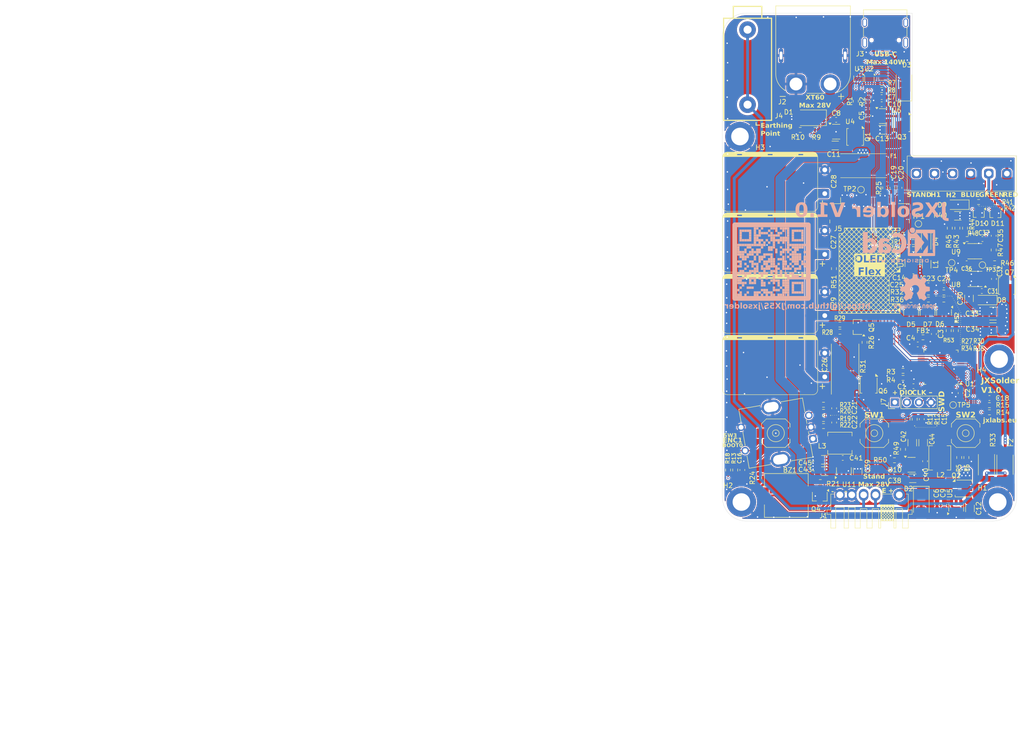
<source format=kicad_pcb>
(kicad_pcb (version 20241229) (generator "pcbnew") (generator_version "9.0")
  (layers (0 "F.Cu" signal) (4 "In1.Cu" signal) (6 "In2.Cu" signal) (2 "B.Cu" signal) (13 "F.Paste" user) (15 "B.Paste" user) (5 "F.SilkS" user "F.Silkscreen") (7 "B.SilkS" user "B.Silkscreen") (1 "F.Mask" user) (3 "B.Mask" user) (25 "Edge.Cuts" user))
  (net 0 "")
  (net 1 "Net-(BZ1--)")
  (net 2 "/Soldering_iron_components/Raw.Handle1")
  (net 3 "/Soldering_iron_components/Raw.Handle2")
  (net 4 "/Soldering_iron_components/Raw.Stand")
  (net 5 "/Power In (& connectors)/PWR_IN")
  (net 6 "+7.5V")
  (net 7 "/Power In (& connectors)/PWR_USB")
  (net 8 "/Power In (& connectors)/PWR_XT60")
  (net 9 "/Power In (& connectors)/PWR_Dock")
  (net 10 "Net-(J5-Pin_9)")
  (net 11 "Net-(ENC1-PadB)")
  (net 12 "Net-(ENC1-PadA)")
  (net 13 "Earth")
  (net 14 "/User IO/12V5")
  (net 16 "GND")
  (net 17 "Net-(J5-Pin_22)")
  (net 18 "+3V3")
  (net 19 "Net-(Q1-G)")
  (net 20 "Net-(J5-Pin_21)")
  (net 21 "Net-(Q2-G)")
  (net 22 "Net-(Q3-G)")
  (net 23 "Net-(Q4-G)")
  (net 24 "Net-(Q5-G)")
  (net 25 "Net-(Q6-G)")
  (net 26 "/Soldering_iron_components/RED")
  (net 27 "Net-(Q7-G)")
  (net 28 "/Soldering_iron_components/GREEN")
  (net 29 "/Soldering_iron_components/BLUE")
  (net 30 "Net-(U5-VCAP)")
  (net 31 "Net-(J3-CC1)")
  (net 33 "/Power In (& connectors)/-")
  (net 35 "/Power In (& connectors)/+")
  (net 36 "Net-(J3-CC2)")
  (net 38 "Net-(D4-A)")
  (net 39 "Net-(Q5-D)")
  (net 40 "/Soldering_iron_components/PWR_Caps")
  (net 42 "Net-(U4-VCAP)")
  (net 43 "/MCU/Temp_Sense")
  (net 44 "/MCU/Curr_Sense")
  (net 45 "/MCU/UCPD.CC1")
  (net 46 "/MCU/UCPD.CC2")
  (net 47 "/MCU/USB.D+")
  (net 48 "/MCU/Buzzer")
  (net 49 "/MCU/ENC_B")
  (net 50 "/MCU/BTN_B")
  (net 51 "/MCU/BTN_A")
  (net 52 "/MCU/ENC_BTN")
  (net 53 "/MCU/ENC_A")
  (net 54 "/MCU/Fet_IN")
  (net 55 "/MCU/SWDIO")
  (net 56 "/MCU/SWCLK")
  (net 57 "/MCU/USB.D-")
  (net 58 "/MCU/Fet_EN")
  (net 59 "/MCU/Dock_Pwr_Mon")
  (net 60 "/MCU/USB_Pwr_Mon")
  (net 61 "/MCU/XT60_Pwr_Mon")
  (net 62 "/MCU/I_Lim_Bypass")
  (net 63 "/Power In (& connectors)/PWR_IN_U")
  (net 64 "Net-(U1-VDDA)")
  (net 65 "Net-(U6-VCAP)")
  (net 66 "Net-(U10-BST)")
  (net 67 "Net-(U10-SW)")
  (net 68 "Net-(U11-BST)")
  (net 69 "Net-(U11-SW)")
  (net 70 "Net-(U9B--)")
  (net 71 "Net-(U9B-+)")
  (net 74 "Net-(R11-Pad2)")
  (net 75 "Net-(R14-Pad2)")
  (net 76 "Net-(U7-FB)")
  (net 77 "Net-(U9A-+)")
  (net 78 "Net-(U9A--)")
  (net 79 "Net-(U10-FB)")
  (net 81 "/MCU/To_MCU.Stand")
  (net 82 "/MCU/To_MCU.Handle2")
  (net 83 "/MCU/To_MCU.Handle1")
  (net 84 "/MCU/OLED.SDA")
  (net 85 "/MCU/OLED.SCL")
  (net 95 "Net-(D8-K)")
  (net 97 "/MCU/MCU_D-")
  (net 98 "/MCU/MCU_D+")
  (net 100 "/MCU/Caps_Pwr_Mon")
  (net 102 "Net-(U1-PB9)")
  (net 103 "/User IO/ENC_S1")
  (footprint "Capacitor_SMD:C_0603_1608Metric" (layer "F.Cu") (at 238.15 112.8 180)
    (property "Reference" "C4")
    (property "Value" "1u")
  )
  (footprint "Resistor_SMD:R_0603_1608Metric" (layer "F.Cu") (at 246.89 136.625 90)
    (property "Reference" "R5")
    (property "Value" "220k")
  )
  (footprint "Connector_USB:USB_C_Receptacle_G-Switch_GT-USB-7010ASV" (layer "F.Cu") (at 231.3 46.086287 180)
    (property "Reference" "J3")
    (property "Value" "USB_C_Receptacle_USB2.0_16P")
  )
  (footprint "Package_TO_SOT_SMD:SOT-23" (layer "F.Cu") (at 236.75 106.0875 -90)
    (property "Reference" "D5")
    (property "Value" "BAT54S")
  )
  (footprint "Fuse:Fuse_2512_6332Metric" (layer "F.Cu") (at 256.529999 138.1375 -90)
    (property "Reference" "F2")
    (property "Value" "Polyfuse")
  )
  (footprint "Capacitor_SMD:C_0603_1608Metric" (layer "F.Cu") (at 234.3 79.8 90)
    (property "Reference" "C20")
    (property "Value" "4u7")
  )
  (footprint "Connector_PinHeader_2.54mm:PinHeader_1x04_P2.54mm_Vertical" (layer "F.Cu") (at 233.320001 125 90)
    (property "Reference" "J7")
    (property "Value" "SWD")
  )
  (footprint "Package_SO:VSSOP-10_3x3mm_P0.5mm" (layer "F.Cu") (at 250.2 98.999999 180)
    (property "Reference" "U8")
    (property "Value" "LM5106")
  )
  (footprint "Capacitor_SMD:C_0603_1608Metric" (layer "F.Cu") (at 239.7 137.4 90)
    (property "Reference" "C40")
    (property "Value" "100n")
  )
  (footprint "Resistor_SMD:R_0603_1608Metric" (layer "F.Cu") (at 221.75 110.1075 180)
    (property "Reference" "R28")
    (property "Value" "10k")
  )
  (footprint "Buzzer_Beeper:Buzzer_Murata_PKMCS0909E" (layer "F.Cu") (at 210.4625 144.6125)
    (property "Reference" "BZ1")
    (property "Value" "Buzzer")
  )
  (footprint "Resistor_SMD:R_0603_1608Metric" (layer "F.Cu") (at 216.5 67.6 180)
    (property "Reference" "R9")
    (property "Value" "220k")
  )
  (footprint "jxsolder:R_TyOHM_SMW_3W" (layer "F.Cu") (at 222.85 118 90)
    (property "Reference" "R31")
    (property "Value" "33R")
  )
  (footprint "jxsolder:0154100DR" (layer "F.Cu") (at 226.75 75.15 180)
    (property "Reference" "F1")
    (property "Value" "0154007.DR" (hide yes))
  )
  (footprint "Capacitor_SMD:C_0603_1608Metric" (layer "F.Cu") (at 222.35 136.7 180)
    (property "Reference" "C41")
    (property "Value" "100n")
  )
  (footprint "Diode_SMD:D_SMA" (layer "F.Cu") (at 235.25 58 90)
    (property "Reference" "D3")
    (property "Value" "30V")
  )
  (footprint "Diode_SMD:D_SMA" (layer "F.Cu") (at 215.4 65.05 180)
    (property "Reference" "D1")
    (property "Value" "30V")
  )
  (footprint "Diode_SMD:D_SOD-123" (layer "F.Cu") (at 239.925 91.125 -90)
    (property "Reference" "D4")
    (property "Value" "1N5819W")
  )
  (footprint "Resistor_SMD:R_0603_1608Metric" (layer "F.Cu") (at 250.975 82.8 180)
    (property "Reference" "R42")
    (property "Value" "1k5")
  )
  (footprint "Capacitor_SMD:C_1206_3216Metric" (layer "F.Cu") (at 220.765 70.88 180)
    (property "Reference" "C11")
    (property "Value" "10u")
  )
  (footprint "Package_TO_SOT_SMD:SOT-23-6" (layer "F.Cu") (at 220.965 67.98)
    (property "Reference" "U4")
    (property "Value" "LM74700")
  )
  (footprint "Package_SON:Diodes_PowerDI3333-8" (layer "F.Cu") (at 224.965 69.08 -90)
    (property "Reference" "Q1")
    (property "Value" "DMT6008LFG")
  )
  (footprint "TestPoint:TestPoint_Pad_D1.0mm" (layer "F.Cu") (at 251.775 96.075 -45)
    (property "Reference" "TP3")
    (property "Value" "TC_TP")
  )
  (footprint "Resistor_SMD:R_0603_1608Metric" (layer "F.Cu") (at 218.3 128.5 180)
    (property "Reference" "R19")
    (property "Value" "10k")
  )
  (footprint "Resistor_SMD:R_0603_1608Metric" (layer "F.Cu") (at 253.25 127.1)
    (property "Reference" "R14")
    (property "Value" "10k")
  )
  (footprint "Capacitor_SMD:C_0603_1608Metric" (layer "F.Cu") (at 237.225 89.725 180)
    (property "Reference" "C17")
    (property "Value" "2u2")
  )
  (footprint "jxsolder:XT60PW-M" (layer "F.Cu") (at 212.5 57.936287)
    (property "Reference" "J2")
    (property "Value" "XT60PW-M")
  )
  (footprint "Package_TO_SOT_SMD:SOT-666" (layer "F.Cu") (at 225.6625 56.85 -90)
    (property "Reference" "U3")
    (property "Value" "USBLC6-2P6")
  )
  (footprint "Package_TO_SOT_SMD:SOT-23" (layer "F.Cu") (at 240.225001 106.087499 -90)
    (property "Reference" "D7")
    (property "Value" "BAT54S")
  )
  (footprint "Capacitor_SMD:C_0603_1608Metric" (layer "F.Cu") (at 247.187501 123.049999 -90)
    (property "Reference" "C2")
    (property "Value" "1u")
  )
  (footprint "Resistor_SMD:R_2512_6332Metric" (layer "F.Cu") (at 252.63 138.1375 90)
    (property "Reference" "R33")
    (property "Value" "1M")
  )
  (footprint "Resistor_SMD:R_0603_1608Metric" (layer "F.Cu") (at 237.5 128.55 90)
    (property "Reference" "R12")
    (property "Value" "10k")
  )
  (footprint "Capacitor_SMD:C_1206_3216Metric" (layer "F.Cu") (at 218.55 137.1 180)
    (property "Reference" "C45")
    (property "Value" "22u")
  )
  (footprint "Resistor_SMD:R_0603_1608Metric" (layer "F.Cu") (at 225.1 61.55 90)
    (property "Reference" "R1")
    (property "Value" "5K1")
  )
  (footprint "Resistor_SMD:R_0603_1608Metric" (layer "F.Cu") (at 240.4 101.849999 180)
    (property "Reference" "R27")
    (property "Value" "4k7")
  )
  (footprint "Resistor_SMD:R_0603_1608Metric" (layer "F.Cu") (at 244.900002 88.3 90)
    (property "Reference" "R45")
    (property "Value" "220k")
  )
  (footprint "Resistor_SMD:R_0603_1608Metric" (layer "F.Cu") (at 218.3 130 180)
    (property "Reference" "R22")
    (property "Value" "10k")
  )
  (footprint "Capacitor_SMD:C_0603_1608Metric" (layer "F.Cu") (at 220.54 129.25 90)
    (property "Reference" "C22")
    (property "Value" "22n")
  )
  (footprint "Resistor_SMD:R_0603_1608Metric" (layer "F.Cu") (at 239.25 111.299999)
    (property "Reference" "FB1")
    (property "Value" "100R")
  )
  (footprint "Capacitor_SMD:C_0603_1608Metric" (layer "F.Cu") (at 243.75 146.585 -90)
    (property "Reference" "C9")
    (property "Value" "100n")
  )
  (footprint "Package_SO:VSSOP-8_3x3mm_P0.65mm" (layer "F.Cu") (at 250.16 93.1625)
    (property "Reference" "U9")
    (property "Value" "OPA2387")
  )
  (footprint "Resistor_SMD:R_0603_1608Metric" (layer "F.Cu") (at 240.4 103.349999)
    (property "Reference" "R34")
    (property "Value" "4k7")
  )
  (footprint "Capacitor_SMD:C_0603_1608Metric" (layer "F.Cu") (at 230.55 60.7 180)
    (property "Reference" "C7")
    (property "Value" "22n")
  )
  (footprint "Resistor_SMD:R_0603_1608Metric" (layer "F.Cu") (at 253.25 125.6 180)
    (property "Reference" "R15")
    (property "Value" "10k")
  )
  (footprint "Resistor_SMD:R_0603_1608Metric" (layer "F.Cu") (at 231.3 79.8 -90)
    (property "Reference" "R25")
    (property "Value" "1M")
  )
  (footprint "Resistor_SMD:R_0603_1608Metric" (layer "F.Cu") (at 226.95 112.3575 90)
    (property "Reference" "R26")
    (property "Value" "10k")
  )
  (footprint "Package_TO_SOT_SMD:TSOT-23-6" (layer "F.Cu") (at 222.584315 139.5375 90)
    (property "Reference" "U11")
    (property "Value" "AP63203WU")
  )
  (footprint "Resistor_SMD:R_0603_1608Metric" (layer "F.Cu") (at 246.175 109.9 -90)
    (property "Reference" "R52")
    (property "Value" "220k")
  )
  (footprint "jxsolder:Switch_ALPSALPINE_SKPMAME010" (layer "F.Cu") (at 248.25 131.5)
    (property "Reference" "SW2")
    (property "Value" "SW_Push")
  )
  (footprint "Capacitor_SMD:C_0603_1608Metric" (layer "F.Cu") (at 237.25 121.599999 180)
    (property "Reference" "C1")
    (property "Value" "1u")
  )
  (footprint "TestPoint:TestPoint_Pad_D1.0mm" (layer "F.Cu") (at 245.6 125.55)
    (property "Reference" "TP5")
    (property "Value" "PB9")
  )
  (footprint "Resistor_SMD:R_0603_1608Metric" (layer "F.Cu") (at 248.55 90.6 180)
    (property "Reference" "R48")
    (property "Value" "220k")
  )
  (footprint "Resistor_SMD:R_0603_1608Metric" (layer "F.Cu") (at 254.425 82.825 180)
    (property "Reference" "R41")
    (property "Value" "1k5")
  )
  (footprint "Resistor_SMD:R_0603_1608Metric" (layer "F.Cu") (at 199.7 139.25 90)
    (property "Reference" "R13")
    (property "Value" "10k")
  )
  (footprint "Package_TO_SOT_SMD:SOT-323_SC-70" (layer "F.Cu") (at 251 85.3 -90)
    (property "Reference" "D10")
    (property "Value" "BAV199WQ-7")
  )
  (footprint "jxsolder:CONN-TH_24.243.2" (layer "F.Cu") (at 202.3 54.386287 90)
    (property "Reference" "J4")
    (property "Value" "Earth banana")
  )
  (footprint "Resistor_SMD:R_0603_1608Metric" (layer "F.Cu") (at 248.4 136.625 -90)
    (property "Reference" "R6")
    (property "Value" "10k")
  )
  (footprint "Package_SON:Diodes_PowerDI3333-8" (layer "F.Cu") (at 227.8175 121.2875 -90)
    (property "Reference" "Q6")
    (property "Value" "DMP4013LFG")
  )
  (footprint "Resistor_SMD:R_0603_1608Metric" (layer "F.Cu") (at 243.65 103.349999 180)
    (property "Reference" "R35")
    (property "Value" "4k7")
  )
  (footprint "Resistor_SMD:R_0603_1608Metric" (layer "F.Cu") (at 236 128.55 -90)
    (property "Reference" "R11")
    (property "Value" "10k")
  )
  (footprint "Capacitor_SMD:C_1206_3216Metric" (layer "F.Cu") (at 225.5 139.55 90)
    (property "Reference" "C39")
    (property "Value" "10u")
  )
  (footprint "jxsolder:1473969.1" (layer "F.Cu") (at 234.25 144.4825 180)
    (property "Reference" "J1")
    (property "Value" "Stand")
  )
  (footprint "Resistor_SMD:R_0603_1608Metric" (layer "F.Cu") (at 248.11 88.3 90)
    (property "Reference" "R44")
    (property "Value" "4k7")
  )
  (footprint "Capacitor_SMD:C_1206_3216Metric" (layer "F.Cu") (at 237 133.5 90)
    (property "Reference" "C42")
    (property "Value" "22u")
  )
  (footprint "Package_TO_SOT_SMD:SOT-23" (layer "F.Cu") (at 243.7 106.0875 -90)
    (property "Reference" "D6")
    (property "Value" "BAT54S")
  )
  (footprint "jxsolder:CP_Radial_D12.5mm_P5.00mm_L20_Laid on side" (layer "F.Cu") (at 218.5625 93.825 90)
    (property "Reference" "C27")
    (property "Value" "470u")
  )
  (footprint "jxsolder:screw_terminal_6x3.81" (layer "F.Cu") (at 247.4 76.8 180)
    (property "Reference" "J6")
    (property "Value" "Terminals")
  )
  (footprint "Package_TO_SOT_SMD:SOT-23-6" (layer "F.Cu") (at 230.825 64.7)
    (property "Reference" "U6")
    (property "Value" "LM74700")
  )
  (footprint "Capacitor_SMD:C_0603_1608Metric" (layer "F.Cu") (at 254.15 89.9 90)
    (property "Reference" "C35")
    (property "Value" "1n")
  )
  (footprint "jxsolder:M2 solder nut" (layer "F.Cu") (at 200.7 69)
    (property "Reference" "H3")
    (property "Value" "M2" (hide yes))
  )
  (footprint "Resistor_SMD:R_0603_1608Metric" (layer "F.Cu") (at 230.55 59.2)
    (property "Reference" "R8")
    (property "Value" "10k")
  )
  (footprint "jxsolder:Switch_ALPSALPINE_SKPMAME010" (layer "F.Cu") (at 229 131.5)
    (property "Reference" "SW1")
    (property "Value" "SW_Push")
  )
  (footprint "Resistor_SMD:R_0603_1608Metric" (layer "F.Cu") (at 221.750001 108.615)
    (property "Reference" "R29")
    (property "Value" "10k")
  )
  (footprint "jxsolder:CP_Radial_D12.5mm_P5.00mm_L20_Laid on side" (layer "F.Cu") (at 218.5625 119.625 90)
    (property "Reference" "C26")
    (property "Value" "470u")
  )
  (footprint "Resistor_SMD:R_0603_1608Metric" (layer "F.Cu") (at 235.05 118.35 180)
    (property "Reference" "R3")
    (property "Value" "20R")
  )
  (footprint "Resistor_SMD:R_0603_1608Metric" (layer "F.Cu") (at 220.5 96.825 -90)
    (property "Reference" "R51")
    (property "Value" "10k")
  )
  (footprint "TestPoint:TestPoint_Pad_D1.0mm" (layer "F.Cu") (at 226.2 80.2)
    (property "Reference" "TP2")
    (property "Value" "Reset")
  )
  (footprint "jxsolder:CP_Radial_D12.5mm_P5.00mm_L20_Laid on side" (layer "F.Cu") (at 218.5625 81.025 90)
    (property "Reference" "C28")
    (property "Value" "470u")
  )
  (footprint "Package_TO_SOT_SMD:SOT-323_SC-70" (layer "F.Cu") (at 254.5 85.35 -90)
    (property "Reference" "D11")
    (property "Value" "BAV199WQ-7")
  )
  (footprint "Diode_SMD:D_SOD-123" (layer "F.Cu") (at 246.61 83.3625 180)
    (property "Reference" "D9")
    (property "Value" "1N5819W")
  )
  (footprint "Capacitor_SMD:C_1210_3225Metric" (layer "F.Cu") (at 254 106.299998 180)
    (property "Reference" "C33")
    (property "Value" "10u")
  )
  (footprint "Inductor_SMD:L_1206_3216Metric" (layer "F.Cu") (at 240.025001 95.925 90)
    (property "Reference" "L1")
    (property "Value" "10u")
  )
  (footprint "Resistor_SMD:R_0603_1608Metric" (layer "F.Cu") (at 218.3 125.5 180)
    (property "Reference" "R23")
    (property "Value" "10k")
  )
  (footprint "Package_TO_SOT_SMD:SOT-23-6" (layer "F.Cu") (at 246.25 147.15 90)
    (property "Reference" "U5")
    (property "Value" "LM74700")
  )
  (footprint "Resistor_SMD:R_0603_1608Metric" (layer "F.Cu") (at 244.675 109.9 90)
    (property "Reference" "R53")
    (property "Value" "10k")
  )
  (footprint "Capacitor_SMD:C_0603_1608Metric" (layer "F.Cu") (at 220.54 126.25 -90)
    (property "Reference" "C21")
    (property "Value" "22n")
  )
  (footprint "Capacitor_SMD:C_0603_1608Metric" (layer "F.Cu") (at 241.55 110.6 90)
    (property "Reference" "C3")
    (property "Value" "1u")
  )
  (footprint "Capacitor_SMD:C_1206_3216Metric" (layer "F.Cu") (at 248.95 103.1 90)
    (property "Reference" "C30")
    (property "Value" "10u")
  )
  (footprint "jxsolder:M2 solder nut" (layer "F.Cu") (at 255.3 115.9)
    (property "Reference" "H4")
    (property "Value" "M2" (hide yes))
  )
  (footprint "jxsolder:M2 solder nut" (layer "F.Cu") (at 201 146)
    (property "Reference" "H2")
    (property "Value" "M2" (hide yes))
  )
  (footprint "Capacitor_SMD:C_0603_1608Metric" (layer "F.Cu") (at 242.215 146.585 -90)
    (property "Reference" "C6")
    (property "Value" "22n")
  )
  (footprint "Resistor_SMD:R_0603_1608Metric" (layer "F.Cu") (at 218.3 127 180)
    (property "Reference" "R20")
    (property "Value" "10k")
  )
  (footprint "Package_QFP:LQFP-48_7x7mm_P0.5mm" (layer "F.Cu") (at 243.05 117.6 180)
    (property "Reference" "U1")
    (property "Value" "STM32G431CBTx")
  )
  (footprint "Capacitor_SMD:C_0603_1608Metric" (layer "F.Cu") (at 251.65 101.55 180)
    (property "Reference" "C31")
    (property "Value" "1u")
  )
  (footprint "Resistor_SMD:R_0603_1608Metric" (layer "F.Cu") (at 254.15 92.9 -90)
    (property "Reference" "R47")
    (property "Value" "360k")
  )
  (footprint "Resistor_SMD:R_0603_1608Metric" (layer "F.Cu") (at 236.725 103.399999 180)
    (property "Reference" "R36")
    (property "Value" "4k7")
  )
  (footprint "jxsolder:RotaryEncoder_Bourns_Vertical_PEC12R-3x17F-Sxxxx" (layer "F.Cu") (at 216.073977 132.659659 -170)
    (property "Reference" "ENC1")
    (property "Value" "RotaryEncoder_Switch_MP")
  )
  (footprint "Capacitor_SMD:C_0603_1608Metric" (layer "F.Cu") (at 240.4 100.349999)
    (property "Reference" "C23")
    (property "Value" "100n")
  )
  (footprint "Resistor_SMD:R_0603_1608Metric" (layer "F.Cu") (at 198.2 139.25 90)
    (property "Reference" "R18")
    (property "Value" "10k")
  )
  (footprint "Capacitor_SMD:C_1206_3216Metric" (layer "F.Cu") (at 239.3 133.5 90)
    (property "Reference" "C44")
    (property "Value" "22u")
  )
  (footprint "Connector_FFC-FPC:Jushuo_AFC07-S24FCA-00_1x24-1MP_P0.50_Horizontal" (layer "F.Cu") (at 228 84.1)
    (property "Reference" "J5")
    (property "Value" "2.42\" OLED")
  )
  (footprint "Package_SON:Diodes_PowerDI3333-8" (layer "F.Cu") (at 234.825 66.2 -90)
    (property "Reference" "Q3")
    (property "Value" "DMT6008LFG")
  )
  (footprint "Resistor_SMD:R_1206_3216Metric" (layer "F.Cu") (at 246.6 85.7)
    (property "Reference" "R40")
    (property "Value" "5m")
  )
  (footprint "TestPoint:TestPoint_Pad_D1.0mm" (layer "F.Cu") (at 238.3 87.4)
    (property "Reference" "TP1")
    (property "Value" "12V5")
  )
  (footprint "Resistor_SMD:R_0603_1608Metric" (layer "F.Cu") (at 254.35 95.7)
    (property "Reference" "R46")
    (property "Value" "360k")
  )
  (footprint "Capacitor_SMD:C_1206_3216Metric" (layer "F.Cu") (at 237.1 141)
    (property "Reference" "C38")
    (property "Value" "10u")
  )
  (footprint "Capacitor_SMD:C_0603_1608Metric" (layer "F.Cu") (at 254.2 98.999999 90)
    (property "Reference" "C32")
    (property "Value" "1u")
  )
  (footprint "Inductor_SMD:L_Chilisin_BMRA00040420" (layer "F.Cu") (at 242.8 136.7 90)
    (property "Reference" "L2")
    (property "Value" "10u")
  )
  (footprint "Capacitor_SMD:C_0603_1608Metric" (layer "F.Cu") (at 236.7 100.35 180)
    (property "Reference" "C25")
    (property "Value" "100n")
  )
  (footprint "jxsolder:Switch_ALPSALPINE_SKPMAME010" (layer "F.Cu") (at 208.246163 131.495077 180)
    (property "Reference" "SW3")
    (property "Value" "SW_Push")
  )
  (footprint "Inductor_SMD:L_Chilisin_BMRA00040420" (layer "F.Cu") (at 221.75 133.6 180)
    (property "Reference" "L3")
    (property "Value" "4u7")
  )
  (footprint "Resistor_SMD:R_0603_1608Metric" (layer "F.Cu") (at 227.7 61.6 90)
    (property "Reference" "R2")
    (property "Value" "5K1")
  )
  (footprint "Resistor_SMD:R_0603_1608Metric" (layer "F.Cu") (at 235.05 134.9 -90)
    (property "Reference" "R49")
    (property "Value" "348k")
  )
  (footprint "Package_SON:Diodes_PowerDI3333-8" (layer "F.Cu") (at 256.925 100.479999 -90)
    (property "Reference" "Q7")
    (property "Value" "DMT6008LFG")
  )
  (footprint "TestPoint:TestPoint_Pad_D1.0mm" (layer "F.Cu") (at 245.3 95.6)
    (property "Reference" "TP4")
    (property "Value" "Current_TP")
  )
  (footprint "Package_TO_SOT_SMD:SOT-666" (layer "F.Cu") (at 227.9625 56.85 -90)
    (property "Reference" "U2")
    (property "Value" "USBLC6-2P6")
  )
  (footprint "Package_TO_SOT_SMD:SOT-23-5" (layer "F.Cu") (at 237.025 95.625 -90)
    (property "Reference" "U7")
    (property "Value" "AP3012")
  )
  (footprint "Capacitor_SMD:C_1206_3216Metric" (layer "F.Cu") (at 218.55 139.5 180)
    (property "Reference" "C43")
    (property "Value" "22u")
  )
  (footprint "jxsolder:CP_Radial_D12.5mm_P5.00mm_L20_Laid on side" (layer "F.Cu") (at 218.5625 106.725 90)
    (property "Reference" "C29")
    (property "Value" "470u")
  )
  (footprint "Resistor_SMD:R_0603_1608Metric" (layer "F.Cu") (at 233.25 137.2 180)
    (property "Reference" "R50")
    (property "Value" "30k1")
  )
  (footprint "jxsolder:M2 solder nut" (layer "F.Cu") (at 255 146)
    (property "Reference" "H1")
    (property "Value" "M2" (hide yes))
  )
  (footprint "Resistor_SMD:R_0603_1608Metric" (layer "F.Cu") (at 237.225 92.725)
    (property "Reference" "R17")
    (property "Value" "10k")
  )
  (footprint "Capacitor_SMD:C_0603_1608Metric" (layer "F.Cu") (at 239 128.55 -90)
    (property "Reference" "C15")
    (property "Value" "22n")
  )
  (footprint "Resistor_SMD:R_0603_1608Metric" (layer "F.Cu") (at 243.65 101.849999)
    (property "Reference" "R30")
    (property "Value" "4k7")
  )
  (footprint "Capacitor_SMD:C_0603_1608Metric" (layer "F.Cu") (at 227.7 64.6 90)
    (property "Reference" "C5")
    (property "Value" "22n")
  )
  (footprint "Resistor_SMD:R_0603_1608Metric" (layer "F.Cu") (at 236.7 101.85)
    (property "Reference" "R32")
    (property "Value" "4k7")
  )
  (footprint "Resistor_SMD:R_0603_1608Metric" (layer "F.Cu") (at 230.55 57.7 180)
    (property "Reference" "R7")
    (property "Value" "220k")
  )
  (footprint "Capacitor_SMD:C_0603_1608Metric" (layer "F.Cu") (at 251.785 90.6 180)
    (property "Reference" "C37")
    (property "Value" "1u")
  )
  (footprint "Resistor_SMD:R_0603_1608Metric" (layer "F.Cu") (at 237.225 91.225 180)
    (property "Reference" "R16")
    (property "Value" "91k")
  )
  (footprint "Capacitor_SMD:C_1206_3216Metric" (layer "F.Cu") (at 249.15 147.35 -90)
    (property "Reference" "C12")
    (property "Value" "10u")
  )
  (footprint "Capacitor_SMD:C_1210_3225Metric" (layer "F.Cu") (at 254 109.599997 180)
    (property "Reference" "C34")
    (property "Value" "10u")
  )
  (footprint "Resistor_SMD:R_0603_1608Metric" (layer "F.Cu") (at 235.05 119.85 180)
    (property "Reference" "R4")
    (property "Value" "20R")
  )
  (footprint "Capacitor_SMD:C_0603_1608Metric" (layer "F.Cu") (at 201.2 139.25 90)
    (property "Reference" "C16")
    (property "Value" "22n")
  )
  (footprint "Diode_SMD:D_SOD-123" (layer "F.Cu") (at 252.5 103.45 180)
    (property "Reference" "D8")
    (property "Value" "1N5819W")
  )
  (footprint "Capacitor_SMD:C_0603_1608Metric" (layer "F.Cu") (at 220.965 65.48 180)
    (property "Reference" "C8")
    (property "Value" "100n")
  )
  (footprint "Capacitor_SMD:C_0603_1608Metric" (layer "F.Cu") (at 232.8 79.8 90)
    (property "Reference" "C19")
    (property "Value" "2u2")
  )
  (footprint "Capacitor_SMD:C_1206_3216Metric" (layer "F.Cu") (at 230.625 67.6 180)
    (property "Reference" "C13")
    (property "Value" "10u")
  )
  (footprint "Package_TO_SOT_SMD:TSOT-23" (layer "F.Cu") (at 225.5 109.15 180)
    (property "Reference" "Q5")
    (property "Value" "SI2302")
  )
  (footprint "Capacitor_SMD:C_0603_1608Metric" (layer "F.Cu") (at 230.55 62.2 180)
    (property "Reference" "C10")
    (property "Value" "100n")
  )
  (footprint "Resistor_SMD:R_0603_1608Metric" (layer "F.Cu") (at 217.625 141.794999)
    (property "Reference" "R21")
    (property "Value" "10k")
  )
  (footprint "Package_TO_SOT_SMD:TSOT-23" (layer "F.Cu") (at 217.525 144.834999 -90)
    (property "Reference" "Q4")
    (property "Value" "SI2302")
  )
  (footprint "Package_SON:Diodes_PowerDI3333-8" (layer "F.Cu") (at 247.795 143.15)
    (property "Reference" "Q2")
    (property "Value" "DMT6008LFG")
  )
  (footprint "Package_TO_SOT_SMD:TSOT-23-6" (layer "F.Cu") (at 236.85 138.15)
    (property "Reference" "U10")
    (property "Value" "AP63300WU")
  )
  (footprint "Diode_SMD:D_SMA" (layer "F.Cu") (at 238.9 146.2 -90)
    (property "Reference" "D2")
    (property "Value" "30V")
  )
  (footprint "Capacitor_SMD:C_0603_1608Metric" (layer "F.Cu") (at 243.65 100.35 180)
    (property "Reference" "C24")
    (property "Value" "100n")
  )
  (footprint "Resistor_SMD:R_0603_1608Metric" (layer "F.Cu") (at 246.5 88.3 -90)
    (property "Reference" "R43")
    (property "Value" "4k7")
  )
  (footprint "Resistor_SMD:R_0603_1608Metric" (layer "F.Cu") (at 213.4 67.6 180)
    (property "Reference" "R10")
    (property "Value" "10k")
  )
  (footprint "Capacitor_SMD:C_0603_1608Metric" (layer "F.Cu") (at 253.25 124.1)
    (property "Reference" "C18")
    (property "Value" "22n")
  )
  (footprint "Resistor_SMD:R_0603_1608Metric" (layer "F.Cu") (at 204.7625 140.9125 90)
    (property "Reference" "R24")
    (property "Value" "1k")
  )
  (footprint "Capacitor_SMD:C_0603_1608Metric" (layer "F.Cu") (at 237.225 98.425 180)
    (property "Reference" "C14")
    (property "Value" "2u2")
  )
  (footprint "Capacitor_SMD:C_0603_1608Metric" (layer "F.Cu") (at 248.45 95.7 180)
    (property "Reference" "C36")
    (property "Value" "1n")
  )
  (footprint "jxsolder:QR_Github_Inverted" (layer "B.Cu") (at 207.35 95.35 180)
    (property "Reference" "QR*****" (hide yes))
    (property "Value" "https://github.com/JX5S/jxsolder")
  )
  (footprint "Symbol:OSHW-Logo2_9.8x8mm_SilkScreen" (layer "B.Cu") (at 237.6 101.75 180)
    (property "Reference" "REF**" (hide yes))
    (property "Value" "OSHW-Logo2_9.8x8mm_SilkScreen" (hide yes))
  )
  (footprint "Symbol:KiCad-Logo2_6mm_SilkScreen" (layer "B.Cu") (at 234.157487 91.154848 180)
    (property "Reference" "REF**" (hide yes))
    (property "Value" "KiCad-Logo2_6mm_SilkScreen" (hide yes))
  )
  (gr_circle (center 224.025 127.575) (end 224.075 127.55) (stroke (width 0.1)) (fill no) (layer "F.SilkS"))
  (gr_circle (center 219.8 127.75) (end 219.85 127.725) (stroke (width 0.1)) (fill no) (layer "F.SilkS"))
  (gr_line (start 247.12 112.82) (end 247.225 106.1) (stroke (width 0.1) (type dot)) (layer "F.SilkS"))
  (gr_circle (center 241.994098 102.61) (end 242.044098 102.585) (stroke (width 0.1)) (fill no) (layer "F.SilkS"))
  (gr_line (start 215.85 137.525) (end 216.275 137.375) (stroke (width 0.15)) (layer "F.SilkS"))
  (gr_line (start 247.225 106.1) (end 245.34 102.6) (stroke (width 0.1) (type dot)) (layer "F.SilkS"))
  (gr_line (start 249.682951 112.845) (end 247.12 112.82) (stroke (width 0.1) (type dot)) (layer "F.SilkS"))
  (gr_line (start 204.1 66.6) (end 204.1 66.05) (stroke (width 0.2)) (layer "F.SilkS"))
  (gr_circle (center 249.674098 112.83) (end 249.724098 112.805) (stroke (width 0.1)) (fill no) (layer "F.SilkS"))
  (gr_line (start 237.775 130.275) (end 237.5 129.95) (stroke (width 0.1) (type dot)) (layer "F.SilkS"))
  (gr_line (start 237.775 130.275) (end 241.85 130.275) (stroke (width 0.1) (type dot)) (layer "F.SilkS"))
  (gr_line (start 204.85 66.6) (end 204.1 66.6) (stroke (width 0.2)) (layer "F.SilkS"))
  (gr_circle (center 242.175 129.925) (end 242.225 129.9) (stroke (width 0.1)) (fill no) (layer "F.SilkS"))
  (gr_line (start 224 127.575) (end 219.825 127.75) (stroke (width 0.1) (type dot)) (layer "F.SilkS"))
  (gr_line (start 256.2 83.8) (end 251 83.7) (stroke (width 0.1) (type dot)) (layer "F.SilkS"))
  (gr_line (start 245.34 102.6) (end 241.994098 102.61) (stroke (width 0.1) (type dot)) (layer "F.SilkS"))
  (gr_line (start 215.925 139.325) (end 216.325 139.45) (stroke (width 0.15)) (layer "F.SilkS"))
  (gr_circle (center 237.5 129.95) (end 237.55 129.925) (stroke (width 0.1)) (fill no) (layer "F.SilkS"))
  (gr_line (start 250.95 83.55) (end 250.975 83.6) (stroke (width 0.1)) (layer "F.SilkS"))
  (gr_line (start 242.175 129.925) (end 241.85 130.275) (stroke (width 0.1) (type dot)) (layer "F.SilkS"))
  (gr_line (start 237 72.5) (end 237 43) (stroke (width 0.05)) (layer "Edge.Cuts"))
  (gr_line (start 197 48) (end 197 145) (stroke (width 0.05)) (layer "Edge.Cuts"))
  (gr_arc (start 237.5 73) (mid 237.146447 72.853553) (end 237 72.5) (stroke (width 0.05)) (layer "Edge.Cuts"))
  (gr_line (start 259 73) (end 237.5 73) (stroke (width 0.05)) (layer "Edge.Cuts"))
  (gr_arc (start 259 145) (mid 257.535534 148.535534) (end 254 150) (stroke (width 0.05)) (layer "Edge.Cuts"))
  (gr_arc (start 202 150) (mid 198.464466 148.535534) (end 197 145) (stroke (width 0.05)) (layer "Edge.Cuts"))
  (gr_line (start 254 150) (end 202 150) (stroke (width 0.05)) (layer "Edge.Cuts"))
  (gr_arc (start 197 48) (mid 198.464466 44.464466) (end 202 43) (stroke (width 0.05)) (layer "Edge.Cuts"))
  (gr_line (start 259 145) (end 259 73) (stroke (width 0.05)) (layer "Edge.Cuts"))
  (gr_line (start 237 43) (end 202 43) (stroke (width 0.05)) (layer "Edge.Cuts"))
  (gr_text "OLED\nFlex" (at 228 96.2 0) (layer "F.SilkS" knockout) (effects (font (size 1.6 1.51) (thickness 0.1))))
  (gr_text "+" (at 233.35 123 0) (layer "F.SilkS") (effects (font (size 1 1) (thickness 0.1))))
  (gr_text "-" (at 220.2 143.8 0) (layer "F.SilkS") (effects (font (size 1 1) (thickness 0.1))))
  (gr_text "H2" (at 244.1 81.95 0) (layer "F.SilkS") (effects (font (size 1 1) (thickness 0.1)) (justify left bottom)))
  (gr_text "DIO" (at 235.7 123 0) (layer "F.SilkS") (effects (font (size 1 1) (thickness 0.1))))
  (gr_text "GREEN" (at 251.05 81.9 0) (layer "F.SilkS") (effects (font (size 1 1) (thickness 0.1)) (justify left bottom)))
  (gr_text "jxlabs.eu" (at 251.9 129.4 0) (layer "F.SilkS") (effects (font (size 1 1) (thickness 0.1)) (justify left bottom)))
  (gr_text "SWD" (at 243.25 124.8 90) (layer "F.SilkS") (effects (font (size 1.2 1.2) (thickness 0.1))))
  (gr_text "Stand\nMax 28V" (at 228.95 141.5 0) (layer "F.SilkS") (effects (font (size 1 1) (thickness 0.1))))
  (gr_text "H1" (at 240.85 81.9 0) (layer "F.SilkS") (effects (font (size 1 1) (thickness 0.1)) (justify left bottom)))
  (gr_text "+" (at 232.5 143.65 0) (layer "F.SilkS") (effects (font (size 1 1) (thickness 0.1))))
  (gr_text "-" (at 240.85 122.95 0) (layer "F.SilkS") (effects (font (size 1 1.5) (thickness 0.1))))
  (gr_text "Earthing\nPoint" (at 205.05 69 0) (layer "F.SilkS") (effects (font (size 1 1) (thickness 0.1)) (justify left bottom)))
  (gr_text "JXSolder\nV1.0" (at 251.5 123.2 0) (layer "F.SilkS") (effects (font (size 1.2 1.2) (thickness 0.1)) (justify left bottom)))
  (gr_text "RED" (at 256.1 81.9 0) (layer "F.SilkS") (effects (font (size 1 1) (thickness 0.1)) (justify left bottom)))
  (gr_text "STAND" (at 235.8 81.9 0) (layer "F.SilkS") (effects (font (size 1 1) (thickness 0.1)) (justify left bottom)))
  (gr_text "E" (at 231.05 143.65 0) (layer "F.SilkS") (effects (font (size 1 1) (thickness 0.1))))
  (gr_text "CLK" (at 238.45 123 0) (layer "F.SilkS") (effects (font (size 1 1) (thickness 0.1))))
  (gr_text "BLUE" (at 247.2 81.9 0) (layer "F.SilkS") (effects (font (size 1 1) (thickness 0.1)) (justify left bottom)))
  (gr_text "BOOT0" (at 199.15 134.1 0) (layer "F.SilkS") (effects (font (size 0.8 0.8) (thickness 0.1))))
  (gr_text "-" (at 223 143.75 0) (layer "F.SilkS") (effects (font (size 1 1) (thickness 0.1))))
  (gr_text "USB-C\nMax 140W" (at 231.4 52.55 0) (layer "F.SilkS") (effects (font (size 1 1) (thickness 0.1))))
  (gr_text "XT60\nMax 28V" (at 216.5 61.65 0) (layer "F.SilkS") (effects (font (size 1 1) (thickness 0.1))))
  (gr_text "JXSolder V1.0" (at 228.3 84.7 0) (layer "B.SilkS") (effects (font (size 3 3) (thickness 0.1)) (justify mirror)))
  (segment (start 217.525 146.144999) (end 214.812499 146.144999) (width 0.2) (layer "F.Cu") (net 1))
  (segment (start 204.7625 140.0875) (end 207.3875 140.0875) (width 0.2) (layer "F.Cu") (net 1))
  (segment (start 214.812499 146.144999) (end 214.812499 144.6125) (width 0.2) (layer "F.Cu") (net 1))
  (segment (start 211.9125 144.6125) (end 214.812499 144.6125) (width 0.2) (layer "F.Cu") (net 1))
  (segment (start 207.3875 140.0875) (end 211.9125 144.6125) (width 0.2) (layer "F.Cu") (net 1))
  (segment (start 241.685 78.04156) (end 239.45 80.27656) (width 0.2) (layer "F.Cu") (net 2))
  (segment (start 239.45 80.27656) (end 239.45 87) (width 0.2) (layer "F.Cu") (net 2))
  (segment (start 241.685 76.8) (end 241.685 78.04156) (width 0.2) (layer "F.Cu") (net 2))
  (segment (start 238.625 99.2) (end 237.475 100.35) (width 0.2) (layer "F.Cu") (net 2))
  (segment (start 237.55 100.425) (end 237.475 100.35) (width 0.2) (layer "F.Cu") (net 2))
  (segment (start 239.2 99.2) (end 238.625 99.2) (width 0.2) (layer "F.Cu") (net 2))
  (segment (start 239.45 87) (end 241.55 89.1) (width 0.2) (layer "F.Cu") (net 2))
  (segment (start 240.95 98.5) (end 239.9 98.5) (width 0.2) (layer "F.Cu") (net 2))
  (segment (start 239.9 98.5) (end 239.2 99.2) (width 0.2) (layer "F.Cu") (net 2))
  (segment (start 241.55 97.9) (end 240.95 98.5) (width 0.2) (layer "F.Cu") (net 2))
  (segment (start 241.55 89.1) (end 241.55 97.9) (width 0.2) (layer "F.Cu") (net 2))
  (segment (start 237.55 103.399999) (end 237.55 100.425) (width 0.2) (layer "F.Cu") (net 2))
  (segment (start 239.575 100.349999) (end 240.524999 99.4) (width 0.2) (layer "F.Cu") (net 3))
  (segment (start 239.575 103.349999) (end 239.575 100.349999) (width 0.2) (layer "F.Cu") (net 3))
  (segment (start 240.35 86.6) (end 240.35 80.775) (width 0.2) (layer "F.Cu") (net 3))
  (segment (start 240.524999 99.4) (end 241.25 99.4) (width 0.2) (layer "F.Cu") (net 3))
  (segment (start 239.575 101.899999) (end 239.625 101.849999) (width 0.2) (layer "F.Cu") (net 3))
  (segment (start 242.5 88.75) (end 240.35 86.6) (width 0.2) (layer "F.Cu") (net 3))
  (segment (start 240.35 80.775) (end 244.325 76.8) (width 0.2) (layer "F.Cu") (net 3))
  (segment (start 244.325 76.8) (end 245.495 76.8) (width 0.2) (layer "F.Cu") (net 3))
  (segment (start 241.25 99.4) (end 242.5 98.15) (width 0.2) (layer "F.Cu") (net 3))
  (segment (start 239.625 101.849999) (end 239.575 101.799999) (width 0.2) (layer "F.Cu") (net 3))
  (segment (start 242.5 98.15) (end 242.5 88.75) (width 0.2) (layer "F.Cu") (net 3))
  (segment (start 254.525 115.9) (end 255.3 115.9) (width 0.2) (layer "F.Cu") (net 4))
  (segment (start 250.225 111.6) (end 254.525 115.9) (width 0.2) (layer "F.Cu") (net 4))
  (segment (start 244.4 98.3) (end 243.975 98.725) (width 0.2) (layer "F.Cu") (net 4))
  (segment (start 247.225 77.85) (end 246.575 78.5) (width 0.2) (layer "F.Cu") (net 4))
  (segment (start 239.625 75.05) (end 246.55 75.05) (width 0.2) (layer "F.Cu") (net 4))
  (segment (start 237.875 76.8) (end 239.625 75.05) (width 0.2) (layer "F.Cu") (net 4))
  (segment (start 250.225 105.925) (end 250.225 111.6) (width 0.2) (layer "F.Cu") (net 4))
  (segment (start 243.35 98.1) (end 243.975 98.725) (width 0.2) (layer "F.Cu") (net 4))
  (segment (start 244.475 99.225) (end 244.475 101.799999) (width 0.2) (layer "F.Cu") (net 4))
  (segment (start 243.975 98.725) (end 244.475 99.225) (width 0.2) (layer "F.Cu") (net 4))
  (segment (start 243.35 88.15) (end 243.35 98.1) (width 0.2) (layer "F.Cu") (net 4))
  (segment (start 246.55 75.05) (end 247.225 75.725) (width 0.2) (layer "F.Cu") (net 4))
  (segment (start 243.85 78.5) (end 241.2 81.15) (width 0.2) (layer "F.Cu") (net 4))
  (segment (start 244.425 101.849999) (end 244.475 101.899999) (width 0.2) (layer "F.Cu") (net 4))
  (segment (start 244.475 101.899999) (end 244.475 103.349999) (width 0.2) (layer "F.Cu") (net 4))
  (segment (start 241.2 81.15) (end 241.2 86) (width 0.2) (layer "F.Cu") (net 4))
  (segment (start 247.225 75.725) (end 247.225 77.85) (width 0.2) (layer "F.Cu") (net 4))
  (segment (start 244.475 101.799999) (end 244.425 101.849999) (width 0.2) (layer "F.Cu") (net 4))
  (segment (start 246.575 78.5) (end 243.85 78.5) (width 0.2) (layer "F.Cu") (net 4))
  (segment (start 241.2 86) (end 243.35 88.15) (width 0.2) (layer "F.Cu") (net 4))
  (via (at 244.4 98.3) (size 0.5) (drill 0.3) (layers "F.Cu" "B.Cu") (net 4))
  (via (at 250.225 105.925) (size 0.5) (drill 0.3) (layers "F.Cu" "B.Cu") (net 4))
  (segment (start 244.4 100.1) (end 244.4 98.3) (width 0.2) (layer "B.Cu") (net 4))
  (segment (start 250.225 105.925) (end 244.4 100.1) (width 0.2) (layer "B.Cu") (net 4))
  (segment (start 232.45 140) (end 232.35 139.9) (width 0.6) (layer "F.Cu") (net 5))
  (segment (start 224.325001 141.025001) (end 225.5 141.025001) (width 0.4) (layer "F.Cu") (net 5))
  (segment (start 222.584315 140.675) (end 222.584315 141.484315) (width 0.2) (layer "F.Cu") (net 5))
  (segment (start 216.25 122.85) (end 217.05 122.85) (width 2) (layer "F.Cu") (net 5))
  (segment (start 221.65 75.15) (end 220 73.5) (width 2) (layer "F.Cu") (net 5))
  (segment (start 220 73.5) (end 213.7 73.5) (width 2) (layer "F.Cu") (net 5))
  (segment (start 224.05 110.1075) (end 224.65 110.7075) (width 0.2) (layer "F.Cu") (net 5))
  (segment (start 222.575 110.1075) (end 224.05 110.1075) (width 0.2) (layer "F.Cu") (net 5))
  (segment (start 224.65 110.7075) (end 224.65 114) (width 0.2) (layer "F.Cu") (net 5))
  (segment (start 226.75 116.1) (end 229 116.1) (width 0.2) (layer "F.Cu") (net 5))
  (segment (start 235.7125 140.9125) (end 235.625 141) (width 0.6) (layer "F.Cu") (net 5))
  (segment (start 235.625 141) (end 233.45 141) (width 0.6) (layer "F.Cu") (net 5))
  (segment (start 223.534314 140.675) (end 223.975 140.675) (width 0.4) (layer "F.Cu") (net 5))
  (segment (start 227.8175 122.85) (end 227.8175 121.742501) (width 2) (layer "F.Cu") (net 5))
  (segment (start 235.7125 139.1) (end 235.7125 140.9125) (width 0.6) (layer "F.Cu") (net 5))
  (segment (start 233.45 141) (end 232.45 140) (width 0.6) (layer "F.Cu") (net 5))
  (segment (start 229 116.1) (end 229.85 116.95) (width 0.2) (layer "F.Cu") (net 5))
  (segment (start 223.559999 75.15) (end 221.65 75.15) (width 2) (layer "F.Cu") (net 5))
  (segment (start 232.35 139.9) (end 232.35 139.225) (width 0.6) (layer "F.Cu") (net 5))
  (segment (start 217.8 122.85) (end 222.85 122.85) (width 2) (layer "F.Cu") (net 5))
  (segment (start 227.074999 141.025001) (end 225.5 141.025001) (width 0.4) (layer "F.Cu") (net 5))
  (segment (start 213.7 73.5) (end 211.45 75.75) (width 2) (layer "F.Cu") (net 5))
  (segment (start 222.7 141.6) (end 223.4 141.6) (width 0.2) (layer "F.Cu") (net 5))
  (segment (start 229.85 121.6) (end 229.6 121.85) (width 0.2) (layer "F.Cu") (net 5))
  (segment (start 222.584315 141.484315) (end 222.7 141.6) (width 0.2) (layer "F.Cu") (net 5))
  (segment (start 229.85 116.95) (end 229.85 121.6) (width 0.2) (layer "F.Cu") (net 5))
  (segment (start 224.65 114) (end 226.75 116.1) (width 0.2) (layer "F.Cu") (net 5))
  (segment (start 211.45 119.45) (end 214.85 122.85) (width 2) (layer "F.Cu") (net 5))
  (segment (start 227.924999 121.85) (end 227.8175 121.742501) (width 0.2) (layer "F.Cu") (net 5))
  (segment (start 223.4 141.6) (end 223.534314 141.465686) (width 0.2) (layer "F.Cu") (net 5))
  (segment (start 227.625 138.975) (end 227.625 140.475) (width 0.4) (layer "F.Cu") (net 5))
  (segment (start 229.6 121.85) (end 227.924999 121.85) (width 0.2) (layer "F.Cu") (net 5))
  (segment (start 222.85 122.85) (end 225.31 122.85) (width 2) (layer "F.Cu") (net 5))
  (segment (start 217.05 122.85) (end 217.8 122.85) (width 2) (layer "F.Cu") (net 5))
  (segment (start 227.625 140.475) (end 227.074999 141.025001) (width 0.4) (layer "F.Cu") (net 5))
  (segment (start 223.534314 141.465686) (end 223.534314 140.675) (width 0.2) (layer "F.Cu") (net 5))
  (segment (start 211.45 75.75) (end 211.45 119.45) (width 2) (layer "F.Cu") (net 5))
  (segment (start 214.85 122.85) (end 216.25 122.85) (width 2) (layer "F.Cu") (net 5))
  (segment (start 225.31 122.85) (end 227.8175 122.85) (width 2) (layer "F.Cu") (net 5))
  (segment (start 223.975 140.675) (end 224.325001 141.025001) (width 0.4) (layer "F.Cu") (net 5))
  (via (at 225.31 122.85) (size 0.65) (drill 0.4) (layers "F.Cu" "B.Cu") (net 5))
  (via (at 227.625 138.975) (size 0.65) (drill 0.4) (layers "F.Cu" "B.Cu") (net 5))
  (via (at 232.35 139.225) (size 0.65) (drill 0.4) (layers "F.Cu" "B.Cu") (net 5))
  (segment (start 227.625 137.7) (end 227.625 126.785) (width 0.6) (layer "B.Cu") (net 5))
  (segment (start 227.625 137.7) (end 227.625 138.975) (width 0.6) (layer "B.Cu") (net 5))
  (segment (start 225.31 124.47) (end 225.31 122.85) (width 0.6) (layer "B.Cu") (net 5))
  (segment (start 227.625 126.785) (end 225.31 124.47) (width 0.6) (layer "B.Cu") (net 5))
  (segment (start 232.35 139.225) (end 230.825 137.7) (width 0.6) (layer "B.Cu") (net 5))
  (segment (start 230.825 137.7) (end 227.625 137.7) (width 0.6) (layer "B.Cu") (net 5))
  (segment (start 252.425 102.775) (end 252.425 101.55) (width 0.4) (layer "F.Cu") (net 6))
  (segment (start 227.15 142.4) (end 220.62 142.4) (width 0.4) (layer "F.Cu") (net 6))
  (segment (start 251.2 113.575) (end 251.2 120) (width 0.6) (layer "F.Cu") (net 6))
  (segment (start 229.45 136.65) (end 229.45 140.1) (width 0.4) (layer "F.Cu") (net 6))
  (segment (start 235.05 134.075) (end 234.095 134.075) (width 0.4) (layer "F.Cu") (net 6))
  (segment (start 204.7625 144.1125) (end 205.2625 144.6125) (width 0.2) (layer "F.Cu") (net 6))
  (segment (start 248.95 104.575) (end 250.525 104.575) (width 0.4) (layer "F.Cu") (net 6))
  (segment (start 233.72 134.45) (end 231.65 134.45) (width 0.4) (layer "F.Cu") (net 6))
  (segment (start 204.7625 141.7375) (end 204.7625 144.1125) (width 0.2) (layer "F.Cu") (net 6))
  (segment (start 205.2625 144.6125) (end 206.112501 144.6125) (width 0.2) (layer "F.Cu") (net 6))
  (segment (start 248.95 104.575) (end 249.35 104.975) (width 0.6) (layer "F.Cu") (net 6))
  (segment (start 250.85 103.45) (end 251.75 103.45) (width 0.4) (layer "F.Cu") (net 6))
  (segment (start 252.4 99.999999) (end 252.425 100.024999) (width 0.2) (layer "F.Cu") (net 6))
  (segment (start 218.25 147.66) (end 211.13 147.66) (width 0.4) (layer "F.Cu") (net 6))
  (segment (start 235.05 134.075) (end 236.475 134.075) (width 0.4) (layer "F.Cu") (net 6))
  (segment (start 250.85 104.25) (end 250.85 103.45) (width 0.4) (layer "F.Cu") (net 6))
  (segment (start 234.095 134.075) (end 233.72 134.45) (width 0.4) (layer "F.Cu") (net 6))
  (segment (start 219.74 143.28) (end 219.74 146.17) (width 0.4) (layer "F.Cu") (net 6))
  (segment (start 231.65 134.45) (end 229.45 136.65) (width 0.4) (layer "F.Cu") (net 6))
  (segment (start 211.13 147.66) (end 208.0825 144.6125) (width 0.4) (layer "F.Cu") (net 6))
  (segment (start 248.65 122.55) (end 248.65 125.1) (width 0.6) (layer "F.Cu") (net 6))
  (segment (start 220.62 142.4) (end 219.74 143.28) (width 0.4) (layer "F.Cu") (net 6))
  (segment (start 248.65 125.1) (end 242.8 130.95) (width 0.6) (layer "F.Cu") (net 6))
  (segment (start 249.35 104.975) (end 249.35 111.725) (width 0.6) (layer "F.Cu") (net 6))
  (segment (start 242.8 130.95) (end 242.8 134.849999) (width 0.6) (layer "F.Cu") (net 6))
  (segment (start 252.425 100.024999) (end 252.425 101.55) (width 0.4) (layer "F.Cu") (net 6))
  (segment (start 250.525 104.575) (end 250.85 104.25) (width 0.4) (layer "F.Cu") (net 6))
  (segment (start 229.45 140.1) (end 227.15 142.4) (width 0.4) (layer "F.Cu") (net 6))
  (segment (start 208.0825 144.6125) (end 206.112501 144.6125) (width 0.4) (layer "F.Cu") (net 6))
  (segment (start 251.2 120) (end 248.65 122.55) (width 0.6) (layer "F.Cu") (net 6))
  (segment (start 251.75 103.45) (end 252.425 102.775) (width 0.4) (layer "F.Cu") (net 6))
  (segment (start 219.74 146.17) (end 218.25 147.66) (width 0.4) (layer "F.Cu") (net 6))
  (segment (start 249.35 111.725) (end 251.2 113.575) (width 0.6) (layer "F.Cu") (net 6))
  (segment (start 233 60) (end 233 61.75) (width 2) (layer "F.Cu") (net 7))
  (segment (start 230.8 64) (end 230.8 65.35) (width 0.4) (layer "F.Cu") (net 7))
  (segment (start 231.375 57.7) (end 232.9 57.7) (width 0.2) (layer "F.Cu") (net 7))
  (segment (start 231.325 60.7) (end 232.3 60.7) (width 0.4) (layer "F.Cu") (net 7))
  (segment (start 228.9 49.811287) (end 228.9 51) (width 0.6) (layer "F.Cu") (net 7))
  (segment (start 235.15 63.1) (end 235.45 62.8) (width 0.4) (layer "F.Cu") (net 7))
  (segment (start 235.8 64.7) (end 235.8 63.15) (width 0.4) (layer "F.Cu") (net 7))
  (segment (start 231.9625 62.8375) (end 231.9625 63.75) (width 0.4) (layer "F.Cu") (net 7))
  (segment (start 234.5 64.7) (end 234.5 62.8) (width 0.4) (layer "F.Cu") (net 7))
  (segment (start 233.7 51.85) (end 233.3 52.25) (width 0.6) (layer "F.Cu") (net 7))
  (segment (start 233.3 52.25) (end 233 52.55) (width 2) (layer "F.Cu") (net 7))
  (segment (start 234.05 62.8) (end 235.45 62.8) (width 2) (layer "F.Cu") (net 7))
  (segment (start 233.7 49.811287) (end 233.7 51.85) (width 0.6) (layer "F.Cu") (net 7))
  (segment (start 233 61.75) (end 233 61.8) (width 0.4) (layer "F.Cu") (net 7))
  (segment (start 233 61.8) (end 231.9625 62.8375) (width 0.4) (layer "F.Cu") (net 7))
  (segment (start 230.5 65.65) (end 229.6875 65.65) (width 0.4) (layer "F.Cu") (net 7))
  (segment (start 230.8 65.35) (end 230.5 65.65) (width 0.4) (layer "F.Cu") (net 7))
  (segment (start 231.05 63.75) (end 230.8 64) (width 0.4) (layer "F.Cu") (net 7))
  (segment (start 233 60) (end 235.25 60) (width 2) (layer "F.Cu") (net 7))
  (segment (start 233 52.55) (end 233 57.8) (width 2) (layer "F.Cu") (net 7))
  (segment (start 231.325 62.2) (end 231.9625 62.8375) (width 0.4) (layer "F.Cu") (net 7))
  (segment (start 233 61.75) (end 233.85 62.6) (width 2) (layer "F.Cu") (net 7))
  (segment (start 233 57.8) (end 233 60) (width 2) (layer "F.Cu") (net 7))
  (segment (start 232.9 57.7) (end 233 57.8) (width 0.2) (layer "F.Cu") (net 7))
  (segment (start 235.15 64.7) (end 235.15 63.1) (width 0.4) (layer "F.Cu") (net 7))
  (segment (start 233.85 62.6) (end 234.05 62.8) (width 2) (layer "F.Cu") (net 7))
  (segment (start 228.9 51) (end 228.5 51.4) (width 0.6) (layer "F.Cu") (net 7))
  (segment (start 232.3 60.7) (end 233 60) (width 0.4) (layer "F.Cu") (net 7))
  (segment (start 231.9625 63.75) (end 231.05 63.75) (width 0.4) (layer "F.Cu") (net 7))
  (segment (start 235.8 63.15) (end 235.45 62.8) (width 0.4) (layer "F.Cu") (net 7))
  (via (at 233.3 52.25) (size 0.55) (drill 0.3) (layers "F.Cu" "B.Cu") (net 7))
  (via (at 228.5 51.4) (size 0.55) (drill 0.3) (layers "F.Cu" "B.Cu") (net 7))
  (segment (start 228.5 51.4) (end 232.45 51.4) (width 0.6) (layer "B.Cu") (net 7))
  (segment (start 232.45 51.4) (end 233.3 52.25) (width 0.6) (layer "B.Cu") (net 7))
  (segment (start 225.29 67.58) (end 225.29 66.39) (width 0.4) (layer "F.Cu") (net 8))
  (segment (start 218.655 68.93) (end 219.8275 68.93) (width 0.4) (layer "F.Cu") (net 8))
  (segment (start 217.325 67.6) (end 218.655 68.93) (width 0.4) (layer "F.Cu") (net 8))
  (segment (start 222.1025 66.5525) (end 221.74 66.19) (width 0.4) (layer "F.Cu") (net 8))
  (segment (start 217.4 63.15) (end 217.4 65.05) (width 2) (layer "F.Cu") (net 8))
  (segment (start 217.4 67.525) (end 217.325 67.6) (width 0.4) (layer "F.Cu") (net 8))
  (segment (start 219.7 60.85) (end 217.4 63.15) (width 2) (layer "F.Cu") (net 8))
  (segment (start 224.64 65.74) (end 224.6 65.7) (width 0.4) (layer "F.Cu") (net 8))
  (segment (start 225.94 65.89) (end 225.75 65.7) (width 0.4) (layer "F.Cu") (net 8))
  (segment (start 222.22 65.48) (end 223.3 64.4) (width 0.4) (layer "F.Cu") (net 8))
  (segment (start 221.74 66.19) (end 221.74 65.48) (width 0.4) (layer "F.Cu") (net 8))
  (segment (start 226.075 65.375) (end 225.75 65.7) (width 0.4) (layer "F.Cu") (net 8))
  (segment (start 225.29 66.39) (end 224.6 65.7) (width 0.4) (layer "F.Cu") (net 8))
  (segment (start 225.94 67.58) (end 225.94 65.89) (width 0.4) (layer "F.Cu") (net 8))
  (segment (start 219.7 57.936287) (end 219.7 60.8) (width 2) (layer "F.Cu") (net 8))
  (segment (start 222.1025 67.03) (end 222.1025 66.5525) (width 0.4) (layer "F.Cu") (net 8))
  (segment (start 224.64 67.58) (end 224.64 65.74) (width 0.4) (layer "F.Cu") (net 8))
  (segment (start 217.4 64.5) (end 217.4 67.525) (width 0.4) (layer "F.Cu") (net 8))
  (segment (start 219.7 60.8) (end 219.7 60.85) (width 2) (layer "F.Cu") (net 8))
  (segment (start 224.6 65.7) (end 225.75 65.7) (width 2) (layer "F.Cu") (net 8))
  (segment (start 223.3 64.4) (end 224.6 65.7) (width 2) (layer "F.Cu") (net 8))
  (segment (start 219.7 60.8) (end 223.3 64.4) (width 2) (layer "F.Cu") (net 8))
  (segment (start 221.74 65.48) (end 222.22 65.48) (width 0.4) (layer "F.Cu") (net 8))
  (segment (start 227.7 65.375) (end 226.075 65.375) (width 0.4) (layer "F.Cu") (net 8))
  (segment (start 242.15 142.8) (end 244.55 142.8) (width 2) (layer "F.Cu") (net 9))
  (segment (start 246.295 142.175) (end 245.025 142.175) (width 0.4) (layer "F.Cu") (net 9))
  (segment (start 246.89 137.45) (end 246.89 138.26) (width 0.2) (layer "F.Cu") (net 9))
  (segment (start 246.915 147.185) (end 247.199999 147.469999) (width 0.4) (layer "F.Cu") (net 9))
  (segment (start 246.295 142.825) (end 245.255 142.825) (width 0.4) (layer "F.Cu") (net 9))
  (segment (start 244.3 141) (end 243.75 141.55) (width 0.2) (layer "F.Cu") (net 9))
  (segment (start 238.9 144.2) (end 240.75 144.2) (width 2) (layer "F.Cu") (net 9))
  (segment (start 245.615 147.185) (end 246.915 147.185) (width 0.4) (layer "F.Cu") (net 9))
  (segment (start 234.5325 144.2) (end 238.9 144.2) (width 2) (layer "F.Cu") (net 9))
  (segment (start 241.335 143.885) (end 241.065 143.885) (width 0.4) (layer "F.Cu") (net 9))
  (segment (start 240.75 144.2) (end 241.75 143.2) (width 2) (layer "F.Cu") (net 9))
  (segment (start 245.35 141) (end 244.3 141) (width 0.2) (layer "F.Cu") (net 9))
  (segment (start 234.25 144.4825) (end 234.5325 144.2) (width 2) (layer "F.Cu") (net 9))
  (segment (start 242.215 144.765) (end 241.335 143.885) (width 0.4) (layer "F.Cu") (net 9))
  (segment (start 241.75 143.2) (end 242.15 142.8) (width 2) (layer "F.Cu") (net 9))
  (segment (start 243.75 142.9) (end 243.765 142.885) (width 0.4) (layer "F.Cu") (net 9))
  (segment (start 247.199999 147.469999) (end 247.199999 148.2875) (width 0.4) (layer "F.Cu") (net 9))
  (segment (start 243.75 141.55) (end 243.75 142.9) (width 0.2) (layer "F.Cu") (net 9))
  (segment (start 246.89 138.26) (end 245.9 139.25) (width 0.2) (layer "F.Cu") (net 9))
  (segment (start 245.300001 146.870001) (end 245.615 147.185) (width 0.4) (layer "F.Cu") (net 9))
  (segment (start 245.9 139.25) (end 245.9 140.45) (width 0.2) (layer "F.Cu") (net 9))
  (segment (start 242.215 145.81) (end 242.215 144.765) (width 0.4) (layer "F.Cu") (net 9))
  (segment (start 245.097501 145.81) (end 245.300001 146.0125) (width 0.4) (layer "F.Cu") (net 9))
  (segment (start 245.300001 146.0125) (end 245.300001 146.870001) (width 0.4) (layer "F.Cu") (net 9))
  (segment (start 243.75 145.81) (end 243.75 142.9) (width 0.4) (layer "F.Cu") (net 9))
  (segment (start 246.295 143.475) (end 244.305 143.475) (width 0.4) (layer "F.Cu") (net 9))
  (segment (start 243.75 145.81) (end 245.097501 145.81) (width 0.4) (layer "F.Cu") (net 9))
  (segment (start 245.9 140.45) (end 245.35 141) (width 0.2) (layer "F.Cu") (net 9))
  (segment (start 226.25 80.25) (end 226.2 80.2) (width 0.2) (layer "F.Cu") (net 10))
  (segment (start 226.25 82.5) (end 226.25 80.25) (width 0.2) (layer "F.Cu") (net 10))
  (segment (start 215.205736 127.73562) (end 215.941356 127) (width 0.2) (layer "F.Cu") (net 11))
  (segment (start 215.941356 127) (end 217.475 127) (width 0.2) (layer "F.Cu") (net 11))
  (segment (start 217.475 125.5) (end 217.475 127) (width 0.2) (layer "F.Cu") (net 11))
  (segment (start 217.475 131.025) (end 216.073977 132.426023) (width 0.2) (layer "F.Cu") (net 12))
  (segment (start 217.475 130) (end 217.475 131.025) (width 0.2) (layer "F.Cu") (net 12))
  (segment (start 217.475 130) (end 217.475 128.5) (width 0.2) (layer "F.Cu") (net 12))
  (segment (start 216.073977 132.426023) (end 216.073977 132.659659) (width 0.2) (layer "F.Cu") (net 12))
  (segment (start 252.63 139.95) (end 252.68 139.9) (width 0.6) (layer "F.Cu") (net 13))
  (segment (start 252.63 141.1) (end 252.63 139.95) (width 0.6) (layer "F.Cu") (net 13))
  (segment (start 256.529999 141.0375) (end 252.6925 141.0375) (width 0.6) (layer "F.Cu") (net 13))
  (segment (start 252.6925 141.0375) (end 252.63 141.1) (width 0.6) (layer "F.Cu") (net 13))
  (segment (start 256.529999 139.900001) (end 256.529999 141.0375) (width 0.6) (layer "F.Cu") (net 13))
  (segment (start 256.53 139.9) (end 256.529999 139.900001) (width 0.6) (layer "F.Cu") (net 13))
  (via (at 252.68 139.9) (size 0.55) (drill 0.3) (layers "F.Cu" "B.Cu") (net 13))
  (via (at 256.53 139.9) (size 0.55) (drill 0.3) (layers "F.Cu" "B.Cu") (net 13))
  (segment (start 199.5 124.8) (end 199.5 77.8) (width 0.6) (layer "B.Cu") (net 13))
  (segment (start 205 130.3) (end 199.5 124.8) (width 0.6) (layer "B.Cu") (net 13))
  (segment (start 227.7 147.35) (end 226.75 147.35) (width 0.6) (layer "B.Cu") (net 13))
  (segment (start 252.68 139.9) (end 256.53 139.9) (width 0.6) (layer "B.Cu") (net 13))
  (segment (start 229.25 147.35) (end 229.25 144.4825) (width 0.6) (layer "B.Cu") (net 13))
  (segment (start 227.7 147.35) (end 211.2 147.35) (width 0.6) (layer "B.Cu") (net 13))
  (segment (start 230.1 147.35) (end 227.7 147.35) (width 0.6) (layer "B.Cu") (net 13))
  (segment (start 252.68 139.9) (end 252.68 141.27) (width 0.6) (layer "B.Cu") (net 13))
  (segment (start 235.8 147.35) (end 230.1 147.35) (width 0.6) (layer "B.Cu") (net 13))
  (segment (start 202.3 46.486223) (end 202.3 62.286351) (width 0.6) (layer "B.Cu") (net 13))
  (segment (start 199.5 77.8) (end 205.25 72.05) (width 0.6) (layer "B.Cu") (net 13))
  (segment (start 211.2 147.35) (end 205 141.15) (width 0.6) (layer "B.Cu") (net 13))
  (segment (start 226.75 147.35) (end 226.75 144.4825) (width 0.6) (layer "B.Cu") (net 13))
  (segment (start 205 141.15) (end 205 130.3) (width 0.6) (layer "B.Cu") (net 13))
  (segment (start 230.1 147.35) (end 229.25 147.35) (width 0.6) (layer "B.Cu") (net 13))
  (segment (start 252.68 141.27) (end 247.6 146.35) (width 0.6) (layer "B.Cu") (net 13))
  (segment (start 236.8 146.35) (end 235.8 147.35) (width 0.6) (layer "B.Cu") (net 13))
  (segment (start 247.6 146.35) (end 236.8 146.35) (width 0.6) (layer "B.Cu") (net 13))
  (segment (start 205.25 65.236351) (end 202.3 62.286351) (width 0.6) (layer "B.Cu") (net 13))
  (segment (start 205.25 72.05) (end 205.25 65.236351) (width 0.6) (layer "B.Cu") (net 13))
  (segment (start 236.425 80.575) (end 234.3 80.575) (width 0.4) (layer "F.Cu") (net 14))
  (segment (start 238.05 91.225) (end 238.05 89.775) (width 0.4) (layer "F.Cu") (net 14))
  (segment (start 238.925 89.475) (end 239.925 89.475) (width 0.4) (layer "F.Cu") (net 14))
  (segment (start 237.475 88.2) (end 237.475 87.4) (width 0.4) (layer "F.Cu") (net 14))
  (segment (start 238 88.725) (end 237.475 88.2) (width 0.4) (layer "F.Cu") (net 14))
  (segment (start 237.475 87.4) (end 238.3 87.4) (width 0.4) (layer "F.Cu") (net 14))
  (segment (start 238.05 89.775) (end 238 89.725) (width 0.4) (layer "F.Cu") (net 14))
  (segment (start 234.225 80.575) (end 234.3 80.575) (width 0.2) (layer "F.Cu") (net 14))
  (segment (start 238 89.725) (end 238 88.725) (width 0.4) (layer "F.Cu") (net 14))
  (segment (start 238 89.725) (end 238.675 89.725) (width 0.4) (layer "F.Cu") (net 14))
  (segment (start 237.475 87.4) (end 237.475 81.625) (width 0.4) (layer "F.Cu") (net 14))
  (segment (start 233.25 82.5) (end 233.25 81.55) (width 0.2) (layer "F.Cu") (net 14))
  (segment (start 238.675 89.725) (end 238.925 89.475) (width 0.4) (layer "F.Cu") (net 14))
  (segment (start 233.25 81.55) (end 234.225 80.575) (width 0.2) (layer "F.Cu") (net 14))
  (segment (start 237.475 81.625) (end 236.425 80.575) (width 0.4) (layer "F.Cu") (net 14))
  (segment (start 230.25 82.5) (end 230.25 81.45) (width 0.2) (layer "F.Cu") (net 16))
  (segment (start 222.75 82.5) (end 222.75 83.7) (width 0.2) (layer "F.Cu") (net 16))
  (segment (start 230.425 78.975) (end 230.4 79) (width 0.2) (layer "F.Cu") (net 16))
  (segment (start 248.5 137.45) (end 248.725 137.675) (width 0.2) (layer "F.Cu") (net 16))
  (segment (start 220.92 67.98) (end 220.94 68) (width 0.4) (layer "F.Cu") (net 16))
  (segment (start 248 97.999999) (end 249.449999 97.999999) (width 0.2) (layer "F.Cu") (net 16))
  (segment (start 231.25 82.5) (end 231.25 81.482071) (width 0.2) (layer "F.Cu") (net 16))
  (segment (start 225.75 54.925) (end 225.6625 55.0125) (width 0.2) (layer "F.Cu") (net 16))
  (segment (start 234.5 49.811287) (end 234.5 50.35) (width 0.6) (layer "F.Cu") (net 16))
  (segment (start 255.175 95.7) (end 255.175 96.625) (width 0.2) (layer "F.Cu") (net 16))
  (segment (start 254.025 124.1) (end 255.1 124.1) (width 0.2) (layer "F.Cu") (net 16))
  (segment (start 226.675 63.825) (end 226.65 63.85) (width 0.2) (layer "F.Cu") (net 16))
  (segment (start 231.3 78.975) (end 230.425 78.975) (width 0.2) (layer "F.Cu") (net 16))
  (segment (start 249.075 87.475) (end 249.1 87.5) (width 0.2) (layer "F.Cu") (net 16))
  (segment (start 228.1 50.45) (end 227.3 51.25) (width 0.6) (layer "F.Cu") (net 16))
  (segment (start 243.825 87.475) (end 243.8 87.45) (width 0.2) (layer "F.Cu") (net 16))
  (segment (start 242.8 113.4375) (end 242.8 114.549999) (width 0.2) (layer "F.Cu") (net 16))
  (segment (start 246.7 94.1375) (end 248.0475 94.1375) (width 0.2) (layer "F.Cu") (net 16))
  (segment (start 253.2 89.15) (end 254.125 89.15) (width 0.2) (layer "F.Cu") (net 16))
  (segment (start 242.049999 100.349999) (end 242.05 100.35) (width 0.2) (layer "F.Cu") (net 16))
  (segment (start 225.75 82.5) (end 225.75 83.7) (width 0.2) (layer "F.Cu") (net 16))
  (segment (start 241.95 104.25) (end 241.175001 105.024999) (width 0.2) (layer "F.Cu") (net 16))
  (segment (start 250.875 100.575) (end 250.85 100.55) (width 0.4) (layer "F.Cu") (net 16))
  (segment (start 238.5 104.3) (end 237.7 105.1) (width 0.2) (layer "F.Cu") (net 16))
  (segment (start 238.8875 119.849999) (end 237.6 119.849999) (width 0.2) (layer "F.Cu") (net 16))
  (segment (start 254.125 89.15) (end 254.15 89.125) (width 0.2) (layer "F.Cu") (net 16))
  (segment (start 237.7 105.1) (end 237.7 105.15) (width 0.2) (layer "F.Cu") (net 16))
  (segment (start 241.175001 105.024999) (end 241.175001 105.149999) (width 0.2) (layer "F.Cu") (net 16))
  (segment (start 229.75 83.5) (end 229.95 83.7) (width 0.2) (layer "F.Cu") (net 16))
  (segment (start 225.6625 55.0125) (end 225.6625 55.925) (width 0.2) (layer "F.Cu") (net 16))
  (segment (start 255.175 96.625) (end 255.2 96.65) (width 0.2) (layer "F.Cu") (net 16))
  (segment (start 230.75 82.5) (end 230.75 83.75) (width 0.2) (layer "F.Cu") (net 16))
  (segment (start 242.215 147.36) (end 242.215 148.215) (width 0.4) (layer "F.Cu") (net 16))
  (segment (start 247.675 95.7) (end 246.65 95.7) (width 0.2) (layer "F.Cu") (net 16))
  (segment (start 234.3 79.025) (end 234.3 78.2) (width 0.2) (layer "F.Cu") (net 16))
  (segment (start 237.6 119.849999) (end 237.350001 120.099999) (width 0.2) (layer "F.Cu") (net 16))
  (segment (start 242.215 148.215) (end 242.25 148.25) (width 0.4) (layer "F.Cu") (net 16))
  (segment (start 251.01 91.49) (end 251 91.5) (width 0.2) (layer "F.Cu") (net 16))
  (segment (start 226.75 82.5) (end 226.75 83.7) (width 0.2) (layer "F.Cu") (net 16))
  (segment (start 242.825 100.35) (end 242.05 100.35) (width 0.2) (layer "F.Cu") (net 16))
  (segment (start 228.1 49.811287) (end 228.1 50.45) (width 0.6) (layer "F.Cu") (net 16))
  (segment (start 225.25 82.5) (end 225.25 81.4) (width 0.2) (layer "F.Cu") (net 16))
  (segment (start 239 129.325) (end 239.875 129.325) (width 0.2) (layer "F.Cu") (net 16))
  (segment (start 231.375 59.2) (end 230.65 59.2) (width 0.2) (layer "F.Cu") (net 16))
  (segment (start 231.25 81.482071) (end 231.242929 81.475) (width 0.2) (layer "F.Cu") (net 16))
  (segment (start 223.534314 138.4) (end 223.538909 138.404595) (width 0.4) (layer "F.Cu") (net 16))
  (segment (start 237.025 93.625) (end 237.275 93.375) (width 0.4) (layer "F.Cu") (net 16))
  (segment (start 237.925 92.725) (end 237.275 93.375) (width 0.4) (layer "F.Cu") (net 16))
  (segment (start 249.449998 99.499998) (end 249.45 99.5) (width 0.2) (layer "F.Cu") (net 16))
  (segment (start 237.025 94.4875) (end 237.025 93.625) (width 0.4) (layer "F.Cu") (net 16))
  (segment (start 248 99.499998) (end 249.449998 99.499998) (width 0.2) (layer "F.Cu") (net 16))
  (segment (start 236.475 121.599999) (end 235.55 121.599999) (width 0.2) (layer "F.Cu") (net 16))
  (segment (start 225.75 54.86) (end 225.75 54.925) (width 0.2) (layer "F.Cu") (net 16))
  (segment (start 222.25 82.5) (end 222.25 81.35) (width 0.2) (layer "F.Cu") (net 16))
  (segment (start 233.75 82.5) (end 234.4 82.5) (width 0.2) (layer "F.Cu") (net 16))
  (segment (start 223.25 82.5) (end 223.25 81.35) (width 0.2) (layer "F.Cu") (net 16))
  (segment (start 246.175 123.824999) (end 246.15 123.799999) (width 0.2) (layer "F.Cu") (net 16))
  (segment (start 229.75 82.5) (end 229.75 83.5) (width 0.2) (layer "F.Cu") (net 16))
  (segment (start 227.25 82.5) (end 227.25 81.25) (width 0.2) (layer "F.Cu") (net 16))
  (segment (start 240.525 109.825) (end 240.5 109.8) (width 0.2) (layer "F.Cu") (net 16))
  (segment (start 238.05 92.725) (end 237.925 92.725) (width 0.4) (layer "F.Cu") (net 16))
  (segment (start 248.4 137.45) (end 248.5 137.45) (width 0.2) (layer "F.Cu") (net 16))
  (segment (start 249.449999 97.999999) (end 249.45 98) (width 0.2) (layer "F.Cu") (net 16))
  (segment (start 227.75 83.55) (end 227.6 83.7) (width 0.2) (layer "F.Cu") (net 16))
  (segment (start 232.8 79.025) (end 232.8 78.15) (width 0.2) (layer "F.Cu") (net 16))
  (segment (start 240.8 113.4375) (end 240.8 112.2) (width 0.2) (layer "F.Cu") (net 16))
  (segment (start 231.75 82.5) (end 231.75 83.8) (width 0.2) (layer "F.Cu") (net 16))
  (segment (start 241.225 100.349999) (end 242.049999 100.349999) (width 0.2) (layer "F.Cu") (net 16))
  (segment (start 248.4 137.45) (end 249.45 137.45) (width 0.2) (layer "F.Cu") (net 16))
  (segment (start 223.538909 138.404595) (end 223.538909 139.431434) (width 0.4) (layer "F.Cu") (net 16))
  (segment (start 251.01 90.6) (end 251.01 91.49) (width 0.2) (layer "F.Cu") (net 16))
  (segment (start 234.5 50.35) (end 235.3 51.15) (width 0.6) (layer "F.Cu") (net 16))
  (segment (start 216.575 144.734999) (end 216.575 143.525) (width 0.4) (layer "F.Cu") (net 16))
  (segment (start 244.900002 87.475) (end 243.825 87.475) (width 0.2) (layer "F.Cu") (net 16))
  (segment (start 227.75 82.5) (end 227.75 83.55) (width 0.2) (layer "F.Cu") (net 16))
  (via (at 230.4 79) (size 0.55) (drill 0.3) (layers "F.Cu" "B.Cu") (net 16))
  (via (at 253.65 109.71) (size 0.55) (drill 0.3) (layers "F.Cu" "B.Cu") (net 16))
  (via (at 245.8 117.975) (size 0.55) (drill 0.3) (layers "F.Cu" "B.Cu") (net 16))
  (via (at 227.6 83.7) (size 0.55) (drill 0.3) (layers "F.Cu" "B.Cu") (net 16))
  (via (at 240.5 109.8) (size 0.55) (drill 0.3) (layers "F.Cu" "B.Cu") (net 16))
  (via (at 224.75 115.45) (size 0.5) (drill 0.3) (layers "F.Cu" "B.Cu") (net 16))
  (via (at 242.25 148.25) (size 0.55) (drill 0.3) (layers "F.Cu" "B.Cu") (net 16))
  (via (at 251.35 109.45) (size 0.55) (drill 0.3) (layers "F.Cu" "B.Cu") (net 16))
  (via (at 246.7 94.1375) (size 0.55) (drill 0.3) (layers "F.Cu" "B.Cu") (net 16))
  (via (at 253.2 89.15) (size 0.55) (drill 0.3) (layers "F.Cu" "B.Cu") (net 16))
  (via (at 213.1 97.65) (size 0.5) (drill 0.3) (layers "F.Cu" "B.Cu") (net 16))
  (via (at 237.350001 120.099999) (size 0.55) (drill 0.3) (layers "F.Cu" "B.Cu") (net 16))
  (via (at 197.9 103) (size 0.5) (drill 0.3) (layers "F.Cu" "B.Cu") (net 16))
  (via (at 211.6 64.75) (size 0.55) (drill 0.3) (layers "F.Cu" "B.Cu") (net 16))
  (via (at 255.2 85.15) (size 0.55) (drill 0.3) (layers "F.Cu" "B.Cu") (net 16))
  (via (at 228.65 64.7) (size 0.55) (drill 0.3) (layers "F.Cu" "B.Cu") (net 16))
  (via (at 251.7 85.1) (size 0.55) (drill 0.3) (layers "F.Cu" "B.Cu") (net 16))
  (via (at 247.05 85.7) (size 0.55) (drill 0.3) (layers "F.Cu" "B.Cu") (net 16))
  (via (at 230.55 121.1) (size 0.55) (drill 0.3) (layers "F.Cu" "B.Cu") (net 16))
  (via (at 230.2 66.9) (size 0.55) (drill 0.3) (layers "F.Cu" "B.Cu") (net 16))
  (via (at 235.3 51.15) (size 0.55) (drill 0.3) (layers "F.Cu" "B.Cu") (net 16))
  (via (at 197.8 131.2) (size 0.5) (drill 0.3) (layers "F.Cu" "B.Cu") (net 16))
  (via (at 234.65 123.6) (size 0.55) (drill 0.3) (layers "F.Cu" "B.Cu") (net 16))
  (via (at 249.45 137.45) (size 0.55) (drill 0.3) (layers "F.Cu" "B.Cu") (net 16))
  (via (at 242.05 100.35) (size 0.55) (drill 0.3) (layers "F.Cu" "B.Cu") (net 16))
  (via (at 214.9 149.1) (size 0.5) (drill 0.3) (layers "F.Cu" "B.Cu") (net 16))
  (via (at 251.35 110.85) (size 0.55) (drill 0.3) (layers "F.Cu" "B.Cu") (net 16))
  (via (at 207.05 71.1) (size 0.5) (drill 0.3) (layers "F.Cu" "B.Cu") (net 16))
  (via (at 225.75 54.86) (size 0.55) (drill 0.3) (layers "F.Cu" "B.Cu") (net 16))
  (via (at 249.1 85.1) (size 0.55) (drill 0.3) (layers "F.Cu" "B.Cu") (net 16))
  (via (at 198.05 93.3) (size 0.5) (drill 0.3) (layers "F.Cu" "B.Cu") (net 16))
  (via (at 221.475 126.95) (size 0.55) (drill 0.3) (layers "F.Cu" "B.Cu") (net 16))
  (via (at 246.65 83.3) (size 0.5) (drill 0.3) (layers "F.Cu" "B.Cu") (net 16))
  (via (at 198.1 80.15) (size 0.5) (drill 0.3) (layers "F.Cu" "B.Cu") (net 16))
  (via (at 255.2 96.65) (size 0.55) (drill 0.3) (layers "F.Cu" "B.Cu") (net 16))
  (via (at 212.55 43.9) (size 0.5) (drill 0.3) (layers "F.Cu" "B.Cu") (net 16))
  (via (at 252.9 96.95) (size 0.55) (drill 0.3) (layers "F.Cu" "B.Cu") (net 16))
  (via (at 198 49.35) (size 0.5) (drill 0.3) (layers "F.Cu" "B.Cu") (net 16))
  (via (at 207.819478 149.210703) (size 0.5) (drill 0.3) (layers "F.Cu" "B.Cu") (net 16))
  (via (at 251.35 110.15) (size 0.55) (drill 0.3) (layers "F.Cu" "B.Cu") (net 16))
  (via (at 231.7 125.7) (size 0.55) (drill 0.3) (layers "F.Cu" "B.Cu") (net 16))
  (via (at 198.1 72.7) (size 0.5) (drill 0.3) (layers "F.Cu" "B.Cu") (net 16))
  (via (at 249.1 85.7) (size 0.55) (drill 0.3) (layers "F.Cu" "B.Cu") (net 16))
  (via (at 216.575 144.734999) (size 0.55) (drill 0.3) (layers "F.Cu" "B.Cu") (net 16))
  (via (at 206.4 119.7) (size 0.5) (drill 0.3) (layers "F.Cu" "B.Cu") (net 16))
  (via (at 250.85 97.4) (size 0.55) (drill 0.3) (layers "F.Cu" "B.Cu") (net 16))
  (via (at 236.8 118.35) (size 0.55) (drill 0.3) (layers "F.Cu" "B.Cu") (net 16))
  (via (at 225.6 108.2075) (size 0.55) (drill 0.3) (layers "F.Cu" "B.Cu") (net 16))
  (via (at 204.4 149.15) (size 0.5) (drill 0.3) (layers "F.Cu" "B.Cu") (net 16))
  (via (at 227.97 55.16) (size 0.55) (drill 0.3) (layers "F.Cu" "B.Cu") (net 16))
  (via (at 206.399747 79.588463) (size 0.5) (drill 0.3) (layers "F.Cu" "B.Cu") (net 16))
  (via (at 227.25 81.25) (size 0.55) (drill 0.3) (layers "F.Cu" "B.Cu") (net 16))
  (via (at 225.8 121) (size 0.5) (drill 0.3) (layers "F.Cu" "B.Cu") (net 16))
  (via (at 252.05 78.9) (size 0.5) (drill 0.3) (layers "F.Cu" "B.Cu") (net 16))
  (via (at 237.4 140.375) (size 0.55) (drill 0.3) (layers "F.Cu" "B.Cu") (net 16))
  (via (at 208.246163 131.495077) (size 0.5) (drill 0.3) (layers "F.Cu" "B.Cu") (net 16))
  (via (at 198.05 76.45) (size 0.5) (drill 0.3) (layers "F.Cu" "B.Cu") (net 16))
  (via (at 246.65 95.7) (size 0.55) (drill 0.3) (layers "F.Cu" "B.Cu") (net 16))
  (via (at 213.35 117.15) (size 0.5) (drill 0.3) (layers "F.Cu" "B.Cu") (net 16))
  (via (at 224.9 139) (size 0.55) (drill 0.3) (layers "F.Cu" "B.Cu") (net 16))
  (via (at 244.65 106.3) (size 0.55) (drill 0.3) (layers "F.Cu" "B.Cu") (net 16))
  (via (at 249.45 99.5) (size 0.55) (drill 0.3) (layers "F.Cu" "B.Cu") (net 16))
  (via (at 246.265 149.22) (size 0.55) (drill 0.3) (layers "F.Cu" "B.Cu") (net 16))
  (via (at 198.1 96.75) (size 0.5) (drill 0.3) (layers "F.Cu" "B.Cu") (net 16))
  (via (at 243.45 76.475) (size 0.5) (drill 0.3) (layers "F.Cu" "B.Cu") (net 16))
  (via (at 198 111.25) (size 0.5) (drill 0.3) (layers "F.Cu" "B.Cu") (net 16))
  (via (at 223.25 81.35) (size 0.55) (drill 0.3) (layers "F.Cu" "B.Cu") (net 16))
  (via (at 216.1 138.45) (size 0.55) (drill 0.3) (layers "F.Cu" "B.Cu") (net 16))
  (via (at 246.15 123.799999) (size 0.55) (drill 0.3) (layers "F.Cu" "B.Cu") (net 16))
  (via (at 240.8 112.2) (size 0.55) (drill 0.3) (layers "F.Cu" "B.Cu") (net 16))
  (via (at 218.3 149.05) (size 0.5) (drill 0.3) (layers "F.Cu" "B.Cu") (net 16))
  (via (at 226.65 63.85) (size 0.55) (drill 0.3) (layers "F.Cu" "B.Cu") (net 16))
  (via (at 255.1 124.1) (size 0.55) (drill 0.3) (layers "F.Cu" "B.Cu") (net 16))
  (via (at 221.475 128.5) (size 0.55) (drill 0.3) (layers "F.Cu" "B.Cu") (net 16))
  (via (at 230.2 68.3) (size 0.55) (drill 0.3) (layers "F.Cu" "B.Cu") (net 16))
  (via (at 198.1 65.25) (size 0.5) (drill 0.3) (layers "F.Cu" "B.Cu") (net 16))
  (via (at 198 60.7) (size 0.5) (drill 0.3) (layers "F.Cu" "B.Cu") (net 16))
  (via (at 247.05 85.1) (size 0.55) (drill 0.3) (layers "F.Cu" "B.Cu") (net 16))
  (via (at 197.9 100.1) (size 0.5) (drill 0.3) (layers "F.Cu" "B.Cu") (net 16))
  (via (at 206.4 91.85) (size 0.5) (drill 0.3) (layers "F.Cu" "B.Cu") (net 16))
  (via (at 231.7 119.4) (size 0.55) (drill 0.3) (layers "F.Cu" "B.Cu") (net 16))
  (via (at 249.1 86.3) (size 0.55) (drill 0.3) (layers "F.Cu" "B.Cu") (net 16))
  (via (at 237.275 93.375) (size 0.55) (drill 0.3) (layers "F.Cu" "B.Cu") (net 16))
  (via (at 253.7 106.3) (size 0.55) (drill 0.3) (layers "F.Cu" "B.Cu") (net 16))
  (via (at 226.75 124.45) (size 0.55) (drill 0.3) (layers "F.Cu" "B.Cu") (net 16))
  (via (at 249.25 100.3) (size 0.55) (drill 0.3) (layers "F.Cu" "B.Cu") (net 16))
  (via (at 239.675 140.575) (size 0.55) (drill 0.3) (layers "F.Cu" "B.Cu") (net 16))
  (via (at 242.8 114.549999) (size 0.55) (drill 0.3) (layers "F.Cu" "B.Cu") (net 16))
  (via (at 198.05 90.2) (size 0.5) (drill 0.3) (layers "F.Cu" "B.Cu") (net 16))
  (via (at 220.94 68) (size 0.55) (drill 0.3) (layers "F.Cu" "B.Cu") (net 16))
  (via (at 225.5 139) (size 0.55) (drill 0.3) (layers "F.Cu" "B.Cu") (net 16))
  (via (at 249.1 87.5) (size 0.55) (drill 0.3) (layers "F.Cu" "B.Cu") (net 16))
  (via (at 235.05 100.325) (size 0.55) (drill 0.3) (layers "F.Cu" "B.Cu") (net 16))
  (via (at 202.15 142.2) (size 0.5) (drill 0.3) (layers "F.Cu" "B.Cu") (net 16))
  (via (at 216.1 139.1) (size 0.55) (drill 0.3) (layers "F.Cu" "B.Cu") (net 16))
  (via (at 214.1 78.8) (size 0.5) (drill 0.3) (layers "F.Cu" "B.Cu") (net 16))
  (via (at 249.45 98) (size 0.55) (drill 0.3) (layers "F.Cu" "B.Cu") (net 16))
  (via (at 230.75 83.75) (size 0.55) (drill 0.3) (layers "F.Cu" "B.Cu") (net 16))
  (via (at 252.75 103.95) (size 0.55) (drill 0.3) (layers "F.Cu" "B.Cu") (net 16))
  (via (at 248.95 102.7) (size 0.55) (drill 0.3) (layers "F.Cu" "B.Cu") (net 16))
  (via (at 254.775 79.175) (size 0.5) (drill 0.3) (layers "F.Cu" "B.Cu") (net 16))
  (via (at 198.05 57.2) (size 0.5) (drill 0.3) (layers "F.Cu" "B.Cu") (net 16))
  (via (at 216.1 137.8) (size 0.55) (drill 0.3) (layers "F.Cu" "B.Cu") (net 16))
  (via (at 257.775 74.125) (size 0.5) (drill 0.3) (layers "F.Cu" "B.Cu") (net 16))
  (via (at 254.05 105.05) (size 0.55) (drill 0.3) (layers "F.Cu" "B.Cu") (net 16))
  (via (at 216.1 136.5) (size 0.55) (drill 0.3) (layers "F.Cu" "B.Cu") (net 16))
  (via (at 235.05 120.75) (size 0.55) (drill 0.3) (layers "F.Cu" "B.Cu") (net 16))
  (via (at 252.15 87.3) (size 0.5) (drill 0.3) (layers "F.Cu" "B.Cu") (net 16))
  (via (at 197.9 143.35) (size 0.5) (drill 0.3) (layers "F.Cu" "B.Cu") (net 16))
  (via (at 198.1 53.45) (size 0.5) (drill 0.3) (layers "F.Cu" "B.Cu") (net 16))
  (via (at 251.25 106.4) (size 0.55) (drill 0.3) (layers "F.Cu" "B.Cu") (net 16))
  (via (at 201.45 114.5) (size 0.5) (drill 0.3) (layers "F.Cu" "B.Cu") (net 16))
  (via (at 230.2 67.6) (size 0.55) (drill 0.3) (layers "F.Cu" "B.Cu") (net 16))
  (via (at 198.1 86.8) (size 0.5) (drill 0.3) (layers "F.Cu" "B.Cu") (net 16))
  (via (at 250.85 100.55) (size 0.55) (drill 0.3) (layers "F.Cu" "B.Cu") (net 16))
  (via (at 234.4 82.5) (size 0.55) (drill 0.3) (layers "F.Cu" "B.Cu") (net 16))
  (via (at 226.1 139) (size 0.55) (drill 0.3) (layers "F.Cu" "B.Cu") (net 16))
  (via (at 201.5 137.4) (size 0.5) (drill 0.3) (layers "F.Cu" "B.Cu") (net 16))
  (via (at 197.85 114.15) (size 0.5) (drill 0.3) (layers "F.Cu" "B.Cu") (net 16))
  (via (at 227 59.7) (size 0.55) (drill 0.3) (layers "F.Cu" "B.Cu") (net 16))
  (via (at 227.95 91.9) (size 0.55) (drill 0.3) (layers "F.Cu" "B.Cu") (net 16))
  (via (at 235.95 52.9) (size 0.5) (drill 0.3) (layers "F.Cu" "B.Cu") (net 16))
  (via (at 251 91.5) (size 0.55) (drill 0.3) (layers "F.Cu" "B.Cu") (net 16))
  (via (at 235.25 74.15) (size 0.5) (drill 0.3) (layers "F.Cu" "B.Cu") (net 16))
  (via (at 235.05 117.45) (size 0.55) (drill 0.3) (layers "F.Cu" "B.Cu") (net 16))
  (via (at 232.8 78.15) (size 0.55) (drill 0.3) (layers "F.Cu" "B.Cu") (net 16))
  (via (at 222.25 81.35) (size 0.55) (drill 0.3) (layers "F.Cu" "B.Cu") (net 16))
  (via (at 223.95 43.8) (size 0.5) (drill 0.3) (layers "F.Cu" "B.Cu") (net 16))
  (via (at 229.95 83.7) (size 0.55) (drill 0.3) (layers "F.Cu" "B.Cu") (net 16))
  (via (at 198.25 83.25) (size 0.5) (drill 0.3) (layers "F.Cu" "B.Cu") (net 16))
  (via (at 227.3 51.25) (size 0.55) (drill 0.3) (layers "F.Cu" "B.Cu") (net 16))
  (via (at 206.1 105.2) (size 0.5) (drill 0.3) (layers "F.Cu" "B.Cu") (net 16))
  (via (at 230.25 81.45) (size 0.55) (drill 0.3) (layers "F.Cu" "B.Cu") (net 16))
  (via (at 201.85 84.5) (size 0.5) (drill 0.3) (layers "F.Cu" "B.Cu") (net 16))
  (via (at 234.3 78.2) (size 0.55) (drill 0.3) (layers "F.Cu" "B.Cu") (net 16))
  (via (at 238.5 104.3) (size 0.55) (drill 0.3) (layers "F.Cu" "B.Cu") (net 16))
  (via (at 243.8 87.45) (size 0.55) (drill 0.3) (layers "F.Cu" "B.Cu") (net 16))
  (via (at 251.26 105.77) (size 0.55) (drill 0.3) (layers "F.Cu" "B.Cu") (net 16))
  (via (at 231.75 83.8) (size 0.55) (drill 0.3) (layers "F.Cu" "B.Cu") (net 16))
  (via (at 218.3 43.8) (size 0.5) (drill 0.3) (layers "F.Cu" "B.Cu") (net 16))
  (via (at 226.4 62.6) (size 0.55) (drill 0.3) (layers "F.Cu" "B.Cu") (net 16))
  (via (at 241.95 104.25) (size 0.55) (drill 0.3) (layers "F.Cu" "B.Cu") (net 16))
  (via (at 201.660705 123.187655) (size 0.5) (drill 0.3) (layers "F.Cu" "B.Cu") (net 16))
  (via (at 236.45 112.75) (size 0.55) (drill 0.3) (layers "F.Cu" "B.Cu") (net 16))
  (via (at 247.05 86.3) (size 0.55) (drill 0.3) (layers "F.Cu" "B.Cu") (net 16))
  (via (at 197.95 135.1) (size 0.5) (drill 0.3) (layers "F.Cu" "B.Cu") (net 16))
  (via (at 197.9 125.05) (size 0.5) (drill 0.3) (layers "F.Cu" "B.Cu") (net 16))
  (via (at 228.85 61.4) (size 0.55) (drill 0.3) (layers "F.Cu" "B.Cu") (net 16))
  (via (at 235.375 89.725) (size 0.55) (drill 0.3) (layers "F.Cu" "B.Cu") (net 16))
  (via (at 230.65 59.2) (size 0.55) (drill 0.3) (layers "F.Cu" "B.Cu") (net 16))
  (via (at 215.75 120.95) (size 0.5) (drill 0.3) (layers "F.Cu" "B.Cu") (net 16))
  (via (at 245.4 123) (size 0.55) (drill 0.3) (layers "F.Cu" "B.Cu") (net 16))
  (via (at 211.15 149.15) (size 0.5) (drill 0.3) (layers "F.Cu" "B.Cu") (net 16))
  (via (at 249.3 89.45) (size 0.5) (drill 0.3) (layers "F.Cu" "B.Cu") (net 16))
  (via (at 197.9 108.35) (size 0.5) (drill 0.3) (layers "F.Cu" "B.Cu") (net 16))
  (via (at 239.9 129.3) (size 0.55) (drill 0.3) (layers "F.Cu" "B.Cu") (net 16))
  (via (at 198 120.1) (size 0.5) (drill 0.3) (layers "F.Cu" "B.Cu") (net 16))
  (via (at 225.25 81.4) (size 0.55) (drill 0.3) (layers "F.Cu" "B.Cu") (net 16))
  (via (at 211.6 65.35) (size 0.55) (drill 0.3) (layers "F.Cu" "B.Cu") (net 16))
  (via (at 197.85 106.1) (size 0.5) (drill 0.3) (layers "F.Cu" "B.Cu") (net 16))
  (via (at 212.575 68.5) (size 0.55) (drill 0.3) (layers "F.Cu" "B.Cu") (net 16))
  (via (at 197.9 117.35) (size 0.5) (drill 0.3) (layers "F.Cu" "B.Cu") (net 16))
  (via (at 222.75 83.7) (size 0.55) (drill 0.3) (layers "F.Cu" "B.Cu") (net 16))
  (via (at 202.1 99.05) (size 0.5) (drill 0.3) (layers "F.Cu" "B.Cu") (net 16))
  (via (at 223.538909 139.431434) (size 0.55) (drill 0.3) (layers "F.Cu" "B.Cu") (net 16))
  (via (at 239.2 139.2) (size 0.55) (drill 0.3) (layers "F.Cu" "B.Cu") (net 16))
  (via (at 253.625 110.380056) (size 0.55) (drill 0.3) (layers "F.Cu" "B.Cu") (net 16))
  (via (at 226.75 83.7) (size 0.55) (drill 0.3) (layers "F.Cu" "B.Cu") (net 16))
  (via (at 197.9 122.65) (size 0.5) (drill 0.3) (layers "F.Cu" "B.Cu") (net 16))
  (via (at 228.8 59.9) (size 0.55) (drill 0.3) (layers "F.Cu" "B.Cu") (net 16))
  (via (at 197.95 128.15) (size 0.5) (drill 0.3) (layers "F.Cu" "B.Cu") (net 16))
  (via (at 231.242929 81.475) (size 0.55) (drill 0.3) (layers "F.Cu" "B.Cu") (net 16))
  (via (at 251.27068 105.10497) (size 0.55) (drill 0.3) (layers "F.Cu" "B.Cu") (net 16))
  (via (at 216.1 137.15) (size 0.55) (drill 0.3) (layers "F.Cu" "B.Cu") (net 16))
  (via (at 232.425 136.225) (size 0.55) (drill 0.3) (layers "F.Cu" "B.Cu") (net 16))
  (via (at 225.75 83.7) (size 0.55) (drill 0.3) (layers "F.Cu" "B.Cu") (net 16))
  (via (at 224.45 124.7) (size 0.55) (drill 0.3) (layers "F.Cu" "B.Cu") (net 16))
  (via (at 249.375 74.575) (size 0.5) (drill 0.3) (layers "F.Cu" "B.Cu") (net 16))
  (via (at 235.55 121.599999) (size 0.55) (drill 0.3) (layers "F.Cu" "B.Cu") (net 16))
  (via (at 229.975 111.775) (size 0.55) (drill 0.3) (layers "F.Cu" "B.Cu") (net 16))
  (via (at 239.625 139.875) (size 0.55) (drill 0.3) (layers "F.Cu" "B.Cu") (net 16))
  (via (at 243.125 74.175) (size 0.5) (drill 0.3) (layers "F.Cu" "B.Cu") (net 16))
  (via (at 206.55 43.85) (size 0.5) (drill 0.3) (layers "F.Cu" "B.Cu") (net 16))
  (segment (start 232.75 80.625) (end 232.8 80.575) (width 0.2) (layer "F.Cu") (net 17))
  (segment (start 232.75 82.5) (end 232.75 80.625) (width 0.2) (layer "F.Cu") (net 17))
  (segment (start 238.425 111.299999) (end 238.425 112.3) (width 0.2) (layer "F.Cu") (net 18))
  (segment (start 252.56 90.6) (end 252.56 89.61) (width 0.2) (layer "F.Cu") (net 18))
  (segment (start 238.8875 121.1375) (end 238.9 121.15) (width 0.2) (layer "F.Cu") (net 18))
  (segment (start 236.075001 96.7625) (end 237.974999 96.7625) (width 0.2) (layer "F.Cu") (net 18))
  (segment (start 238.425 112.3) (end 238.925 112.8) (width 0.2) (layer "F.Cu") (net 18))
  (segment (start 240.3 113.4375) (end 239.612499 113.4375) (width 0.2) (layer "F.Cu") (net 18))
  (segment (start 224.75 82.5) (end 224.75 83.65) (width 0.2) (layer "F.Cu") (net 18))
  (segment (start 241.975001 105.15) (end 242.75 105.15) (width 0.2) (layer "F.Cu") (net 18))
  (segment (start 246.875 122.274999) (end 246.35 121.749999) (width 0.2) (layer "F.Cu") (net 18))
  (segment (start 234.55 138.15) (end 234.35 138.35) (width 0.2) (layer "F.Cu") (net 18))
  (segment (start 248.4 118.849999) (end 248.6 118.649999) (width 0.2) (layer "F.Cu") (net 18))
  (segment (start 219.125 128.425909) (end 219.125 128.5) (width 0.2) (layer "F.Cu") (net 18))
  (segment (start 238.5 105.2) (end 238.525 105.175) (width 0.2) (layer "F.Cu") (net 18))
  (segment (start 218.525 127.75) (end 218.527363 127.75) (width 0.2) (layer "F.Cu") (net 18))
  (segment (start 242.000001 101.849999) (end 242 101.85) (width 0.2) (layer "F.Cu") (net 18))
  (segment (start 218.525 127.825909) (end 219.125 128.425909) (width 0.2) (layer "F.Cu") (net 18))
  (segment (start 224.25 82.5) (end 224.25 81.4) (width 0.2) (layer "F.Cu") (net 18))
  (segment (start 247.187501 122.274999) (end 246.875 122.274999) (width 0.2) (layer "F.Cu") (net 18))
  (segment (start 218.525 127.75) (end 218.525 127.825909) (width 0.2) (layer "F.Cu") (net 18))
  (segment (start 235.875 101.85) (end 235.99 101.85) (width 0.2) (layer "F.Cu") (net 18))
  (segment (start 246.337499 121.7625) (end 246.35 121.749999) (width 0.2) (layer "F.Cu") (net 18))
  (segment (start 198.2 140.9) (end 198.2 140.075) (width 0.2) (layer "F.Cu") (net 18))
  (segment (start 252.56 92.1875) (end 252.2725 92.1875) (width 0.2) (layer "F.Cu") (net 18))
  (segment (start 242.875 101.849999) (end 242.000001 101.849999) (width 0.2) (layer "F.Cu") (net 18))
  (segment (start 247.2125 119.35) (end 248.599999 119.35) (width 0.2) (layer "F.Cu") (net 18))
  (segment (start 248.450001 119.85) (end 248.6 119.999999) (width 0.2) (layer "F.Cu") (net 18))
  (segment (start 235.99 101.85) (end 236.7 101.14) (width 0.2) (layer "F.Cu") (net 18))
  (segment (start 221.634316 140.675) (end 221.200001 140.675) (width 0.2) (layer "F.Cu") (net 18))
  (segment (start 247.2125 118.849999) (end 248.4 118.849999) (width 0.2) (layer "F.Cu") (net 18))
  (segment (start 238.450001 121.599999) (end 238.025 121.599999) (width 0.2) (layer "F.Cu") (net 18))
  (segment (start 236 127.725) (end 235.075 127.725) (width 0.2) (layer "F.Cu") (net 18))
  (segment (start 252.56 89.61) (end 252.55 89.6) (width 0.2) (layer "F.Cu") (net 18))
  (segment (start 238.925 112.8) (end 238.950001 112.8) (width 0.2) (layer "F.Cu") (net 18))
  (segment (start 252.56 90.6625) (end 252.56 92.1875) (width 0.2) (layer "F.Cu") (net 18))
  (segment (start 253.85 84.35) (end 253.15 84.35) (width 0.2) (layer "F.Cu") (net 18))
  (segment (start 221.200001 140.675) (end 220.025001 139.5) (width 0.2) (layer "F.Cu") (net 18))
  (segment (start 239.25 105.175) (end 239.275001 105.149999) (width 0.2) (layer "F.Cu") (net 18))
  (segment (start 235.8 105.15) (end 235.05 105.15) (width 0.2) (layer "F.Cu") (net 18))
  (segment (start 238.950001 112.8) (end 239.6 113.449999) (width 0.2) (layer "F.Cu") (net 18))
  (segment (start 235.7125 138.15) (end 234.55 138.15) (width 0.2) (layer "F.Cu") (net 18))
  (segment (start 241.175 101.849999) (end 241.999999 101.849999) (width 0.2) (layer "F.Cu") (net 18))
  (segment (start 250.35 84.3) (end 249.65 84.3) (width 0.2) (layer "F.Cu") (net 18))
  (segment (start 251.6 127.1) (end 251.55 127.05) (width 0.2) (layer "F.Cu") (net 18))
  (segment (start 238.8875 120.35) (end 238.8875 121.1375) (width 0.2) (layer "F.Cu") (net 18))
  (segment (start 247.2125 119.85) (end 248.450001 119.85) (width 0.2) (layer "F.Cu") (net 18))
  (segment (start 238.8875 120.349999) (end 238.8875 121.1625) (width 0.2) (layer "F.Cu") (net 18))
  (segment (start 245.8 121.7625) (end 246.337499 121.7625) (width 0.2) (layer "F.Cu") (net 18))
  (segment (start 241.999999 101.849999) (end 242 101.85) (width 0.2) (layer "F.Cu") (net 18))
  (segment (start 218.527363 127.75) (end 219.125 127.152363) (width 0.2) (layer "F.Cu") (net 18))
  (segment (start 238.8875 121.1625) (end 238.450001 121.599999) (width 0.2) (layer "F.Cu") (net 18))
  (segment (start 238.525 105.175) (end 239.25 105.175) (width 0.2) (layer "F.Cu") (net 18))
  (segment (start 239.612499 113.4375) (end 239.6 113.449999) (width 0.2) (layer "F.Cu") (net 18))
  (segment (start 219.125 127.152363) (end 219.125 127) (width 0.2) (layer "F.Cu") (net 18))
  (segment (start 252.425 127.1) (end 251.6 127.1) (width 0.2) (layer "F.Cu") (net 18))
  (via (at 238.9 121.15) (size 0.55) (drill 0.3) (layers "F.Cu" "B.Cu") (net 18))
  (via (at 218.525 127.75) (size 0.55) (drill 0.3) (layers "F.Cu" "B.Cu") (net 18))
  (via (at 235.05 105.15) (size 0.55) (drill 0.3) (layers "F.Cu" "B.Cu") (net 18))
  (via (at 242 101.85) (size 0.55) (drill 0.3) (layers "F.Cu" "B.Cu") (net 18))
  (via (at 234.35 138.35) (size 0.55) (drill 0.3) (layers "F.Cu" "B.Cu") (net 18))
  (via (at 253.15 84.35) (size 0.5) (drill 0.3) (layers "F.Cu" "B.Cu") (net 18))
  (via (at 235.05 127.7) (size 0.55) (drill 0.3) (layers "F.Cu" "B.Cu") (net 18))
  (via (at 224.25 81.4) (size 0.55) (drill 0.3) (layers "F.Cu" "B.Cu") (net 18))
  (via (at 239.6 113.449999) (size 0.55) (drill 0.3) (layers "F.Cu" "B.Cu") (net 18))
  (via (at 218.95 137.15) (size 0.55) (drill 0.3) (layers "F.Cu" "B.Cu") (net 18))
  (via (at 236.7 101.14) (size 0.55) (drill 0.3) (layers "F.Cu" "B.Cu") (net 18))
  (via (at 224.75 83.65) (size 0.55) (drill 0.3) (layers "F.Cu" "B.Cu") (net 18))
  (via (at 238.625 96.425) (size 0.55) (drill 0.3) (layers "F.Cu" "B.Cu") (net 18))
  (via (at 238.875 98.375) (size 0.55) (drill 0.3) (layers "F.Cu" "B.Cu") (net 18))
  (via (at 218.95 138.45) (size 0.55) (drill 0.3) (layers "F.Cu" "B.Cu") (net 18))
  (via (at 248.6 118.649999) (size 0.55) (drill 0.3) (layers "F.Cu" "B.Cu") (net 18))
  (via (at 218.95 137.8) (size 0.55) (drill 0.3) (layers "F.Cu" "B.Cu") (net 18))
  (via (at 251.55 127.05) (size 0.55) (drill 0.3) (layers "F.Cu" "B.Cu") (net 18))
  (via (at 238.5 105.2) (size 0.55) (drill 0.3) (layers "F.Cu" "B.Cu") (net 18))
  (via (at 248.6 119.999999) (size 0.55) (drill 0.3) (layers "F.Cu" "B.Cu") (net 18))
  (via (at 238.625 97.075) (size 0.55) (drill 0.3) (layers "F.Cu" "B.Cu") (net 18))
  (via (at 238.625 97.725) (size 0.55) (drill 0.3) (layers "F.Cu" "B.Cu") (net 18))
  (via (at 241.975001 105.15) (size 0.55) (drill 0.3) (layers "F.Cu" "B.Cu") (net 18))
  (via (at 198.2 140.9) (size 0.55) (drill 0.3) (layers "F.Cu" "B.Cu") (net 18))
  (via (at 218.95 139.1) (size 0.55) (drill 0.3) (layers "F.Cu" "B.Cu") (net 18))
  (via (at 246.35 121.749999) (size 0.55) (drill 0.3) (layers "F.Cu" "B.Cu") (net 18))
  (via (at 218.95 136.5) (size 0.55) (drill 0.3) (layers "F.Cu" "B.Cu") (net 18))
  (via (at 252.56 89.61) (size 0.55) (drill 0.3) (layers "F.Cu" "B.Cu") (net 18))
  (via (at 248.6 119.349999) (size 0.55) (drill 0.3) (layers "F.Cu" "B.Cu") (net 18))
  (via (at 249.65 84.3) (size 0.5) (drill 0.3) (layers "F.Cu" "B.Cu") (net 18))
  (segment (start 223.47 67.58) (end 223.07 67.98) (width 0.4) (layer "F.Cu") (net 19))
  (segment (start 223.99 67.58) (end 223.47 67.58) (width 0.4) (layer "F.Cu") (net 19))
  (segment (start 223.07 67.98) (end 222.1025 67.98) (width 0.4) (layer "F.Cu") (net 19))
  (segment (start 232.25 82.5) (end 232.25 81.575) (width 0.2) (layer "F.Cu") (net 20))
  (segment (start 232.25 81.575) (end 231.3 80.625) (width 0.2) (layer "F.Cu") (net 20))
  (segment (start 246.25 146.0125) (end 246.25 144.17) (width 0.4) (layer "F.Cu") (net 21))
  (segment (start 246.25 144.17) (end 246.295 144.125) (width 0.4) (layer "F.Cu") (net 21))
  (segment (start 231.9625 64.7) (end 233.85 64.7) (width 0.4) (layer "F.Cu") (net 22))
  (segment (start 218.475 141.819999) (end 218.45 141.794999) (width 0.2) (layer "F.Cu") (net 23))
  (segment (start 218.475 143.525) (end 218.475 141.819999) (width 0.2) (layer "F.Cu") (net 23))
  (segment (start 226.95 111.5325) (end 226.95 110.240001) (width 0.2) (layer "F.Cu") (net 24))
  (segment (start 220.925 111.775) (end 220.925 110.1075) (width 0.2) (layer "F.Cu") (net 25))
  (segment (start 226.805 119.75) (end 226.8425 119.7875) (width 0.2) (layer "F.Cu") (net 25))
  (segment (start 220.9 111.8) (end 220.925 111.775) (width 0.2) (layer "F.Cu") (net 25))
  (segment (start 225.7 119.75) (end 226.805 119.75) (width 0.2) (layer "F.Cu") (net 25))
  (segment (start 220.925001 110.107499) (end 220.925 110.1075) (width 0.2) (layer "F.Cu") (net 25))
  (segment (start 220.925001 108.615) (end 220.925001 110.107499) (width 0.2) (layer "F.Cu") (net 25))
  (via (at 220.9 111.8) (size 0.55) (drill 0.3) (layers "F.Cu" "B.Cu") (net 25))
  (via (at 225.7 119.75) (size 0.55) (drill 0.3) (layers "F.Cu" "B.Cu") (net 25))
  (segment (start 223.4 114.3) (end 223.4 117.45) (width 0.2) (layer "B.Cu") (net 25))
  (segment (start 220.9 111.8) (end 223.4 114.3) (width 0.2) (layer "B.Cu") (net 25))
  (segment (start 223.4 117.45) (end 225.7 119.75) (width 0.2) (layer "B.Cu") (net 25))
  (segment (start 248.26 83.3625) (end 248.26 82.54) (width 0.6) (layer "F.Cu") (net 26))
  (segment (start 257.499 81.499) (end 256.925 80.925) (width 2) (layer "F.Cu") (net 26))
  (segment (start 251.95 74.6) (end 256.25 74.6) (width 0.6) (layer "F.Cu") (net 26))
  (segment (start 250.9 75.65) (end 251.95 74.6) (width 0.6) (layer "F.Cu") (net 26))
  (segment (start 256.6 98.979999) (end 256.6 98) (width 0.4) (layer "F.Cu") (net 26))
  (segment (start 254.975001 98.224999) (end 254.2 98.224999) (width 0.2) (layer "F.Cu") (net 26))
  (segment (start 257.499 94.751) (end 257.499 81.499) (width 2) (layer "F.Cu") (net 26))
  (segment (start 256.25 74.6) (end 256.925 75.275) (width 0.6) (layer "F.Cu") (net 26))
  (segment (start 252.4 98.5) (end 253.924999 98.5) (width 0.2) (layer "F.Cu") (net 26))
  (segment (start 256.925 80.925) (end 256.925 76.8) (width 2) (layer "F.Cu") (net 26))
  (segment (start 257.25 97.35) (end 255.85 97.35) (width 0.2) (layer "F.Cu") (net 26))
  (segment (start 257.25 95) (end 257.499 94.751) (width 2) (layer "F.Cu") (net 26))
  (segment (start 255.85 97.35) (end 254.975001 98.224999) (width 0.2) (layer "F.Cu") (net 26))
  (segment (start 257.9 98) (end 257.25 97.35) (width 0.4) (layer "F.Cu") (net 26))
  (segment (start 250.9 79.9) (end 250.9 75.65) (width 0.6) (layer "F.Cu") (net 26))
  (segment (start 253.924999 98.5) (end 254.2 98.224999) (width 0.2) (layer "F.Cu") (net 26))
  (segment (start 256.6 98) (end 257.25 97.35) (width 0.4) (layer "F.Cu") (net 26))
  (segment (start 256.925 75.275) (end 256.925 76.8) (width 0.6) (layer "F.Cu") (net 26))
  (segment (start 257.374 82.825) (end 255.25 82.825) (width 0.2) (layer "F.Cu") (net 26))
  (segment (start 257.25 98.979999) (end 257.25 97.35) (width 0.4) (layer "F.Cu") (net 26))
  (segment (start 257.9 98.979999) (end 257.9 98) (width 0.4) (layer "F.Cu") (net 26))
  (segment (start 248.26 82.54) (end 250.9 79.9) (width 0.6) (layer "F.Cu") (net 26))
  (segment (start 257.25 97.35) (end 257.25 95) (width 2) (layer "F.Cu") (net 26))
  (segment (start 255.930001 98.999998) (end 255.95 98.979999) (width 0.2) (layer "F.Cu") (net 27))
  (segment (start 252.400001 98.999998) (end 255.930001 98.999998) (width 0.2) (layer "F.Cu") (net 27))
  (segment (start 252.4 98.999999) (end 252.400001 98.999998) (width 0.2) (layer "F.Cu") (net 27))
  (segment (start 253.115 76.8) (end 253.115 79.885) (width 0.2) (layer "F.Cu") (net 28))
  (segment (start 253.115 79.885) (end 251.825 81.175) (width 0.2) (layer "F.Cu") (net 28))
  (segment (start 251.825 81.175) (end 251.825 83) (width 0.2) (layer "F.Cu") (net 28))
  (segment (start 256.58 135.187499) (end 256.529999 135.2375) (width 0.6) (layer "F.Cu") (net 28))
  (segment (start 252.6925 135.2375) (end 252.63 135.175) (width 0.6) (layer "F.Cu") (net 28))
  (segment (start 256.529999 135.2375) (end 252.6925 135.2375) (width 0.6) (layer "F.Cu") (net 28))
  (segment (start 256.58 132.45) (end 256.58 135.187499) (width 0.6) (layer "F.Cu") (net 28))
  (via (at 256.58 133.05) (size 0.55) (drill 0.3) (layers "F.Cu" "B.Cu") (net 28))
  (via (at 256.58 133.6) (size 0.55) (drill 0.3) (layers "F.Cu" "B.Cu") (net 28))
  (via (at 256.58 132.45) (size 0.55) (drill 0.3) (layers "F.Cu" "B.Cu") (net 28))
  (segment (start 257.2 111.7) (end 253.05 111.7) (width 0.6) (layer "B.Cu") (net 28))
  (segment (start 253.115 80.765) (end 258.199 85.849) (width 0.6) (layer "B.Cu") (net 28))
  (segment (start 251.3 113.45) (end 251.3 118.2) (width 0.6) (layer "B.Cu") (net 28))
  (segment (start 258.199 85.849) (end 258.199 110.701) (width 0.6) (layer "B.Cu") (net 28))
  (segment (start 253.05 111.7) (end 251.3 113.45) (width 0.6) (layer "B.Cu") (net 28))
  (segment (start 253.115 76.8) (end 253.115 80.765) (width 0.6) (layer "B.Cu") (net 28))
  (segment (start 251.3 118.2) (end 256.58 123.48) (width 0.6) (layer "B.Cu") (net 28))
  (segment (start 258.199 110.701) (end 257.2 111.7) (width 0.6) (layer "B.Cu") (net 28))
  (segment (start 256.58 123.48) (end 256.58 133.6) (width 0.6) (layer "B.Cu") (net 28))
  (segment (start 247.3 80.5) (end 244.3 80.5) (width 2) (layer "F.Cu") (net 29))
  (segment (start 244.3 80.5) (end 242.9 81.9) (width 2) (layer "F.Cu") (net 29))
  (segment (start 244.96 83.3625) (end 242.9075 83.3625) (width 0.6) (layer "F.Cu") (net 29))
  (segment (start 249.305 78.495) (end 247.3 80.5) (width 2) (layer "F.Cu") (net 29))
  (segment (start 246.5 87.475) (end 246.5 87.0625) (width 0.2) (layer "F.Cu") (net 29))
  (segment (start 242.9 81.9) (end 242.9 83.37) (width 2) (layer "F.Cu") (net 29))
  (segment (start 242.9 85.1) (end 243.5 85.7) (width 2) (layer "F.Cu") (net 29))
  (segment (start 242.9 83.37) (end 242.9 85.1) (width 2) (layer "F.Cu") (net 29))
  (segment (start 242.9075 83.3625) (end 242.9 83.37) (width 0.6) (layer "F.Cu") (net 29))
  (segment (start 243.5 85.7) (end 245.1375 85.7) (width 2) (layer "F.Cu") (net 29))
  (segment (start 249.305 76.8) (end 249.305 78.495) (width 2) (layer "F.Cu") (net 29))
  (segment (start 246.5 87.0625) (end 245.1375 85.7) (width 0.2) (layer "F.Cu") (net 29))
  (segment (start 243.75 147.36) (end 243.75 148.1) (width 0.4) (layer "F.Cu") (net 30))
  (segment (start 243.9375 148.2875) (end 245.300001 148.2875) (width 0.4) (layer "F.Cu") (net 30))
  (segment (start 243.75 148.1) (end 243.9375 148.2875) (width 0.4) (layer "F.Cu") (net 30))
  (segment (start 226.2 55.35) (end 226.4 55.15) (width 0.2) (layer "F.Cu") (net 31))
  (segment (start 226.4 53.4) (end 226.6 53.2) (width 0.2) (layer "F.Cu") (net 31))
  (segment (start 226.4 55.15) (end 226.4 53.4) (width 0.2) (layer "F.Cu") (net 31))
  (segment (start 232.55 51.05) (end 232.55 49.811287) (width 0.2) (layer "F.Cu") (net 31))
  (segment (start 226.2 56) (end 226.2 55.35) (width 0.2) (layer "F.Cu") (net 31))
  (segment (start 231.05 52.55) (end 232.55 51.05) (width 0.2) (layer "F.Cu") (net 31))
  (segment (start 226.6 53.2) (end 227.15 53.2) (width 0.2) (layer "F.Cu") (net 31))
  (segment (start 231.05 53.25) (end 231.05 52.55) (width 0.2) (layer "F.Cu") (net 31))
  (via (at 231.05 53.25) (size 0.55) (drill 0.3) (layers "F.Cu" "B.Cu") (net 31))
  (via (at 227.15 53.2) (size 0.55) (drill 0.3) (layers "F.Cu" "B.Cu") (net 31))
  (segment (start 227.15 53.2) (end 231 53.2) (width 0.2) (layer "B.Cu") (net 31))
  (segment (start 231 53.2) (end 231.05 53.25) (width 0.2) (layer "B.Cu") (net 31))
  (segment (start 228.12615 54.588324) (end 228.48465 54.946824) (width 0.1773) (layer "F.Cu") (net 33))
  (segment (start 228.48465 55.609649) (end 228.5 55.624999) (width 0.1773) (layer "F.Cu") (net 33))
  (segment (start 230.96365 51.337786) (end 228.12615 54.175286) (width 0.1773) (layer "F.Cu") (net 33))
  (segment (start 231.05 50.741288) (end 230.96365 50.827638) (width 0.1773) (layer "F.Cu") (net 33))
  (segment (start 228.48465 54.946824) (end 228.48465 55.609649) (width 0.1773) (layer "F.Cu") (net 33))
  (segment (start 231.05 49.811287) (end 231.05 50.741288) (width 0.1773) (layer "F.Cu") (net 33))
  (segment (start 231.878712 50.741288) (end 232.05 50.57) (width 0.1773) (layer "F.Cu") (net 33))
  (segment (start 228.12615 54.175286) (end 228.12615 54.588324) (width 0.1773) (layer "F.Cu") (net 33))
  (segment (start 231.05 50.741288) (end 231.878712 50.741288) (width 0.1773) (layer "F.Cu") (net 33))
  (segment (start 232.05 50.57) (end 232.05 49.811287) (width 0.1773) (layer "F.Cu") (net 33))
  (segment (start 230.96365 50.827638) (end 230.96365 51.337786) (width 0.1773) (layer "F.Cu") (net 33))
  (segment (start 228.5 55.624999) (end 228.5 56) (width 0.1773) (layer "F.Cu") (net 33))
  (segment (start 230.55 50.741288) (end 230.63635 50.827638) (width 0.1773) (layer "F.Cu") (net 35))
  (segment (start 227.425 55.624999) (end 227.425 56) (width 0.1773) (layer "F.Cu") (net 35))
  (segment (start 227.79885 54.039714) (end 227.79885 54.603324) (width 0.1773) (layer "F.Cu") (net 35))
  (segment (start 230.55 49.01) (end 230.55 49.811287) (width 0.2) (layer "F.Cu") (net 35))
  (segment (start 231.55 48.99) (end 231.44 48.88) (width 0.2) (layer "F.Cu") (net 35))
  (segment (start 227.79885 54.603324) (end 227.45535 54.946824) (width 0.1773) (layer "F.Cu") (net 35))
  (segment (start 227.45535 54.946824) (end 227.45535 55.594649) (width 0.1773) (layer "F.Cu") (net 35))
  (segment (start 230.68 48.88) (end 230.55 49.01) (width 0.2) (layer "F.Cu") (net 35))
  (segment (start 227.45535 55.594649) (end 227.425 55.624999) (width 0.1773) (layer "F.Cu") (net 35))
  (segment (start 230.55 49.811287) (end 230.55 50.741288) (width 0.1773) (layer "F.Cu") (net 35))
  (segment (start 231.44 48.88) (end 230.68 48.88) (width 0.2) (layer "F.Cu") (net 35))
  (segment (start 231.55 49.811287) (end 231.55 48.99) (width 0.2) (layer "F.Cu") (net 35))
  (segment (start 230.63635 50.827638) (end 230.63635 51.202214) (width 0.1773) (layer "F.Cu") (net 35))
  (segment (start 230.63635 51.202214) (end 227.79885 54.039714) (width 0.1773) (layer "F.Cu") (net 35))
  (segment (start 225.65 52.4) (end 225.125 52.925) (width 0.2) (layer "F.Cu") (net 36))
  (segment (start 229.55 51.3) (end 228.45 52.4) (width 0.2) (layer "F.Cu") (net 36))
  (segment (start 229.55 49.811287) (end 229.55 51.3) (width 0.2) (layer "F.Cu") (net 36))
  (segment (start 225.125 52.925) (end 225.125 56) (width 0.2) (layer "F.Cu") (net 36))
  (segment (start 228.45 52.4) (end 225.65 52.4) (width 0.2) (layer "F.Cu") (net 36))
  (segment (start 238.112499 94.35) (end 237.974999 94.4875) (width 0.4) (layer "F.Cu") (net 38))
  (segment (start 240.025001 94.35) (end 238.112499 94.35) (width 0.4) (layer "F.Cu") (net 38))
  (segment (start 239.925 94.249999) (end 240.025001 94.35) (width 0.4) (layer "F.Cu") (net 38))
  (segment (start 239.925 92.775) (end 239.925 94.249999) (width 0.4) (layer "F.Cu") (net 38))
  (segment (start 222.575001 108.615) (end 223.110001 109.15) (width 0.2) (layer "F.Cu") (net 39))
  (segment (start 223.110001 109.15) (end 224.19 109.15) (width 0.2) (layer "F.Cu") (net 39))
  (segment (start 215.45 118) (end 215.45 106.75) (width 2) (layer "F.Cu") (net 40))
  (segment (start 218.5625 119.625) (end 217.075 119.625) (width 2) (layer "F.Cu") (net 40))
  (segment (start 219.1 96) (end 218.5625 95.4625) (width 0.2) (layer "F.Cu") (net 40))
  (segment (start 216.775 81.025) (end 218.5625 81.025) (width 2) (layer "F.Cu") (net 40))
  (segment (start 228.1425 117.9075) (end 228.15 117.9) (width 0.4) (layer "F.Cu") (net 40))
  (segment (start 222.85 117.25) (end 222.85 113.15) (width 2) (layer "F.Cu") (net 40))
  (segment (start 215.45 106.75) (end 215.45 93.85) (width 2) (layer "F.Cu") (net 40))
  (segment (start 218.5625 95.4625) (end 218.5625 93.825) (width 0.2) (layer "F.Cu") (net 40))
  (segment (start 225.35 117.25) (end 226 117.9) (width 2) (layer "F.Cu") (net 40))
  (segment (start 228.7925 119.7875) (end 228.7925 118.5425) (width 0.4) (layer "F.Cu") (net 40))
  (segment (start 218.5625 106.725) (end 215.475 106.725) (width 2) (layer "F.Cu") (net 40))
  (segment (start 222.85 117.25) (end 225.35 117.25) (width 2) (layer "F.Cu") (net 40))
  (segment (start 227.4925 118.5575) (end 228.15 117.9) (width 0.4) (layer "F.Cu") (net 40))
  (segment (start 215.45 82.35) (end 216.775 81.025) (width 2) (layer "F.Cu") (net 40))
  (segment (start 218.5625 119.625) (end 220.475 119.625) (width 2) (layer "F.Cu") (net 40))
  (segment (start 228.1425 119.7875) (end 228.1425 117.9075) (width 0.4) (layer "F.Cu") (net 40))
  (segment (start 220.475 119.625) (end 222.85 117.25) (width 2) (layer "F.Cu") (net 40))
  (segment (start 227.4925 119.7875) (end 227.4925 118.5575) (width 0.4) (layer "F.Cu") (net 40))
  (segment (start 228.135 117.9) (end 228.1425 117.9075) (width 2) (layer "F.Cu") (net 40))
  (segment (start 217.075 119.625) (end 215.45 118) (width 2) (layer "F.Cu") (net 40))
  (segment (start 228.7925 118.5425) (end 228.15 117.9) (width 0.4) (layer "F.Cu") (net 40))
  (segment (start 246.175 109.4) (end 246.175 107.95) (width 0.2) (layer "F.Cu") (net 40))
  (segment (start 215.475 106.725) (end 215.45 106.75) (width 2) (layer "F.Cu") (net 40))
  (segment (start 220.5 96) (end 219.1 96) (width 0.2) (layer "F.Cu") (net 40))
  (segment (start 215.45 93.85) (end 215.45 82.35) (width 2) (layer "F.Cu") (net 40))
  (segment (start 218.5625 93.825) (end 215.475 93.825) (width 2) (layer "F.Cu") (net 40))
  (segment (start 226 117.9) (end 228.135 117.9) (width 2) (layer "F.Cu") (net 40))
  (segment (start 215.475 93.825) (end 215.45 93.85) (width 2) (layer "F.Cu") (net 40))
  (via (at 257.05 109.649998) (size 0.55) (drill 0.3) (layers "F.Cu" "B.Cu") (net 40))
  (via (at 256.8 107.149998) (size 0.55) (drill 0.3) (layers "F.Cu" "B.Cu") (net 40))
  (via (at 256.9 105.349998) (size 0.55) (drill 0.3) (layers "F.Cu" "B.Cu") (net 40))
  (via (at 256.6 110.399998) (size 0.55) (drill 0.3) (layers "F.Cu" "B.Cu") (net 40))
  (via (at 246.175 107.95) (size 0.5) (drill 0.3) (layers "F.Cu" "B.Cu") (net 40))
  (via (at 256.75 104.549998) (size 0.55) (drill 0.3) (layers "F.Cu" "B.Cu") (net 40))
  (via (at 256.95 106.249998) (size 0.55) (drill 0.3) (layers "F.Cu" "B.Cu") (net 40))
  (via (at 256.65 108.849998) (size 0.55) (drill 0.3) (layers "F.Cu" "B.Cu") (net 40))
  (via (at 257 107.999998) (size 0.55) (drill 0.3) (layers "F.Cu" "B.Cu") (net 40))
  (via (at 255.9 104.349998) (size 0.55) (drill 0.3) (layers "F.Cu" "B.Cu") (net 40))
  (segment (start 217.075 119.625) (end 218.5625 119.625) (width 2) (layer "B.Cu") (net 40))
  (segment (start 216.775 81.025) (end 215.45 82.35) (width 2) (layer "B.Cu") (net 40))
  (segment (start 215.475 106.725) (end 215.45 106.75) (width 2) (layer "B.Cu") (net 40))
  (segment (start 215.45 93.8) (end 215.45 106.75) (width 2) (layer "B.Cu") (net 40))
  (segment (start 233.6 106.75) (end 234.8 107.95) (width 2) (layer "B.Cu") (net 40))
  (segment (start 218.5625 106.725) (end 215.475 106.725) (width 2) (layer "B.Cu") (net 40))
  (segment (start 215.45 106.75) (end 215.45 118) (width 2) (layer "B.Cu") (net 40))
  (segment (start 215.45 82.35) (end 215.45 93.8) (width 2) (layer "B.Cu") (net 40))
  (segment (start 234.8 107.95) (end 245.5 107.95) (width 2) (layer "B.Cu") (net 40))
  (segment (start 245.5 107.95) (end 256 107.95) (width 2) (layer "B.Cu") (net 40))
  (segment (start 218.5625 81.025) (end 216.775 81.025) (width 2) (layer "B.Cu") (net 40))
  (segment (start 218.5625 93.825) (end 215.475 93.825) (width 2) (layer "B.Cu") (net 40))
  (segment (start 215.475 93.825) (end 215.45 93.8) (width 2) (layer "B.Cu") (net 40))
  (segment (start 218.5875 106.75) (end 233.6 106.75) (width 2) (layer "B.Cu") (net 40))
  (segment (start 218.5625 106.725) (end 218.5875 106.75) (width 2) (layer "B.Cu") (net 40))
  (segment (start 215.45 118) (end 217.075 119.625) (width 2) (layer "B.Cu") (net 40))
  (segment (start 219.8275 67.03) (end 219.8275 66.4225) (width 0.4) (layer "F.Cu") (net 42))
  (segment (start 219.8275 66.4225) (end 220.19 66.06) (width 0.4) (layer "F.Cu") (net 42))
  (segment (start 220.19 66.06) (end 220.19 65.48) (width 0.4) (layer "F.Cu") (net 42))
  (segment (start 245.9 105.8) (end 245.9 98.1) (width 0.2) (layer "F.Cu") (net 43))
  (segment (start 248.75 116.85) (end 249.5 116.1) (width 0.2) (layer "F.Cu") (net 43))
  (segment (start 249.475 97.15) (end 250.55 96.075) (width 0.2) (layer "F.Cu") (net 43))
  (segment (start 252.2725 92.8375) (end 253.3875 92.8375) (width 0.2) (layer "F.Cu") (net 43))
  (segment (start 250.65 93) (end 250.7 92.95) (width 0.2) (layer "F.Cu") (net 43))
  (segment (start 247.65 107.55) (end 245.9 105.8) (width 0.2) (layer "F.Cu") (net 43))
  (segment (start 254.15 90.675) (end 254.15 92.075) (width 0.2) (layer "F.Cu") (net 43))
  (segment (start 245.9 98.1) (end 246.85 97.15) (width 0.2) (layer "F.Cu") (net 43))
  (segment (start 252.2725 92.8375) (end 250.8125 92.8375) (width 0.2) (layer "F.Cu") (net 43))
  (segment (start 250.8125 92.8375) (end 250.65 93) (width 0.2) (layer "F.Cu") (net 43))
  (segment (start 247.65 112.725) (end 247.65 107.55) (width 0.2) (layer "F.Cu") (net 43))
  (segment (start 249.5 116.1) (end 249.5 114.575) (width 0.2) (layer "F.Cu") (net 43))
  (segment (start 246.85 97.15) (end 249.475 97.15) (width 0.2) (layer "F.Cu") (net 43))
  (segment (start 253.3875 92.8375) (end 254.15 92.075) (width 0.2) (layer "F.Cu") (net 43))
  (segment (start 250.7 92.95) (end 250.55 93.1) (width 0.2) (layer "F.Cu") (net 43))
  (segment (start 247.2125 116.85) (end 248.75 116.85) (width 0.2) (layer "F.Cu") (net 43))
  (segment (start 249.5 114.575) (end 247.65 112.725) (width 0.2) (layer "F.Cu") (net 43))
  (segment (start 250.55 96.075) (end 251.775 96.075) (width 0.2) (layer "F.Cu") (net 43))
  (segment (start 250.55 93.1) (end 250.55 96.075) (width 0.2) (layer "F.Cu") (net 43))
  (segment (start 245.4 97.75) (end 246.35 96.8) (width 0.2) (layer "F.Cu") (net 44))
  (segment (start 249.65 92.5) (end 249.65 94.45) (width 0.2) (layer "F.Cu") (net 44))
  (segment (start 249.65 94.45) (end 249.225 94.875) (width 0.2) (layer "F.Cu") (net 44))
  (segment (start 249.05 115.85) (end 249.05 114.875) (width 0.2) (layer "F.Cu") (net 44))
  (segment (start 247.15 107.8) (end 245.4 106.05) (width 0.2) (layer "F.Cu") (net 44))
  (segment (start 249.225 95.7) (end 249.225 96.325) (width 0.2) (layer "F.Cu") (net 44))
  (segment (start 248.95 96.6) (end 246.55 96.6) (width 0.2) (layer "F.Cu") (net 44))
  (segment (start 249.375 92.15) (end 249.3375 92.1875) (width 0.2) (layer "F.Cu") (net 44))
  (segment (start 249.225 94.875) (end 249.225 95.7) (width 0.2) (layer "F.Cu") (net 44))
  (segment (start 249.05 114.875) (end 247.15 112.975) (width 0.2) (layer "F.Cu") (net 44))
  (segment (start 246.425 96.725) (end 245.3 95.6) (width 0.2) (layer "F.Cu") (net 44))
  (segment (start 247.2125 116.350001) (end 248.549999 116.350001) (width 0.2) (layer "F.Cu") (net 44))
  (segment (start 247.15 112.975) (end 247.15 107.8) (width 0.2) (layer "F.Cu") (net 44))
  (segment (start 246.55 96.6) (end 246.35 96.8) (width 0.2) (layer "F.Cu") (net 44))
  (segment (start 249.225 96.325) (end 248.95 96.6) (width 0.2) (layer "F.Cu") (net 44))
  (segment (start 249.375 90.6) (end 249.375 92.15) (width 0.2) (layer "F.Cu") (net 44))
  (segment (start 249.375 92.15) (end 249.375 92.225) (width 0.2) (layer "F.Cu") (net 44))
  (segment (start 248.0475 92.1875) (end 249.3375 92.1875) (width 0.2) (layer "F.Cu") (net 44))
  (segment (start 246.35 96.8) (end 246.425 96.725) (width 0.2) (layer "F.Cu") (net 44))
  (segment (start 245.4 106.05) (end 245.4 97.75) (width 0.2) (layer "F.Cu") (net 44))
  (segment (start 249.375 92.225) (end 249.65 92.5) (width 0.2) (layer "F.Cu") (net 44))
  (segment (start 248.549999 116.350001) (end 249.05 115.85) (width 0.2) (layer "F.Cu") (net 44))
  (segment (start 232.55 110.15) (end 232.55 90.782294) (width 0.2) (layer "F.Cu") (net 45))
  (segment (start 226.4 58.8) (end 226.4 60.3) (width 0.2) (layer "F.Cu") (net 45))
  (segment (start 236.65 114.25) (end 232.55 110.15) (width 0.2) (layer "F.Cu") (net 45))
  (segment (start 226.2 58.1) (end 226.2 57.7) (width 0.2) (layer "F.Cu") (net 45))
  (segment (start 226.4 60.3) (end 226.875 60.775) (width 0.2) (layer "F.Cu") (net 45))
  (segment (start 241.4 114.85) (end 240.275 114.85) (width 0.2) (layer "F.Cu") (net 45))
  (segment (start 239.675 114.25) (end 236.65 114.25) (width 0.2) (layer "F.Cu") (net 45))
  (segment (start 243.3 116.75) (end 241.4 114.85) (width 0.2) (layer "F.Cu") (net 45))
  (segment (start 233.05 88.95) (end 232.35 88.25) (width 0.2) (layer "F.Cu") (net 45))
  (segment (start 232.55 90.782294) (end 233.05 90.282294) (width 0.2) (layer "F.Cu") (net 45))
  (segment (start 243.3 121.7625) (end 243.3 116.75) (width 0.2) (layer "F.Cu") (net 45))
  (segment (start 226.875 60.775) (end 227.7 60.775) (width 0.2) (layer "F.Cu") (net 45))
  (segment (start 226.4 58.3) (end 226.2 58.1) (width 0.2) (layer "F.Cu") (net 45))
  (segment (start 226.4 58.8) (end 226.4 58.3) (width 0.2) (layer "F.Cu") (net 45))
  (segment (start 233.05 90.282294) (end 233.05 88.95) (width 0.2) (layer "F.Cu") (net 45))
  (segment (start 240.275 114.85) (end 239.675 114.25) (width 0.2) (layer "F.Cu") (net 45))
  (via (at 226.4 58.8) (size 0.55) (drill 0.3) (layers "F.Cu" "B.Cu") (net 45))
  (via (at 232.35 88.25) (size 0.55) (drill 0.3) (layers "F.Cu" "B.Cu") (net 45))
  (segment (start 232.35 80.45) (end 232.35 88.25) (width 0.2) (layer "B.Cu") (net 45))
  (segment (start 226.5 58.7) (end 226.5 58.15) (width 0.2) (layer "B.Cu") (net 45))
  (segment (start 226.85 57.8) (end 230.9 57.8) (width 0.2) (layer "B.Cu") (net 45))
  (segment (start 230.9 57.8) (end 231.75 58.65) (width 0.2) (layer "B.Cu") (net 45))
  (segment (start 226.5 58.15) (end 226.85 57.8) (width 0.2) (layer "B.Cu") (net 45))
  (segment (start 226.4 58.8) (end 226.5 58.7) (width 0.2) (layer "B.Cu") (net 45))
  (segment (start 231.75 79.85) (end 232.35 80.45) (width 0.2) (layer "B.Cu") (net 45))
  (segment (start 231.75 58.65) (end 231.75 79.85) (width 0.2) (layer "B.Cu") (net 45))
  (segment (start 231.8 90.55) (end 231.8 110.3) (width 0.2) (layer "F.Cu") (net 46))
  (segment (start 225.125 58.85) (end 225.1 58.875) (width 0.2) (layer "F.Cu") (net 46))
  (segment (start 236.85 115.35) (end 238.8875 115.35) (width 0.2) (layer "F.Cu") (net 46))
  (segment (start 232.4 89.95) (end 231.8 90.55) (width 0.2) (layer "F.Cu") (net 46))
  (segment (start 242.3 121.7625) (end 242.3 116.8) (width 0.2) (layer "F.Cu") (net 46))
  (segment (start 231.8 110.3) (end 236.85 115.35) (width 0.2) (layer "F.Cu") (net 46))
  (segment (start 240.85 115.35) (end 238.8875 115.35) (width 0.2) (layer "F.Cu") (net 46))
  (segment (start 225.125 57.7) (end 225.125 58.85) (width 0.2) (layer "F.Cu") (net 46))
  (segment (start 225.1 58.875) (end 225.1 60.725) (width 0.2) (layer "F.Cu") (net 46))
  (segment (start 242.3 116.8) (end 240.85 115.35) (width 0.2) (layer "F.Cu") (net 46))
  (via (at 232.4 89.95) (size 0.55) (drill 0.3) (layers "F.Cu" "B.Cu") (net 46))
  (via (at 225.125 58.85) (size 0.55) (drill 0.3) (layers "F.Cu" "B.Cu") (net 46))
  (segment (start 233.55 77.6) (end 233.55 88.8) (width 0.2) (layer "B.Cu") (net 46))
  (segment (start 231.6 56.9) (end 232.6 57.9) (width 0.2) (layer "B.Cu") (net 46))
  (segment (start 226.3 56.9) (end 231.6 56.9) (width 0.2) (layer "B.Cu") (net 46))
  (segment (start 225.125 58.075) (end 226.3 56.9) (width 0.2) (layer "B.Cu") (net 46))
  (segment (start 232.6 57.9) (end 232.6 76.65) (width 0.2) (layer "B.Cu") (net 46))
  (segment (start 233.55 88.8) (end 232.4 89.95) (width 0.2) (layer "B.Cu") (net 46))
  (segment (start 232.6 76.65) (end 233.55 77.6) (width 0.2) (layer "B.Cu") (net 46))
  (segment (start 225.125 58.85) (end 225.125 58.075) (width 0.2) (layer "B.Cu") (net 46))
  (segment (start 227.425 57.7) (end 227.425 58.009562) (width 0.1773) (layer "F.Cu") (net 47))
  (segment (start 231.89635 115.517786) (end 231.89635 118.227786) (width 0.1773) (layer "F.Cu") (net 47))
  (segment (start 231.89635 118.227786) (end 232.932214 119.26365) (width 0.1773) (layer "F.Cu") (net 47))
  (segment (start 234.15 119.85) (end 234.225 119.85) (width 0.1773) (layer "F.Cu") (net 47))
  (segment (start 227.798849 58.383411) (end 227.798849 59.088651) (width 0.1773) (layer "F.Cu") (net 47))
  (segment (start 228.866349 111.189999) (end 228.866349 92.061349) (width 0.1773) (layer "F.Cu") (net 47))
  (segment (start 227.425 58.009562) (end 227.798849 58.383411) (width 0.1773) (layer "F.Cu") (net 47))
  (segment (start 228.866349 111.189999) (end 228.86635 112.487786) (width 0.1773) (layer "F.Cu") (net 47))
  (segment (start 228.866349 92.061349) (end 228.705 91.9) (width 0.1773) (layer "F.Cu") (net 47))
  (segment (start 227.798849 59.088651) (end 227.6375 59.25) (width 0.1773) (layer "F.Cu") (net 47))
  (segment (start 232.932214 119.26365) (end 233.56365 119.26365) (width 0.1773) (layer "F.Cu") (net 47))
  (segment (start 228.86635 112.487786) (end 231.89635 115.517786) (width 0.1773) (layer "F.Cu") (net 47))
  (segment (start 233.56365 119.26365) (end 234.15 119.85) (width 0.1773) (layer "F.Cu") (net 47))
  (via (at 227.6375 59.25) (size 0.5) (drill 0.3) (layers "F.Cu" "B.Cu") (net 47))
  (via (at 228.705 91.9) (size 0.5) (drill 0.3) (layers "F.Cu" "B.Cu") (net 47))
  (segment (start 228.58635 88.877786) (end 228.58635 76.372214) (width 0.1773) (layer "B.Cu") (net 47))
  (segment (start 229.48635 75.472214) (end 229.48635 70.897786) (width 0.1773) (layer "B.Cu") (net 47))
  (segment (start 228.705 91.9) (end 228.866349 91.738651) (width 0.1773) (layer "B.Cu") (net 47))
  (segment (start 227.798849 59.411349) (end 227.6375 59.25) (width 0.1773) (layer "B.Cu") (net 47))
  (segment (start 228.866349 89.157785) (end 228.58635 88.877786) (width 0.1773) (layer "B.Cu") (net 47))
  (segment (start 229.48635 70.897786) (end 227.43635 68.847786) (width 0.1773) (layer "B.Cu") (net 47))
  (segment (start 228.58635 76.372214) (end 229.48635 75.472214) (width 0.1773) (layer "B.Cu") (net 47))
  (segment (start 228.866349 91.738651) (end 228.866349 89.157785) (width 0.1773) (layer "B.Cu") (net 47))
  (segment (start 227.798849 60.559715) (end 227.798849 59.411349) (width 0.1773) (layer "B.Cu") (net 47))
  (segment (start 227.43635 68.847786) (end 227.43635 60.922214) (width 0.1773) (layer "B.Cu") (net 47))
  (segment (start 227.43635 60.922214) (end 227.798849 60.559715) (width 0.1773) (layer "B.Cu") (net 47))
  (segment (start 228.1 129.1) (end 224.95 129.1) (width 0.2) (layer "F.Cu") (net 48))
  (segment (start 214.7 141.25) (end 215.244999 141.794999) (width 0.2) (layer "F.Cu") (net 48))
  (segment (start 218.15 132.3) (end 218.15 134.1) (width 0.2) (layer "F.Cu") (net 48))
  (segment (start 240 130.5) (end 235.025 130.5) (width 0.2) (layer "F.Cu") (net 48))
  (segment (start 214.7 135.95) (end 214.7 141.25) (width 0.2) (layer "F.Cu") (net 48))
  (segment (start 215.65 135) (end 214.7 135.95) (width 0.2) (layer "F.Cu") (net 48))
  (segment (start 229.8 133.25) (end 229 132.45) (width 0.2) (layer "F.Cu") (net 48))
  (segment (start 233.5 133.25) (end 229.8 133.25) (width 0.2) (layer "F.Cu") (net 48))
  (segment (start 218.15 134.1) (end 217.25 135) (width 0.2) (layer "F.Cu") (net 48))
  (segment (start 229 132.45) (end 229 130) (width 0.2) (layer "F.Cu") (net 48))
  (segment (start 234.25 132.5) (end 233.5 133.25) (width 0.2) (layer "F.Cu") (net 48))
  (segment (start 235.025 130.5) (end 234.25 131.275) (width 0.2) (layer "F.Cu") (net 48))
  (segment (start 222.4 131.65) (end 218.8 131.65) (width 0.2) (layer "F.Cu") (net 48))
  (segment (start 234.25 131.275) (end 234.25 132.5) (width 0.2) (layer "F.Cu") (net 48))
  (segment (start 217.25 135) (end 215.65 135) (width 0.2) (layer "F.Cu") (net 48))
  (segment (start 243.8 126.7) (end 240 130.5) (width 0.2) (layer "F.Cu") (net 48))
  (segment (start 224.95 129.1) (end 222.4 131.65) (width 0.2) (layer "F.Cu") (net 48))
  (segment (start 215.244999 141.794999) (end 216.8 141.794999) (width 0.2) (layer "F.Cu") (net 48))
  (segment (start 229 130) (end 228.1 129.1) (width 0.2) (layer "F.Cu") (net 48))
  (segment (start 243.8 121.7625) (end 243.8 126.7) (width 0.2) (layer "F.Cu") (net 48))
  (segment (start 218.8 131.65) (end 218.15 132.3) (width 0.2) (layer "F.Cu") (net 48))
  (segment (start 224.55 126.95) (end 242.05 126.95) (width 0.2) (layer "F.Cu") (net 49))
  (segment (start 221.475 130.025) (end 224.55 126.95) (width 0.2) (layer "F.Cu") (net 49))
  (segment (start 219.125 130) (end 219.15 130.025) (width 0.2) (layer "F.Cu") (net 49))
  (segment (start 219.15 130.025) (end 220.575 130.025) (width 0.2) (layer "F.Cu") (net 49))
  (segment (start 220.575 130.025) (end 221.475 130.025) (width 0.2) (layer "F.Cu") (net 49))
  (segment (start 242.05 126.95) (end 242.85 126.15) (width 0.2) (layer "F.Cu") (net 49))
  (segment (start 241.800001 123.1) (end 241.800001 121.7625) (width 0.2) (layer "F.Cu") (net 49))
  (segment (start 242.85 124.149999) (end 241.800001 123.1) (width 0.2) (layer "F.Cu") (net 49))
  (segment (start 242.85 126.15) (end 242.85 124.149999) (width 0.2) (layer "F.Cu") (net 49))
  (segment (start 240.3 115.85) (end 238.8875 115.85) (width 0.2) (layer "F.Cu") (net 50))
  (segment (start 241.15 116.7) (end 240.3 115.85) (width 0.2) (layer "F.Cu") (net 50))
  (segment (start 250.95 124.9) (end 251.65 125.6) (width 0.2) (layer "F.Cu") (net 50))
  (segment (start 252.425 125.6) (end 252.425 124.15) (width 0.2) (layer "F.Cu") (net 50))
  (segment (start 251.65 125.6) (end 252.425 125.6) (width 0.2) (layer "F.Cu") (net 50))
  (segment (start 252.425 124.15) (end 252.475 124.1) (width 0.2) (layer "F.Cu") (net 50))
  (segment (start 241.15 117) (end 241.15 116.7) (width 0.2) (layer "F.Cu") (net 50))
  (via (at 241.15 117) (size 0.55) (drill 0.3) (layers "F.Cu" "B.Cu") (net 50))
  (via (at 250.95 124.9) (size 0.55) (drill 0.3) (layers "F.Cu" "B.Cu") (net 50))
  (segment (start 248.1 124.1) (end 248.9 124.9) (width 0.2) (layer "B.Cu") (net 50))
  (segment (start 243.5 117) (end 248.1 121.6) (width 0.2) (layer "B.Cu") (net 50))
  (segment (start 248.1 121.6) (end 248.1 124.1) (width 0.2) (layer "B.Cu") (net 50))
  (segment (start 241.15 117) (end 243.5 117) (width 0.2) (layer "B.Cu") (net 50))
  (segment (start 248.9 124.9) (end 250.95 124.9) (width 0.2) (layer "B.Cu") (net 50))
  (segment (start 241.875 127.775) (end 239 127.775) (width 0.2) (layer "F.Cu") (net 51))
  (segment (start 239 127.775) (end 237.55 127.775) (width 0.2) (layer "F.Cu") (net 51))
  (segment (start 243.3 126.35) (end 241.875 127.775) (width 0.2) (layer "F.Cu") (net 51))
  (segment (start 242.8 121.7625) (end 242.8 123.449999) (width 0.2) (layer "F.Cu") (net 51))
  (segment (start 242.8 123.449999) (end 243.3 123.949999) (width 0.2) (layer "F.Cu") (net 51))
  (segment (start 243.3 123.949999) (end 243.3 126.35) (width 0.2) (layer "F.Cu") (net 51))
  (segment (start 244.299999 121.7625) (end 244.299999 126.850001) (width 0.2) (layer "F.Cu") (net 52))
  (segment (start 218.43 130.85) (end 217.35 131.93) (width 0.2) (layer "F.Cu") (net 52))
  (segment (start 201.975 140.025) (end 201.2 140.025) (width 0.2) (layer "F.Cu") (net 52))
  (segment (start 201.2 140.025) (end 199.75 140.025) (width 0.2) (layer "F.Cu") (net 52))
  (segment (start 230.3 128.85) (end 229.45 128) (width 0.2) (layer "F.Cu") (net 52))
  (segment (start 244.299999 127.349999) (end 244.3 127.35) (width 0.2) (layer "F.Cu") (net 52))
  (segment (start 216.85 134.2) (end 207.8 134.2) (width 0.2) (layer "F.Cu") (net 52))
  (segment (start 221.95 130.85) (end 218.43 130.85) (width 0.2) (layer "F.Cu") (net 52))
  (segment (start 244.299999 126.850001) (end 244.299999 127.349999) (width 0.2) (layer "F.Cu") (net 52))
  (segment (start 224.8 128) (end 221.95 130.85) (width 0.2) (layer "F.Cu") (net 52))
  (segment (start 229.45 128) (end 224.8 128) (width 0.2) (layer "F.Cu") (net 52))
  (segment (start 217.35 131.93) (end 217.35 133.7) (width 0.2) (layer "F.Cu") (net 52))
  (segment (start 199.75 140.025) (end 199.7 140.075) (width 0.2) (layer "F.Cu") (net 52))
  (segment (start 217.35 133.7) (end 216.85 134.2) (width 0.2) (layer "F.Cu") (net 52))
  (segment (start 207.8 134.2) (end 201.975 140.025) (width 0.2) (layer "F.Cu") (net 52))
  (via (at 244.3 127.35) (size 0.55) (drill 0.3) (layers "F.Cu" "B.Cu") (net 52))
  (via (at 230.3 128.85) (size 0.55) (drill 0.3) (layers "F.Cu" "B.Cu") (net 52))
  (segment (start 230.3 128.85) (end 235.6 128.85) (width 0.2) (layer "B.Cu") (net 52))
  (segment (start 237.1 127.35) (end 244.3 127.35) (width 0.2) (layer "B.Cu") (net 52))
  (segment (start 235.6 128.85) (end 237.1 127.35) (width 0.2) (layer "B.Cu") (net 52))
  (segment (start 219.125 125.5) (end 220.5 125.5) (width 0.2) (layer "F.Cu") (net 53))
  (segment (start 223.675 125.475) (end 220.575 125.475) (width 0.2) (layer "F.Cu") (net 53))
  (segment (start 220.5 125.5) (end 220.525 125.525) (width 0.2) (layer "F.Cu") (net 53))
  (segment (start 241.85 126.4) (end 224.6 126.4) (width 0.2) (layer "F.Cu") (net 53))
  (segment (start 241.3 121.7625) (end 241.3 123.299999) (width 0.2) (layer "F.Cu") (net 53))
  (segment (start 242.35 124.349999) (end 242.35 125.9) (width 0.2) (layer "F.Cu") (net 53))
  (segment (start 224.6 126.4) (end 223.675 125.475) (width 0.2) (layer "F.Cu") (net 53))
  (segment (start 242.35 125.9) (end 241.85 126.4) (width 0.2) (layer "F.Cu") (net 53))
  (segment (start 241.3 123.299999) (end 242.35 124.349999) (width 0.2) (layer "F.Cu") (net 53))
  (segment (start 250.4 113.9) (end 248.65 112.15) (width 0.2) (layer "F.Cu") (net 54))
  (segment (start 247.2125 117.85) (end 249.15 117.85) (width 0.2) (layer "F.Cu") (net 54))
  (segment (start 250.4 116.6) (end 250.4 113.9) (width 0.2) (layer "F.Cu") (net 54))
  (segment (start 249.15 117.85) (end 250.4 116.6) (width 0.2) (layer "F.Cu") (net 54))
  (segment (start 248.65 112.15) (end 248.65 107.15) (width 0.2) (layer "F.Cu") (net 54))
  (segment (start 248.65 107.15) (end 246.9 105.4) (width 0.2) (layer "F.Cu") (net 54))
  (segment (start 246.9 105.4) (end 246.9 99.2) (width 0.2) (layer "F.Cu") (net 54))
  (segment (start 247.100001 98.999999) (end 248 98.999999) (width 0.2) (layer "F.Cu") (net 54))
  (segment (start 246.9 99.2) (end 247.100001 98.999999) (width 0.2) (layer "F.Cu") (net 54))
  (segment (start 238.5 123.6) (end 239.5 123.6) (width 0.2) (layer "F.Cu") (net 55))
  (segment (start 238.6 123.6) (end 238.5 123.6) (width 0.2) (layer "F.Cu") (net 55))
  (segment (start 240.3 122.8) (end 240.3 121.7625) (width 0.2) (layer "F.Cu") (net 55))
  (segment (start 237.260001 123.6) (end 238.6 123.6) (width 0.2) (layer "F.Cu") (net 55))
  (segment (start 239.5 123.6) (end 240.3 122.8) (width 0.2) (layer "F.Cu") (net 55))
  (segment (start 235.860001 125) (end 237.260001 123.6) (width 0.2) (layer "F.Cu") (net 55))
  (segment (start 240.8 121.7625) (end 240.8 123.1) (width 0.2) (layer "F.Cu") (net 56))
  (segment (start 238.9 125) (end 238.4 125) (width 0.2) (layer "F.Cu") (net 56))
  (segment (start 240.8 123.1) (end 238.9 125) (width 0.2) (layer "F.Cu") (net 56))
  (segment (start 228.126151 58.383411) (end 228.126151 59.088651) (width 0.1773) (layer "F.Cu") (net 57))
  (segment (start 229.19365 111.19) (end 229.19365 112.352214) (width 0.1773) (layer "F.Cu") (net 57))
  (segment (start 233.56365 118.93635) (end 234.15 118.35) (width 0.1773) (layer "F.Cu") (net 57))
  (segment (start 229.355 91.9) (end 229.193651 92.061349) (width 0.1773) (layer "F.Cu") (net 57))
  (segment (start 233.067786 118.93635) (end 233.56365 118.93635) (width 0.1773) (layer "F.Cu") (net 57))
  (segment (start 229.193651 111.189999) (end 229.19365 111.19) (width 0.1773) (layer "F.Cu") (net 57))
  (segment (start 232.22365 118.092214) (end 233.067786 118.93635) (width 0.1773) (layer "F.Cu") (net 57))
  (segment (start 229.19365 112.352214) (end 232.22365 115.382214) (width 0.1773) (layer "F.Cu") (net 57))
  (segment (start 229.193651 92.061349) (end 229.193651 111.189999) (width 0.1773) (layer "F.Cu") (net 57))
  (segment (start 234.15 118.35) (end 234.225 118.35) (width 0.1773) (layer "F.Cu") (net 57))
  (segment (start 228.126151 59.088651) (end 228.2875 59.25) (width 0.1773) (layer "F.Cu") (net 57))
  (segment (start 232.22365 115.382214) (end 232.22365 118.092214) (width 0.1773) (layer "F.Cu") (net 57))
  (segment (start 228.5 57.7) (end 228.5 58.009562) (width 0.1773) (layer "F.Cu") (net 57))
  (segment (start 228.5 58.009562) (end 228.126151 58.383411) (width 0.1773) (layer "F.Cu") (net 57))
  (via (at 228.2875 59.25) (size 0.5) (drill 0.3) (layers "F.Cu" "B.Cu") (net 57))
  (via (at 229.355 91.9) (size 0.5) (drill 0.3) (layers "F.Cu" "B.Cu") (net 57))
  (segment (start 227.76365 68.712214) (end 227.76365 61.057786) (width 0.1773) (layer "B.Cu") (net 57))
  (segment (start 228.91365 76.507786) (end 229.81365 75.607786) (width 0.1773) (layer "B.Cu") (net 57))
  (segment (start 229.81365 75.607786) (end 229.81365 70.762214) (width 0.1773) (layer "B.Cu") (net 57))
  (segment (start 229.81365 70.762214) (end 227.76365 68.712214) (width 0.1773) (layer "B.Cu") (net 57))
  (segment (start 228.126151 60.695285) (end 228.126151 59.411349) (width 0.1773) (layer "B.Cu") (net 57))
  (segment (start 228.126151 59.411349) (end 228.2875 59.25) (width 0.1773) (layer "B.Cu") (net 57))
  (segment (start 229.193651 91.738651) (end 229.193651 89.022215) (width 0.1773) (layer "B.Cu") (net 57))
  (segment (start 229.355 91.9) (end 229.193651 91.738651) (width 0.1773) (layer "B.Cu") (net 57))
  (segment (start 229.193651 89.022215) (end 228.91365 88.742214) (width 0.1773) (layer "B.Cu") (net 57))
  (segment (start 228.91365 88.742214) (end 228.91365 76.507786) (width 0.1773) (layer "B.Cu") (net 57))
  (segment (start 227.76365 61.057786) (end 228.126151 60.695285) (width 0.1773) (layer "B.Cu") (net 57))
  (segment (start 246.4 99) (end 246.4 105.6) (width 0.2) (layer "F.Cu") (net 58))
  (segment (start 249.95 116.325) (end 248.925 117.35) (width 0.2) (layer "F.Cu") (net 58))
  (segment (start 248.15 107.35) (end 248.15 112.45) (width 0.2) (layer "F.Cu") (net 58))
  (segment (start 246.4 105.6) (end 248.15 107.35) (width 0.2) (layer "F.Cu") (net 58))
  (segment (start 246.9 98.5) (end 246.4 99) (width 0.2) (layer "F.Cu") (net 58))
  (segment (start 249.95 114.25) (end 249.95 116.325) (width 0.2) (layer "F.Cu") (net 58))
  (segment (start 248.925 117.35) (end 247.2125 117.35) (width 0.2) (layer "F.Cu") (net 58))
  (segment (start 248 98.5) (end 246.9 98.5) (width 0.2) (layer "F.Cu") (net 58))
  (segment (start 248.15 112.45) (end 249.95 114.25) (width 0.2) (layer "F.Cu") (net 58))
  (segment (start 248.4 127) (end 248.4 135.8) (width 0.2) (layer "F.Cu") (net 59))
  (segment (start 249.95 123.7) (end 249.95 125.45) (width 0.2) (layer "F.Cu") (net 59))
  (segment (start 245.8 116.9) (end 245.8 113.4375) (width 0.2) (layer "F.Cu") (net 59))
  (segment (start 246.89 135.8) (end 248.4 135.8) (width 0.2) (layer "F.Cu") (net 59))
  (segment (start 249.95 125.45) (end 248.4 127) (width 0.2) (layer "F.Cu") (net 59))
  (via (at 245.8 116.9) (size 0.55) (drill 0.3) (layers "F.Cu" "B.Cu") (net 59))
  (via (at 249.95 123.7) (size 0.55) (drill 0.3) (layers "F.Cu" "B.Cu") (net 59))
  (segment (start 245.8 116.9) (end 248.45 116.9) (width 0.2) (layer "B.Cu") (net 59))
  (segment (start 248.45 116.9) (end 249.95 118.4) (width 0.2) (layer "B.Cu") (net 59))
  (segment (start 249.95 118.4) (end 249.95 123.7) (width 0.2) (layer "B.Cu") (net 59))
  (segment (start 229.73 56.02) (end 229.725 56.025) (width 0.2) (layer "F.Cu") (net 60))
  (segment (start 229.725 59.2) (end 229.725 57.7) (width 0.2) (layer "F.Cu") (net 60))
  (segment (start 244.875 116) (end 245.3 115.575) (width 0.2) (layer "F.Cu") (net 60))
  (segment (start 245.3 115.575) (end 245.3 113.4375) (width 0.2) (layer "F.Cu") (net 60))
  (segment (start 233.3 92.55) (end 233.8 92.05) (width 0.2) (layer "F.Cu") (net 60))
  (segment (start 233.3 109.45) (end 233.3 92.55) (width 0.2) (layer "F.Cu") (net 60))
  (segment (start 229.73 55.57) (end 229.73 56.02) (width 0.2) (layer "F.Cu") (net 60))
  (segment (start 229.725 56.025) (end 229.725 57.7) (width 0.2) (layer "F.Cu") (net 60))
  (via (at 244.875 116) (size 0.55) (drill 0.3) (layers "F.Cu" "B.Cu") (net 60))
  (via (at 233.8 92.05) (size 0.6) (drill 0.3) (layers "F.Cu" "B.Cu") (net 60))
  (via (at 229.73 55.57) (size 0.6) (drill 0.3) (layers "F.Cu" "B.Cu") (net 60))
  (via (at 233.3 109.45) (size 0.6) (drill 0.3) (layers "F.Cu" "B.Cu") (net 60))
  (segment (start 235.65 88.35) (end 234.7 89.3) (width 0.2) (layer "B.Cu") (net 60))
  (segment (start 234.7 91.15) (end 233.8 92.05) (width 0.2) (layer "B.Cu") (net 60))
  (segment (start 229.73 55.57) (end 231.57 55.57) (width 0.2) (layer "B.Cu") (net 60))
  (segment (start 236.4 116) (end 233.3 112.9) (width 0.2) (layer "B.Cu") (net 60))
  (segment (start 233.45 76.25) (end 235.65 78.45) (width 0.2) (layer "B.Cu") (net 60))
  (segment (start 233.3 112.9) (end 233.3 109.45) (width 0.2) (layer "B.Cu") (net 60))
  (segment (start 235.65 78.45) (end 235.65 88.35) (width 0.2) (layer "B.Cu") (net 60))
  (segment (start 234.7 89.3) (end 234.7 91.15) (width 0.2) (layer "B.Cu") (net 60))
  (segment (start 233.45 57.45) (end 233.45 76.25) (width 0.2) (layer "B.Cu") (net 60))
  (segment (start 231.57 55.57) (end 233.45 57.45) (width 0.2) (layer "B.Cu") (net 60))
  (segment (start 244.875 116) (end 236.4 116) (width 0.2) (layer "B.Cu") (net 60))
  (segment (start 234.15 110.4) (end 234.15 108.85) (width 0.2) (layer "F.Cu") (net 61))
  (segment (start 234.15 108.85) (end 233.95 108.65) (width 0.2) (layer "F.Cu") (net 61))
  (segment (start 233.95 108.65) (end 233.95 94.05) (width 0.2) (layer "F.Cu") (net 61))
  (segment (start 214.225 67.6) (end 215.675 67.6) (width 0.2) (layer "F.Cu") (net 61))
  (segment (start 244.8 114.95) (end 244.45 115.3) (width 0.2) (layer "F.Cu") (net 61))
  (segment (start 244.8 113.4375) (end 244.8 114.95) (width 0.2) (layer "F.Cu") (net 61))
  (segment (start 215.7 68.7) (end 215.7 67.625) (width 0.2) (layer "F.Cu") (net 61))
  (via (at 244.45 115.3) (size 0.55) (drill 0.3) (layers "F.Cu" "B.Cu") (net 61))
  (via (at 234.15 110.4) (size 0.6) (drill 0.3) (layers "F.Cu" "B.Cu") (net 61))
  (via (at 215.7 68.7) (size 0.6) (drill 0.3) (layers "F.Cu" "B.Cu") (net 61))
  (via (at 233.95 94.05) (size 0.6) (drill 0.3) (layers "F.Cu" "B.Cu") (net 61))
  (segment (start 234.35 75.95) (end 234.35 57.1) (width 0.2) (layer "B.Cu") (net 61))
  (segment (start 234.15 112.75) (end 236.7 115.3) (width 0.2) (layer "B.Cu") (net 61))
  (segment (start 233.95 94.05) (end 236.45 91.55) (width 0.2) (layer "B.Cu") (net 61))
  (segment (start 231.65 54.4) (end 227.6 54.4) (width 0.2) (layer "B.Cu") (net 61))
  (segment (start 223.9 60.5) (end 215.7 68.7) (width 0.2) (layer "B.Cu") (net 61))
  (segment (start 236.7 115.3) (end 244.45 115.3) (width 0.2) (layer "B.Cu") (net 61))
  (segment (start 223.9 58.1) (end 223.9 60.5) (width 0.2) (layer "B.Cu") (net 61))
  (segment (start 234.15 110.4) (end 234.15 112.75) (width 0.2) (layer "B.Cu") (net 61))
  (segment (start 236.45 91.55) (end 236.45 78.05) (width 0.2) (layer "B.Cu") (net 61))
  (segment (start 236.45 78.05) (end 234.35 75.95) (width 0.2) (layer "B.Cu") (net 61))
  (segment (start 234.35 57.1) (end 231.65 54.4) (width 0.2) (layer "B.Cu") (net 61))
  (segment (start 227.6 54.4) (end 223.9 58.1) (width 0.2) (layer "B.Cu") (net 61))
  (segment (start 227.65 115.05) (end 226.95 114.35) (width 0.2) (layer "F.Cu") (net 62))
  (segment (start 230.7 116.2) (end 229.55 115.05) (width 0.2) (layer "F.Cu") (net 62))
  (segment (start 238.8875 116.350001) (end 240.050001 116.350001) (width 0.2) (layer "F.Cu") (net 62))
  (segment (start 238.6 122.95) (end 233.4 122.95) (width 0.2) (layer "F.Cu") (net 62))
  (segment (start 226.95 114.35) (end 226.95 113.1825) (width 0.2) (layer "F.Cu") (net 62))
  (segment (start 240.050001 116.350001) (end 240.4 116.7) (width 0.2) (layer "F.Cu") (net 62))
  (segment (start 240.4 116.7) (end 240.4 120.3) (width 0.2) (layer "F.Cu") (net 62))
  (segment (start 240.4 120.3) (end 239.55 121.15) (width 0.2) (layer "F.Cu") (net 62))
  (segment (start 230.7 120.25) (end 230.7 116.2) (width 0.2) (layer "F.Cu") (net 62))
  (segment (start 239.55 122) (end 238.6 122.95) (width 0.2) (layer "F.Cu") (net 62))
  (segment (start 233.4 122.95) (end 230.7 120.25) (width 0.2) (layer "F.Cu") (net 62))
  (segment (start 229.55 115.05) (end 227.65 115.05) (width 0.2) (layer "F.Cu") (net 62))
  (segment (start 239.55 121.15) (end 239.55 122) (width 0.2) (layer "F.Cu") (net 62))
  (segment (start 234.8 66.68) (end 234.8 69.6) (width 2) (layer "F.Cu") (net 63))
  (segment (start 234.8 69.6) (end 233.95 70.45) (width 2) (layer "F.Cu") (net 63))
  (segment (start 249.15 145.874999) (end 247.3375 145.874999) (width 0.4) (layer "F.Cu") (net 63))
  (segment (start 233.88 67.6) (end 234.825 66.655) (width 0.8) (layer "F.Cu") (net 63))
  (segment (start 232.1 67.6) (end 233.88 67.6) (width 0.8) (layer "F.Cu") (net 63))
  (segment (start 222.24 69.0675) (end 222.1025 68.93) (width 0.4) (layer "F.Cu") (net 63))
  (segment (start 231.9625 65.65) (end 231.9625 67.4625) (width 0.8) (layer "F.Cu") (net 63))
  (segment (start 222.24 69.6) (end 222.24 69.0675) (width 0.4) (layer "F.Cu") (net 63))
  (segment (start 229.940001 70.459999) (end 229.95 70.45) (width 2) (layer "F.Cu") (net 63))
  (segment (start 224.9 69.6) (end 224.965 69.535) (width 0.4) (layer "F.Cu") (net 63))
  (segment (start 247.3375 145.874999) (end 247.199999 146.0125) (width 0.4) (layer "F.Cu") (net 63))
  (segment (start 234.825 66.655) (end 234.8 66.68) (width 2) (layer "F.Cu") (net 63))
  (segment (start 222.24 70.88) (end 224.33 70.88) (width 0.8) (layer "F.Cu") (net 63))
  (segment (start 233.95 70.45) (end 229.95 70.45) (width 2) (layer "F.Cu") (net 63))
  (segment (start 222.24 70.88) (end 222.24 69.6) (width 0.4) (layer "F.Cu") (net 63))
  (segment (start 229.940001 75.15) (end 229.940001 70.459999) (width 2) (layer "F.Cu") (net 63))
  (segment (start 231.9625 67.4625) (end 232.1 67.6) (width 0.8) (layer "F.Cu") (net 63))
  (via (at 248.665 139.835) (size 0.55) (drill 0.3) (layers "F.Cu" "B.Cu") (net 63))
  (via (at 225.9 71.85) (size 0.55) (drill 0.3) (layers "F.Cu" "B.Cu") (net 63))
  (via (at 227.55 72.4) (size 0.55) (drill 0.3) (layers "F.Cu" "B.Cu") (net 63))
  (via (at 247.515 139.185) (size 0.55) (drill 0.3) (layers "F.Cu" "B.Cu") (net 63))
  (via (at 227.25 71.85) (size 0.55) (drill 0.3) (layers "F.Cu" "B.Cu") (net 63))
  (via (at 248.265 140.435) (size 0.55) (drill 0.3) (layers "F.Cu" "B.Cu") (net 63))
  (via (at 247.465 140.435) (size 0.55) (drill 0.3) (layers "F.Cu" "B.Cu") (net 63))
  (via (at 247.865 139.835) (size 0.55) (drill 0.3) (layers "F.Cu" "B.Cu") (net 63))
  (via (at 249.015 139.185) (size 0.55) (drill 0.3) (layers "F.Cu" "B.Cu") (net 63))
  (via (at 226.25 72.4) (size 0.55) (drill 0.3) (layers "F.Cu" "B.Cu") (net 63))
  (via (at 226.9 72.4) (size 0.55) (drill 0.3) (layers "F.Cu" "B.Cu") (net 63))
  (via (at 248.265 139.185) (size 0.55) (drill 0.3) (layers "F.Cu" "B.Cu") (net 63))
  (via (at 249.065 140.435) (size 0.55) (drill 0.3) (layers "F.Cu" "B.Cu") (net 63))
  (via (at 225.6 72.4) (size 0.55) (drill 0.3) (layers "F.Cu" "B.Cu") (net 63))
  (via (at 226.6 71.85) (size 0.55) (drill 0.3) (layers "F.Cu" "B.Cu") (net 63))
  (segment (start 235.35 141.25) (end 236.15 142.05) (width 2) (layer "B.Cu") (net 63))
  (segment (start 236.15 142.05) (end 247.95 142.05) (width 2) (layer "B.Cu") (net 63))
  (segment (start 215.35 141.25) (end 235.35 141.25) (width 2) (layer "B.Cu") (net 63))
  (segment (start 213.6 139.5) (end 215.35 141.25) (width 2) (layer "B.Cu") (net 63))
  (segment (start 224.65 73.35) (end 213.75 73.35) (width 2) (layer "B.Cu") (net 63))
  (segment (start 213.6 135.55) (end 213.6 139.5) (width 2) (layer "B.Cu") (net 63))
  (segment (start 225.6 72.4) (end 224.65 73.35) (width 2) (layer "B.Cu") (net 63))
  (segment (start 209.15 77.95) (end 209.15 120) (width 2) (layer "B.Cu") (net 63))
  (segment (start 212.025 122.875) (end 212.025 133.975) (width 2) (layer "B.Cu") (net 63))
  (segment (start 212.025 133.975) (end 213.6 135.55) (width 2) (layer "B.Cu") (net 63))
  (segment (start 213.75 73.35) (end 209.15 77.95) (width 2) (layer "B.Cu") (net 63))
  (segment (start 209.15 120) (end 212.025 122.875) (width 2) (layer "B.Cu") (net 63))
  (segment (start 240.075 111.299999) (end 241.474999 111.299999) (width 0.2) (layer "F.Cu") (net 64))
  (segment (start 241.800001 112.35) (end 241.55 112.099999) (width 0.2) (layer "F.Cu") (net 64))
  (segment (start 241.800001 113.4375) (end 241.800001 112.35) (width 0.2) (layer "F.Cu") (net 64))
  (segment (start 241.474999 111.299999) (end 241.55 111.375) (width 0.2) (layer "F.Cu") (net 64))
  (segment (start 241.55 112.099999) (end 241.55 111.375) (width 0.2) (layer "F.Cu") (net 64))
  (segment (start 229.6875 63.75) (end 229.775 63.6625) (width 0.4) (layer "F.Cu") (net 65))
  (segment (start 229.775 63.6625) (end 229.775 62.2) (width 0.4) (layer "F.Cu") (net 65))
  (segment (start 237.9875 137.2) (end 239.125 137.2) (width 0.2) (layer "F.Cu") (net 66))
  (segment (start 239.125 137.2) (end 239.7 136.625) (width 0.2) (layer "F.Cu") (net 66))
  (segment (start 240.800001 138.550001) (end 242.8 138.550001) (width 0.4) (layer "F.Cu") (net 67))
  (segment (start 240.425 138.175) (end 240.800001 138.550001) (width 0.4) (layer "F.Cu") (net 67))
  (segment (start 239.7 138.175) (end 240.425 138.175) (width 0.4) (layer "F.Cu") (net 67))
  (segment (start 237.9875 138.15) (end 239.675 138.15) (width 0.4) (layer "F.Cu") (net 67))
  (segment (start 239.675 138.15) (end 239.7 138.175) (width 0.4) (layer "F.Cu") (net 67))
  (segment (start 221.634316 138.4) (end 221.634316 136.759316) (width 0.2) (layer "F.Cu") (net 68))
  (segment (start 221.634316 136.759316) (end 221.575 136.7) (width 0.2) (layer "F.Cu") (net 68))
  (segment (start 222.584315 137.240686) (end 223.125 136.7) (width 0.4) (layer "F.Cu") (net 69))
  (segment (start 222.584315 138.4) (end 222.584315 137.240686) (width 0.4) (layer "F.Cu") (net 69))
  (segment (start 223.125 134.075) (end 223.125 136.7) (width 0.4) (layer "F.Cu") (net 69))
  (segment (start 223.600001 133.6) (end 223.125 134.075) (width 0.4) (layer "F.Cu") (net 69))
  (segment (start 253.9125 93.4875) (end 254.15 93.725) (width 0.2) (layer "F.Cu") (net 70))
  (segment (start 254.725 93.725) (end 255.3 93.15) (width 0.2) (layer "F.Cu") (net 70))
  (segment (start 254.75 88.1) (end 251.2 88.1) (width 0.2) (layer "F.Cu") (net 70))
  (segment (start 251 83.65) (end 250.15 82.8) (width 0.2) (layer "F.Cu") (net 70))
  (segment (start 254.15 93.725) (end 254.725 93.725) (width 0.2) (layer "F.Cu") (net 70))
  (segment (start 251 87.9) (end 251 83.65) (width 0.2) (layer "F.Cu") (net 70))
  (segment (start 255.3 88.65) (end 254.75 88.1) (width 0.2) (layer "F.Cu") (net 70))
  (segment (start 255.3 93.15) (end 255.3 88.65) (width 0.2) (layer "F.Cu") (net 70))
  (segment (start 252.2725 93.4875) (end 253.9125 93.4875) (width 0.2) (layer "F.Cu") (net 70))
  (segment (start 251.2 88.1) (end 251 87.9) (width 0.2) (layer "F.Cu") (net 70))
  (segment (start 255.75 93.6) (end 254.65 94.7) (width 0.2) (layer "F.Cu") (net 71))
  (segment (start 254.5 83.725) (end 254.5 86.35) (width 0.2) (layer "F.Cu") (net 71))
  (segment (start 254.5 86.35) (end 255.1 86.35) (width 0.2) (layer "F.Cu") (net 71))
  (segment (start 254.65 94.7) (end 253.45 94.7) (width 0.2) (layer "F.Cu") (net 71))
  (segment (start 253.6 82.825) (end 254.5 83.725) (width 0.2) (layer "F.Cu") (net 71))
  (segment (start 252.8875 94.1375) (end 252.2725 94.1375) (width 0.2) (layer "F.Cu") (net 71))
  (segment (start 255.75 87) (end 255.75 93.6) (width 0.2) (layer "F.Cu") (net 71))
  (segment (start 253.525 94.775) (end 253.45 94.7) (width 0.2) (layer "F.Cu") (net 71))
  (segment (start 253.45 94.7) (end 252.8875 94.1375) (width 0.2) (layer "F.Cu") (net 71))
  (segment (start 255.1 86.35) (end 255.75 87) (width 0.2) (layer "F.Cu") (net 71))
  (segment (start 253.525 95.7) (end 253.525 94.775) (width 0.2) (layer "F.Cu") (net 71))
  (segment (start 236 129.375) (end 237.5 129.375) (width 0.2) (layer "F.Cu") (net 74))
  (segment (start 232.6 129.375) (end 232 129.975) (width 0.2) (layer "F.Cu") (net 74))
  (segment (start 232 129.975) (end 232 131.5) (width 0.2) (layer "F.Cu") (net 74))
  (segment (start 236 129.375) (end 232.6 129.375) (width 0.2) (layer "F.Cu") (net 74))
  (segment (start 254.075 125.6) (end 254.075 127.1) (width 0.2) (layer "F.Cu") (net 75))
  (segment (start 253.3 131.5) (end 254.075 130.725) (width 0.2) (layer "F.Cu") (net 75))
  (segment (start 254.075 130.725) (end 254.075 127.1) (width 0.2) (layer "F.Cu") (net 75))
  (segment (start 251.25 131.5) (end 253.3 131.5) (width 0.2) (layer "F.Cu") (net 75))
  (segment (start 236.075001 94.4875) (end 236.075001 93.574999) (width 0.2) (layer "F.Cu") (net 76))
  (segment (start 236.075001 93.574999) (end 236.4 93.25) (width 0.2) (layer "F.Cu") (net 76))
  (segment (start 236.4 93.25) (end 236.4 92.725) (width 0.2) (layer "F.Cu") (net 76))
  (segment (start 236.4 92.725) (end 236.4 91.225) (width 0.2) (layer "F.Cu") (net 76))
  (segment (start 246.5 89.125) (end 246.5 91.1) (width 0.2) (layer "F.Cu") (net 77))
  (segment (start 246.5 89.125) (end 244.900002 89.125) (width 0.2) (layer "F.Cu") (net 77))
  (segment (start 246.35 91.25) (end 246.35 93) (width 0.2) (layer "F.Cu") (net 77))
  (segment (start 246.8375 93.4875) (end 248.0475 93.4875) (width 0.2) (layer "F.Cu") (net 77))
  (segment (start 246.5 91.1) (end 246.35 91.25) (width 0.2) (layer "F.Cu") (net 77))
  (segment (start 246.35 93) (end 246.8375 93.4875) (width 0.2) (layer "F.Cu") (net 77))
  (segment (start 248.11 89.64) (end 247.725 90.025) (width 0.2) (layer "F.Cu") (net 78))
  (segment (start 247.725 90.025) (end 247.725 90.6) (width 0.2) (layer "F.Cu") (net 78))
  (segment (start 246.85 92.504209) (end 247.183291 92.8375) (width 0.2) (layer "F.Cu") (net 78))
  (segment (start 248.11 89.125) (end 248.11 89.64) (width 0.2) (layer "F.Cu") (net 78))
  (segment (start 247.725 90.6) (end 246.85 91.475) (width 0.2) (layer "F.Cu") (net 78))
  (segment (start 246.85 91.475) (end 246.85 92.504209) (width 0.2) (layer "F.Cu") (net 78))
  (segment (start 247.183291 92.8375) (end 248.0475 92.8375) (width 0.2) (layer "F.Cu") (net 78))
  (segment (start 235.05 135.725) (end 235.2 135.875) (width 0.2) (layer "F.Cu") (net 79))
  (segment (start 235.7125 137.2) (end 234.075 137.2) (width 0.2) (layer "F.Cu") (net 79))
  (segment (start 235.2 135.875) (end 235.2 137.2) (width 0.2) (layer "F.Cu") (net 79))
  (segment (start 235.2 137.2) (end 235.7125 137.2) (width 0.2) (layer "F.Cu") (net 79))
  (segment (start 243.7 104.224999) (end 242.825 103.349999) (width 0.2) (layer "F.Cu") (net 81))
  (segment (start 244.3 113.4375) (end 244.3 111.75) (width 0.2) (layer "F.Cu") (net 81))
  (segment (start 243.7 111.15) (end 243.7 104.224999) (width 0.2) (layer "F.Cu") (net 81))
  (segment (start 244.3 111.75) (end 243.7 111.15) (width 0.2) (layer "F.Cu") (net 81))
  (segment (start 240.225001 107.025) (end 241.225 107.025) (width 0.2) (layer "F.Cu") (net 82))
  (segment (start 243.15 108.95) (end 243.15 111.375) (width 0.2) (layer "F.Cu") (net 82))
  (segment (start 241.225 103.349999) (end 240.225001 104.349998) (width 0.2) (layer "F.Cu") (net 82))
  (segment (start 243.15 111.375) (end 243.8 112.025) (width 0.2) (layer "F.Cu") (net 82))
  (segment (start 241.225 107.025) (end 243.15 108.95) (width 0.2) (layer "F.Cu") (net 82))
  (segment (start 240.225001 104.349998) (end 240.225001 107.025) (width 0.2) (layer "F.Cu") (net 82))
  (segment (start 243.8 112.025) (end 243.8 113.4375) (width 0.2) (layer "F.Cu") (net 82))
  (segment (start 242 108.55) (end 242.6 109.15) (width 0.2) (layer "F.Cu") (net 83))
  (segment (start 242.6 109.15) (end 242.6 111.6) (width 0.2) (layer "F.Cu") (net 83))
  (segment (start 242.6 111.6) (end 243.3 112.3) (width 0.2) (layer "F.Cu") (net 83))
  (segment (start 236.75 104.249999) (end 236.75 108.05) (width 0.2) (layer "F.Cu") (net 83))
  (segment (start 237.25 108.55) (end 242 108.55) (width 0.2) (layer "F.Cu") (net 83))
  (segment (start 243.3 112.3) (end 243.3 113.4375) (width 0.2) (layer "F.Cu") (net 83))
  (segment (start 236.75 108.05) (end 237.25 108.55) (width 0.2) (layer "F.Cu") (net 83))
  (segment (start 235.9 103.399999) (end 236.75 104.249999) (width 0.2) (layer "F.Cu") (net 83))
  (segment (start 237.75 117.35) (end 238.8875 117.35) (width 0.2) (layer "F.Cu") (net 84))
  (segment (start 231.1 110.7) (end 237.75 117.35) (width 0.2) (layer "F.Cu") (net 84))
  (segment (start 228.9 83.85) (end 229.25 83.85) (width 0.2) (layer "F.Cu") (net 84))
  (segment (start 229.25 82.5) (end 229.25 88.55) (width 0.2) (layer "F.Cu") (net 84))
  (segment (start 228.75 82.5) (end 228.75 83.7) (width 0.2) (layer "F.Cu") (net 84))
  (segment (start 229.25 88.55) (end 231.1 90.4) (width 0.2) (layer "F.Cu") (net 84))
  (segment (start 228.75 83.7) (end 228.9 83.85) (width 0.2) (layer "F.Cu") (net 84))
  (segment (start 231.1 90.4) (end 231.1 110.7) (width 0.2) (layer "F.Cu") (net 84))
  (segment (start 228.6 84.25) (end 228.25 83.9) (width 0.2) (layer "F.Cu") (net 85))
  (segment (start 228.25 83.9) (end 228.25 82.5) (width 0.2) (layer "F.Cu") (net 85))
  (segment (start 228.6 88.85) (end 228.6 84.25) (width 0.2) (layer "F.Cu") (net 85))
  (segment (start 230.35 111.05) (end 230.35 90.6) (width 0.2) (layer "F.Cu") (net 85))
  (segment (start 238.8875 117.85) (end 237.15 117.85) (width 0.2) (layer "F.Cu") (net 85))
  (segment (start 230.35 90.6) (end 228.6 88.85) (width 0.2) (layer "F.Cu") (net 85))
  (segment (start 237.15 117.85) (end 230.35 111.05) (width 0.2) (layer "F.Cu") (net 85))
  (segment (start 254.2 99.774999) (end 254.2 103.4) (width 0.2) (layer "F.Cu") (net 95))
  (segment (start 254.2 103.4) (end 254.15 103.45) (width 0.2) (layer "F.Cu") (net 95))
  (segment (start 252.4 99.499998) (end 253.924999 99.499998) (width 0.2) (layer "F.Cu") (net 95))
  (segment (start 253.924999 99.499998) (end 254.2 99.774999) (width 0.2) (layer "F.Cu") (net 95))
  (segment (start 237.781249 118.85) (end 237.694899 118.93635) (width 0.1773) (layer "F.Cu") (net 97))
  (segment (start 236.53635 118.93635) (end 235.95 118.35) (width 0.1773) (layer "F.Cu") (net 97))
  (segment (start 237.694899 118.93635) (end 236.53635 118.93635) (width 0.1773) (layer "F.Cu") (net 97))
  (segment (start 238.8875 118.85) (end 237.781249 118.85) (width 0.1773) (layer "F.Cu") (net 97))
  (segment (start 235.95 118.35) (end 235.875 118.35) (width 0.1773) (layer "F.Cu") (net 97))
  (segment (start 237.694899 119.26365) (end 236.53635 119.26365) (width 0.1773) (layer "F.Cu") (net 98))
  (segment (start 235.95 119.85) (end 235.875 119.85) (width 0.1773) (layer "F.Cu") (net 98))
  (segment (start 238.8875 119.35) (end 237.781249 119.35) (width 0.1773) (layer "F.Cu") (net 98))
  (segment (start 236.53635 119.26365) (end 235.95 119.85) (width 0.1773) (layer "F.Cu") (net 98))
  (segment (start 237.781249 119.35) (end 237.694899 119.26365) (width 0.1773) (layer "F.Cu") (net 98))
  (segment (start 247.2125 114.85) (end 247.2125 113.8625) (width 0.2) (layer "F.Cu") (net 100))
  (segment (start 246.55 113.2) (end 246.55 112.375) (width 0.2) (layer "F.Cu") (net 100))
  (segment (start 246.175 112) (end 246.175 110.725) (width 0.2) (layer "F.Cu") (net 100))
  (segment (start 244.675 110.725) (end 246.175 110.725) (width 0.2) (layer "F.Cu") (net 100))
  (segment (start 246.55 112.375) (end 246.175 112) (width 0.2) (layer "F.Cu") (net 100))
  (segment (start 247.2125 113.8625) (end 246.55 113.2) (width 0.2) (layer "F.Cu") (net 100))
  (segment (start 244.8 124.75) (end 245.6 125.55) (width 0.2) (layer "F.Cu") (net 102))
  (segment (start 244.8 121.7625) (end 244.8 124.75) (width 0.2) (layer "F.Cu") (net 102))
  (segment (start 205.246163 131.495077) (end 205.246163 133.603837) (width 0.2) (layer "F.Cu") (net 103))
  (segment (start 201.794265 135.177558) (end 200.422442 135.177558) (width 0.2) (layer "F.Cu") (net 103))
  (segment (start 203.672442 135.177558) (end 201.794265 135.177558) (width 0.2) (layer "F.Cu") (net 103))
  (segment (start 199.7 135.9) (end 199.7 138.425) (width 0.2) (layer "F.Cu") (net 103))
  (segment (start 200.422442 135.177558) (end 199.7 135.9) (width 0.2) (layer "F.Cu") (net 103))
  (segment (start 199.7 138.425) (end 198.2 138.425) (width 0.2) (layer "F.Cu") (net 103))
  (segment (start 205.246163 133.603837) (end 203.672442 135.177558) (width 0.2) (layer "F.Cu") (net 103))
  (zone (net 0) (net_name "") (layer "F.Cu") (connect_pads yes (clearance 0)) (min_thickness 0.25)
    (keepout (tracks allowed) (vias allowed) (pads allowed) (copperpour not_allowed) (footprints allowed))
    (fill (thermal_gap 0.5) (thermal_bridge_width 0.5))
    (polygon (pts (xy 255.55 100.15) (xy 255.55 99.25) (xy 255.75 99.45) (xy 255.75 99.95)))
  )
  (zone (net 0) (net_name "") (layer "F.Cu") (connect_pads yes (clearance 0)) (min_thickness 0.25)
    (keepout (tracks allowed) (vias allowed) (pads allowed) (copperpour not_allowed) (footprints allowed))
    (fill (thermal_gap 0.5) (thermal_bridge_width 0.5))
    (polygon (pts (xy 226.35 67.8) (xy 226.35 68.7) (xy 226.15 68.5) (xy 226.15 68)))
  )
  (zone (net 63) (net_name "/Power In (& connectors)/PWR_IN_U") (layer "F.Cu") (priority 8) (connect_pads yes (clearance 0.2)) (min_thickness 0.25) (fill yes (thermal_gap 0.5) (thermal_bridge_width 0.5))
    (polygon (pts (xy 230.5 69.45) (xy 226.4 69.45) (xy 226.15 69.25) (xy 223.8 69.25) (xy 223.8 71.3) (xy 225.3 72.8) (xy 230.2 72.8) (xy 230.5 72.5)))
  )
  (zone (net 18) (net_name "+3V3") (layer "F.Cu") (priority 5) (connect_pads yes (clearance 0.2)) (min_thickness 0.25) (fill yes (thermal_gap 0.1) (thermal_bridge_width 0.5))
    (polygon (pts (xy 237.675 96.375) (xy 237.675 98.725) (xy 239.125 98.725) (xy 239.825 98.025) (xy 239.825 96.975) (xy 239.475 96.975) (xy 239.025 96.525) (xy 239.025 96.225) (xy 238.875 96.075) (xy 237.975 96.075)))
  )
  (zone (net 0) (net_name "") (layer "F.Cu") (connect_pads yes (clearance 0)) (min_thickness 0.25)
    (keepout (tracks allowed) (vias allowed) (pads allowed) (copperpour not_allowed) (footprints allowed))
    (fill (thermal_gap 0.5) (thermal_bridge_width 0.5))
    (polygon (pts (xy 229.2 120) (xy 229.2 120.9) (xy 229 120.7) (xy 229 120.2)))
  )
  (zone (net 63) (net_name "/Power In (& connectors)/PWR_IN_U") (layer "F.Cu") (priority 1) (connect_pads yes (clearance 0.2)) (min_thickness 0.25) (fill yes (thermal_gap 0.5) (thermal_bridge_width 0.5))
    (polygon (pts (xy 246.95 139.285) (xy 246.95 141.2) (xy 247.4 142) (xy 248.3 145) (xy 248.3 145.8) (xy 249.6 145.8) (xy 249.6 144.2) (xy 249 144.2) (xy 249 142.3) (xy 249.6 142) (xy 249.6 139.2) (xy 249.1 138.7) (xy 247.6 138.7)))
  )
  (zone (net 0) (net_name "") (layer "F.Cu") (connect_pads yes (clearance 0)) (min_thickness 0.25)
    (keepout (tracks allowed) (vias allowed) (pads allowed) (copperpour not_allowed) (footprints allowed))
    (fill (thermal_gap 0.5) (thermal_bridge_width 0.5))
    (polygon (pts (xy 226.45 120.95) (xy 226.45 120.05) (xy 226.65 120.25) (xy 226.65 120.75)))
  )
  (zone (net 18) (net_name "+3V3") (layer "F.Cu") (priority 6) (connect_pads yes (clearance 0.2)) (min_thickness 0.2) (fill yes (thermal_gap 0.2) (thermal_bridge_width 0.5))
    (polygon (pts (xy 220.65 133.075) (xy 220.65 135.075) (xy 220.6 136.1) (xy 220.6 139.85) (xy 220 140.4) (xy 219.1 140.4) (xy 218.65 139.95) (xy 218.65 135.925) (xy 219.15 134.85) (xy 219.15 133.075)))
  )
  (zone (net 0) (net_name "") (layer "F.Cu") (connect_pads yes (clearance 0)) (min_thickness 0.25)
    (keepout (tracks allowed) (vias allowed) (pads allowed) (copperpour not_allowed) (footprints allowed))
    (fill (thermal_gap 0.5) (thermal_bridge_width 0.5))
    (polygon (pts (xy 246.4 141.8) (xy 247.15 141.8) (xy 247.25 142) (xy 246.6 142)))
  )
  (zone (net 6) (net_name "+7.5V") (layer "F.Cu") (priority 7) (connect_pads yes (clearance 0.2)) (min_thickness 0.2) (fill yes (thermal_gap 0.2) (thermal_bridge_width 0.5))
    (polygon (pts (xy 242.6 134.1) (xy 242.6 135.6) (xy 236.4 135.6) (xy 236.1 134.8) (xy 236.1 133.8) (xy 240.4 133.8) (xy 241.6 134.1)))
  )
  (zone (net 0) (net_name "") (layer "F.Cu") (connect_pads (clearance 0)) (min_thickness 0.25)
    (keepout (tracks not_allowed) (vias not_allowed) (pads allowed) (copperpour not_allowed) (footprints allowed))
    (fill (thermal_gap 0.5) (thermal_bridge_width 0.5))
    (polygon (pts (xy 219.85 151.95) (xy 219.85 147.95) (xy 220.75 146.6) (xy 229.7 146.6) (xy 230.35 146.25) (xy 233.15 146.25) (xy 236.15 147.5) (xy 236.15 151.95)))
  )
  (zone (net 0) (net_name "") (layer "F.Cu") (connect_pads yes (clearance 0)) (min_thickness 0.25)
    (keepout (tracks allowed) (vias allowed) (pads allowed) (copperpour not_allowed) (footprints allowed))
    (fill (thermal_gap 0.5) (thermal_bridge_width 0.5))
    (polygon (pts (xy 236.2 64.95) (xy 236.2 65.85) (xy 236 65.65) (xy 236 65.15)))
  )
  (zone (net 40) (net_name "/Soldering_iron_components/PWR_Caps") (layer "F.Cu") (priority 1) (connect_pads yes (clearance 0.2)) (min_thickness 0.25) (fill yes (thermal_gap 0.5) (thermal_bridge_width 0.5))
    (polygon (pts (xy 258.1 101.349998) (xy 255.75 101.349998) (xy 255.75 103.849998) (xy 255 105.049998) (xy 255 110.699998) (xy 255.25 110.949998) (xy 257.55 110.949998) (xy 258.8 109.699998) (xy 258.8 103.499998) (xy 258.1 102.749998)))
  )
  (zone (net 16) (net_name "GND") (layers "F.Cu" "B.Cu" "In1.Cu") (connect_pads (clearance 0.2)) (min_thickness 0.2) (fill yes (thermal_gap 0.2) (thermal_bridge_width 0.5))
    (polygon (pts (xy 237 43) (xy 199.9 43) (xy 197 45.9) (xy 197 146.6) (xy 200.4 150) (xy 256.1 150) (xy 259 147.1) (xy 259 73) (xy 237.5 73) (xy 237 72.5)))
  )
  (zone (net 63) (net_name "/Power In (& connectors)/PWR_IN_U") (layer "B.Cu") (priority 1) (connect_pads yes (clearance 0.2)) (min_thickness 0.25) (fill yes (thermal_gap 0.5) (thermal_bridge_width 0.5))
    (polygon (pts (xy 246.95 139.285) (xy 246.95 140.683206) (xy 246.436782 141.170797) (xy 246.4 143.115) (xy 248.635 143.115) (xy 249.6 142.05) (xy 249.6 139.2) (xy 249.1 138.7) (xy 247.6 138.7)))
  )
  (zone (net 40) (net_name "/Soldering_iron_components/PWR_Caps") (layer "B.Cu") (priority 1) (connect_pads yes (clearance 0.2)) (min_thickness 0.25) (fill yes (thermal_gap 0.5) (thermal_bridge_width 0.5))
    (polygon (pts (xy 257.9 104.9) (xy 256.750003 103.75) (xy 255.75 103.75) (xy 255 104.5) (xy 255 110.299998) (xy 255.65 110.949998) (xy 256.75 110.949998) (xy 257.9 109.799998)))
  )
  (zone (net 63) (net_name "/Power In (& connectors)/PWR_IN_U") (layer "B.Cu") (priority 9) (connect_pads yes (clearance 0.2)) (min_thickness 0.25) (fill yes (thermal_gap 0.5) (thermal_bridge_width 0.5))
    (polygon (pts (xy 227.4 71.4) (xy 227.95 72.05) (xy 227.95 72.65) (xy 227.35 73.25) (xy 226.1 73.25) (xy 225.55 71.4)))
  )
  (zone (net 0) (net_name "") (layer "F.SilkS") (priority 1) (connect_pads yes (clearance 0.2)) (min_thickness 0.1) (fill yes (mode hatch) (thermal_gap 0.5) (thermal_bridge_width 0.5) (hatch_thickness 0.12) (hatch_gap 0.3) (hatch_orientation 45) (hatch_smoothing_level 1) (hatch_smoothing_value 0.1) (hatch_border_algorithm hatch_thickness) (hatch_min_hole_area 0.3))
    (polygon (pts (xy 230.360001 146.5925) (xy 233.139999 146.5925) (xy 233.139999 151.4825) (xy 230.360001 151.4825)))
  )
  (zone (net 0) (net_name "") (layer "F.SilkS") (connect_pads (clearance 0.5)) (min_thickness 0) (fill yes (mode hatch) (thermal_gap 0.5) (thermal_bridge_width 0.5) (hatch_thickness 0.126) (hatch_gap 0.6) (hatch_orientation 45) (hatch_border_algorithm hatch_thickness) (hatch_min_hole_area 0.3))
    (polygon (pts (xy 234.5 104.16) (xy 232.21 104.16) (xy 232.21 98.775) (xy 233.377744 97.640188) (xy 234.5 97.65) (xy 234.5 96.55) (xy 233.9 96.55) (xy 233.9 94.45) (xy 234.5 94.45) (xy 234.5 93.45) (xy 233 93.45) (xy 233 88.875) (xy 234.5 88.875) (xy 234.5 88.2) (xy 222.625 88.2) (xy 222.625 89) (xy 222.275 89.35) (xy 221.5 89.35) (xy 221.5 106.3) (xy 234.5 106.3)))
  )
)
</source>
